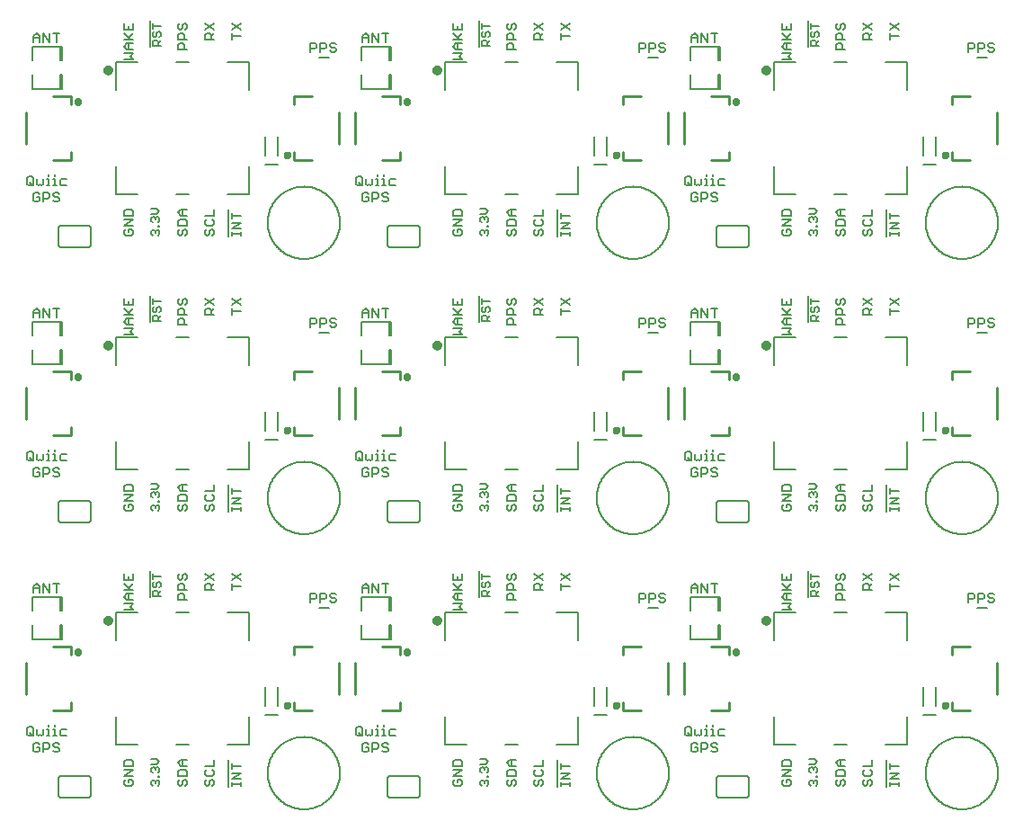
<source format=gto>
G75*
%MOIN*%
%OFA0B0*%
%FSLAX25Y25*%
%IPPOS*%
%LPD*%
%AMOC8*
5,1,8,0,0,1.08239X$1,22.5*
%
%ADD10C,0.00500*%
%ADD11C,0.00600*%
%ADD12C,0.01000*%
%ADD13C,0.01575*%
%ADD14C,0.00800*%
%ADD15C,0.01800*%
D10*
X0092997Y0072584D02*
X0092997Y0073585D01*
X0093498Y0074085D01*
X0093998Y0074085D01*
X0094499Y0073585D01*
X0094999Y0074085D01*
X0095500Y0074085D01*
X0096000Y0073585D01*
X0096000Y0072584D01*
X0095500Y0072083D01*
X0094499Y0073084D02*
X0094499Y0073585D01*
X0093498Y0072083D02*
X0092997Y0072584D01*
X0095500Y0075306D02*
X0095500Y0075806D01*
X0096000Y0075806D01*
X0096000Y0075306D01*
X0095500Y0075306D01*
X0095500Y0076917D02*
X0096000Y0077418D01*
X0096000Y0078419D01*
X0095500Y0078919D01*
X0094999Y0078919D01*
X0094499Y0078419D01*
X0094499Y0077918D01*
X0094499Y0078419D02*
X0093998Y0078919D01*
X0093498Y0078919D01*
X0092997Y0078419D01*
X0092997Y0077418D01*
X0093498Y0076917D01*
X0092997Y0080140D02*
X0094999Y0080140D01*
X0096000Y0081141D01*
X0094999Y0082142D01*
X0092997Y0082142D01*
X0059906Y0126459D02*
X0059118Y0126459D01*
X0059118Y0131577D01*
X0059906Y0131577D01*
X0059906Y0126459D01*
X0059512Y0126459D02*
X0059512Y0131577D01*
X0059118Y0126459D02*
X0048882Y0126459D01*
X0048882Y0131577D01*
X0048882Y0137089D02*
X0048882Y0142207D01*
X0059118Y0142207D01*
X0059906Y0142207D01*
X0059906Y0137089D01*
X0059118Y0137089D01*
X0059118Y0142207D01*
X0059512Y0142207D02*
X0059512Y0137089D01*
X0092500Y0142165D02*
X0092500Y0151833D01*
X0093497Y0150862D02*
X0093497Y0148861D01*
X0093497Y0149861D02*
X0096500Y0149861D01*
X0096000Y0147640D02*
X0096500Y0147139D01*
X0096500Y0146138D01*
X0096000Y0145638D01*
X0094999Y0146138D02*
X0094999Y0147139D01*
X0095499Y0147640D01*
X0096000Y0147640D01*
X0094999Y0146138D02*
X0094498Y0145638D01*
X0093998Y0145638D01*
X0093497Y0146138D01*
X0093497Y0147139D01*
X0093998Y0147640D01*
X0093998Y0144417D02*
X0093497Y0143916D01*
X0093497Y0142415D01*
X0096500Y0142415D01*
X0095499Y0142415D02*
X0095499Y0143916D01*
X0094999Y0144417D01*
X0093998Y0144417D01*
X0095499Y0143416D02*
X0096500Y0144417D01*
X0095500Y0174083D02*
X0096000Y0174584D01*
X0096000Y0175585D01*
X0095500Y0176085D01*
X0094999Y0176085D01*
X0094499Y0175585D01*
X0094499Y0175084D01*
X0094499Y0175585D02*
X0093998Y0176085D01*
X0093498Y0176085D01*
X0092997Y0175585D01*
X0092997Y0174584D01*
X0093498Y0174083D01*
X0095500Y0177306D02*
X0095500Y0177806D01*
X0096000Y0177806D01*
X0096000Y0177306D01*
X0095500Y0177306D01*
X0095500Y0178917D02*
X0096000Y0179418D01*
X0096000Y0180419D01*
X0095500Y0180919D01*
X0094999Y0180919D01*
X0094499Y0180419D01*
X0094499Y0179918D01*
X0094499Y0180419D02*
X0093998Y0180919D01*
X0093498Y0180919D01*
X0092997Y0180419D01*
X0092997Y0179418D01*
X0093498Y0178917D01*
X0092997Y0182140D02*
X0094999Y0182140D01*
X0096000Y0183141D01*
X0094999Y0184142D01*
X0092997Y0184142D01*
X0059906Y0228459D02*
X0059118Y0228459D01*
X0059118Y0233577D01*
X0059906Y0233577D01*
X0059906Y0228459D01*
X0059512Y0228459D02*
X0059512Y0233577D01*
X0059118Y0228459D02*
X0048882Y0228459D01*
X0048882Y0233577D01*
X0048882Y0239089D02*
X0048882Y0244207D01*
X0059118Y0244207D01*
X0059906Y0244207D01*
X0059906Y0239089D01*
X0059118Y0239089D01*
X0059118Y0244207D01*
X0059512Y0244207D02*
X0059512Y0239089D01*
X0092500Y0244165D02*
X0092500Y0253833D01*
X0093497Y0252862D02*
X0093497Y0250861D01*
X0093497Y0251861D02*
X0096500Y0251861D01*
X0096000Y0249640D02*
X0096500Y0249139D01*
X0096500Y0248138D01*
X0096000Y0247638D01*
X0094999Y0248138D02*
X0094999Y0249139D01*
X0095499Y0249640D01*
X0096000Y0249640D01*
X0094999Y0248138D02*
X0094498Y0247638D01*
X0093998Y0247638D01*
X0093497Y0248138D01*
X0093497Y0249139D01*
X0093998Y0249640D01*
X0093998Y0246417D02*
X0093497Y0245916D01*
X0093497Y0244415D01*
X0096500Y0244415D01*
X0095499Y0244415D02*
X0095499Y0245916D01*
X0094999Y0246417D01*
X0093998Y0246417D01*
X0095499Y0245416D02*
X0096500Y0246417D01*
X0095500Y0276083D02*
X0096000Y0276584D01*
X0096000Y0277585D01*
X0095500Y0278085D01*
X0094999Y0278085D01*
X0094499Y0277585D01*
X0094499Y0277084D01*
X0094499Y0277585D02*
X0093998Y0278085D01*
X0093498Y0278085D01*
X0092997Y0277585D01*
X0092997Y0276584D01*
X0093498Y0276083D01*
X0095500Y0279306D02*
X0095500Y0279806D01*
X0096000Y0279806D01*
X0096000Y0279306D01*
X0095500Y0279306D01*
X0095500Y0280917D02*
X0096000Y0281418D01*
X0096000Y0282419D01*
X0095500Y0282919D01*
X0094999Y0282919D01*
X0094499Y0282419D01*
X0094499Y0281918D01*
X0094499Y0282419D02*
X0093998Y0282919D01*
X0093498Y0282919D01*
X0092997Y0282419D01*
X0092997Y0281418D01*
X0093498Y0280917D01*
X0092997Y0284140D02*
X0094999Y0284140D01*
X0096000Y0285141D01*
X0094999Y0286142D01*
X0092997Y0286142D01*
X0059906Y0330459D02*
X0059118Y0330459D01*
X0059118Y0335577D01*
X0059906Y0335577D01*
X0059906Y0330459D01*
X0059512Y0330459D02*
X0059512Y0335577D01*
X0059118Y0330459D02*
X0048882Y0330459D01*
X0048882Y0335577D01*
X0048882Y0341089D02*
X0048882Y0346207D01*
X0059118Y0346207D01*
X0059906Y0346207D01*
X0059906Y0341089D01*
X0059118Y0341089D01*
X0059118Y0346207D01*
X0059512Y0346207D02*
X0059512Y0341089D01*
X0092500Y0346165D02*
X0092500Y0355833D01*
X0093497Y0354862D02*
X0093497Y0352861D01*
X0093497Y0353861D02*
X0096500Y0353861D01*
X0096000Y0351640D02*
X0096500Y0351139D01*
X0096500Y0350138D01*
X0096000Y0349638D01*
X0094999Y0350138D02*
X0094999Y0351139D01*
X0095499Y0351640D01*
X0096000Y0351640D01*
X0094999Y0350138D02*
X0094498Y0349638D01*
X0093998Y0349638D01*
X0093497Y0350138D01*
X0093497Y0351139D01*
X0093998Y0351640D01*
X0093998Y0348417D02*
X0093497Y0347916D01*
X0093497Y0346415D01*
X0096500Y0346415D01*
X0095499Y0346415D02*
X0095499Y0347916D01*
X0094999Y0348417D01*
X0093998Y0348417D01*
X0095499Y0347416D02*
X0096500Y0348417D01*
X0155125Y0342083D02*
X0158875Y0342083D01*
X0170882Y0341089D02*
X0170882Y0346207D01*
X0181118Y0346207D01*
X0181906Y0346207D01*
X0181906Y0341089D01*
X0181118Y0341089D01*
X0181118Y0346207D01*
X0181512Y0346207D02*
X0181512Y0341089D01*
X0181512Y0335577D02*
X0181512Y0330459D01*
X0181906Y0330459D02*
X0181118Y0330459D01*
X0181118Y0335577D01*
X0181906Y0335577D01*
X0181906Y0330459D01*
X0181118Y0330459D02*
X0170882Y0330459D01*
X0170882Y0335577D01*
X0214500Y0346165D02*
X0214500Y0355833D01*
X0215497Y0354862D02*
X0215497Y0352861D01*
X0215497Y0353861D02*
X0218500Y0353861D01*
X0218000Y0351640D02*
X0218500Y0351139D01*
X0218500Y0350138D01*
X0218000Y0349638D01*
X0216999Y0350138D02*
X0216999Y0351139D01*
X0217499Y0351640D01*
X0218000Y0351640D01*
X0216999Y0350138D02*
X0216498Y0349638D01*
X0215998Y0349638D01*
X0215497Y0350138D01*
X0215497Y0351139D01*
X0215998Y0351640D01*
X0215998Y0348417D02*
X0216999Y0348417D01*
X0217499Y0347916D01*
X0217499Y0346415D01*
X0217499Y0347416D02*
X0218500Y0348417D01*
X0218500Y0346415D02*
X0215497Y0346415D01*
X0215497Y0347916D01*
X0215998Y0348417D01*
X0277125Y0342083D02*
X0280875Y0342083D01*
X0292882Y0341089D02*
X0292882Y0346207D01*
X0303118Y0346207D01*
X0303906Y0346207D01*
X0303906Y0341089D01*
X0303118Y0341089D01*
X0303118Y0346207D01*
X0303512Y0346207D02*
X0303512Y0341089D01*
X0303512Y0335577D02*
X0303512Y0330459D01*
X0303906Y0330459D02*
X0303118Y0330459D01*
X0303118Y0335577D01*
X0303906Y0335577D01*
X0303906Y0330459D01*
X0303118Y0330459D02*
X0292882Y0330459D01*
X0292882Y0335577D01*
X0336500Y0346165D02*
X0336500Y0355833D01*
X0337497Y0354862D02*
X0337497Y0352861D01*
X0337497Y0353861D02*
X0340500Y0353861D01*
X0340000Y0351640D02*
X0340500Y0351139D01*
X0340500Y0350138D01*
X0340000Y0349638D01*
X0338999Y0350138D02*
X0338999Y0351139D01*
X0339499Y0351640D01*
X0340000Y0351640D01*
X0338999Y0350138D02*
X0338498Y0349638D01*
X0337998Y0349638D01*
X0337497Y0350138D01*
X0337497Y0351139D01*
X0337998Y0351640D01*
X0337998Y0348417D02*
X0337497Y0347916D01*
X0337497Y0346415D01*
X0340500Y0346415D01*
X0339499Y0346415D02*
X0339499Y0347916D01*
X0338999Y0348417D01*
X0337998Y0348417D01*
X0339499Y0347416D02*
X0340500Y0348417D01*
X0399125Y0342083D02*
X0402875Y0342083D01*
X0340000Y0285141D02*
X0338999Y0286142D01*
X0336997Y0286142D01*
X0336997Y0284140D02*
X0338999Y0284140D01*
X0340000Y0285141D01*
X0339500Y0282919D02*
X0340000Y0282419D01*
X0340000Y0281418D01*
X0339500Y0280917D01*
X0339500Y0279806D02*
X0340000Y0279806D01*
X0340000Y0279306D01*
X0339500Y0279306D01*
X0339500Y0279806D01*
X0339500Y0278085D02*
X0340000Y0277585D01*
X0340000Y0276584D01*
X0339500Y0276083D01*
X0338499Y0277084D02*
X0338499Y0277585D01*
X0338999Y0278085D01*
X0339500Y0278085D01*
X0338499Y0277585D02*
X0337998Y0278085D01*
X0337498Y0278085D01*
X0336997Y0277585D01*
X0336997Y0276584D01*
X0337498Y0276083D01*
X0337498Y0280917D02*
X0336997Y0281418D01*
X0336997Y0282419D01*
X0337498Y0282919D01*
X0337998Y0282919D01*
X0338499Y0282419D01*
X0338999Y0282919D01*
X0339500Y0282919D01*
X0338499Y0282419D02*
X0338499Y0281918D01*
X0336500Y0253833D02*
X0336500Y0244165D01*
X0337497Y0244415D02*
X0337497Y0245916D01*
X0337998Y0246417D01*
X0338999Y0246417D01*
X0339499Y0245916D01*
X0339499Y0244415D01*
X0339499Y0245416D02*
X0340500Y0246417D01*
X0340000Y0247638D02*
X0340500Y0248138D01*
X0340500Y0249139D01*
X0340000Y0249640D01*
X0339499Y0249640D01*
X0338999Y0249139D01*
X0338999Y0248138D01*
X0338498Y0247638D01*
X0337998Y0247638D01*
X0337497Y0248138D01*
X0337497Y0249139D01*
X0337998Y0249640D01*
X0337497Y0250861D02*
X0337497Y0252862D01*
X0337497Y0251861D02*
X0340500Y0251861D01*
X0340500Y0244415D02*
X0337497Y0244415D01*
X0303906Y0244207D02*
X0303906Y0239089D01*
X0303118Y0239089D01*
X0303118Y0244207D01*
X0303906Y0244207D01*
X0303512Y0244207D02*
X0303512Y0239089D01*
X0303118Y0244207D02*
X0292882Y0244207D01*
X0292882Y0239089D01*
X0292882Y0233577D02*
X0292882Y0228459D01*
X0303118Y0228459D01*
X0303906Y0228459D01*
X0303906Y0233577D01*
X0303118Y0233577D01*
X0303118Y0228459D01*
X0303512Y0228459D02*
X0303512Y0233577D01*
X0280875Y0240083D02*
X0277125Y0240083D01*
X0218500Y0244415D02*
X0215497Y0244415D01*
X0215497Y0245916D01*
X0215998Y0246417D01*
X0216999Y0246417D01*
X0217499Y0245916D01*
X0217499Y0244415D01*
X0217499Y0245416D02*
X0218500Y0246417D01*
X0218000Y0247638D02*
X0218500Y0248138D01*
X0218500Y0249139D01*
X0218000Y0249640D01*
X0217499Y0249640D01*
X0216999Y0249139D01*
X0216999Y0248138D01*
X0216498Y0247638D01*
X0215998Y0247638D01*
X0215497Y0248138D01*
X0215497Y0249139D01*
X0215998Y0249640D01*
X0215497Y0250861D02*
X0215497Y0252862D01*
X0215497Y0251861D02*
X0218500Y0251861D01*
X0214500Y0253833D02*
X0214500Y0244165D01*
X0181906Y0244207D02*
X0181906Y0239089D01*
X0181118Y0239089D01*
X0181118Y0244207D01*
X0181906Y0244207D01*
X0181512Y0244207D02*
X0181512Y0239089D01*
X0181118Y0244207D02*
X0170882Y0244207D01*
X0170882Y0239089D01*
X0170882Y0233577D02*
X0170882Y0228459D01*
X0181118Y0228459D01*
X0181906Y0228459D01*
X0181906Y0233577D01*
X0181118Y0233577D01*
X0181118Y0228459D01*
X0181512Y0228459D02*
X0181512Y0233577D01*
X0158875Y0240083D02*
X0155125Y0240083D01*
X0214997Y0276584D02*
X0214997Y0277585D01*
X0215498Y0278085D01*
X0215998Y0278085D01*
X0216499Y0277585D01*
X0216999Y0278085D01*
X0217500Y0278085D01*
X0218000Y0277585D01*
X0218000Y0276584D01*
X0217500Y0276083D01*
X0216499Y0277084D02*
X0216499Y0277585D01*
X0215498Y0276083D02*
X0214997Y0276584D01*
X0217500Y0279306D02*
X0217500Y0279806D01*
X0218000Y0279806D01*
X0218000Y0279306D01*
X0217500Y0279306D01*
X0217500Y0280917D02*
X0218000Y0281418D01*
X0218000Y0282419D01*
X0217500Y0282919D01*
X0216999Y0282919D01*
X0216499Y0282419D01*
X0216499Y0281918D01*
X0216499Y0282419D02*
X0215998Y0282919D01*
X0215498Y0282919D01*
X0214997Y0282419D01*
X0214997Y0281418D01*
X0215498Y0280917D01*
X0214997Y0284140D02*
X0216999Y0284140D01*
X0218000Y0285141D01*
X0216999Y0286142D01*
X0214997Y0286142D01*
X0214997Y0184142D02*
X0216999Y0184142D01*
X0218000Y0183141D01*
X0216999Y0182140D01*
X0214997Y0182140D01*
X0215498Y0180919D02*
X0215998Y0180919D01*
X0216499Y0180419D01*
X0216999Y0180919D01*
X0217500Y0180919D01*
X0218000Y0180419D01*
X0218000Y0179418D01*
X0217500Y0178917D01*
X0217500Y0177806D02*
X0218000Y0177806D01*
X0218000Y0177306D01*
X0217500Y0177306D01*
X0217500Y0177806D01*
X0217500Y0176085D02*
X0218000Y0175585D01*
X0218000Y0174584D01*
X0217500Y0174083D01*
X0216499Y0175084D02*
X0216499Y0175585D01*
X0216999Y0176085D01*
X0217500Y0176085D01*
X0216499Y0175585D02*
X0215998Y0176085D01*
X0215498Y0176085D01*
X0214997Y0175585D01*
X0214997Y0174584D01*
X0215498Y0174083D01*
X0215498Y0178917D02*
X0214997Y0179418D01*
X0214997Y0180419D01*
X0215498Y0180919D01*
X0216499Y0180419D02*
X0216499Y0179918D01*
X0214500Y0151833D02*
X0214500Y0142165D01*
X0215497Y0142415D02*
X0215497Y0143916D01*
X0215998Y0144417D01*
X0216999Y0144417D01*
X0217499Y0143916D01*
X0217499Y0142415D01*
X0217499Y0143416D02*
X0218500Y0144417D01*
X0218000Y0145638D02*
X0218500Y0146138D01*
X0218500Y0147139D01*
X0218000Y0147640D01*
X0217499Y0147640D01*
X0216999Y0147139D01*
X0216999Y0146138D01*
X0216498Y0145638D01*
X0215998Y0145638D01*
X0215497Y0146138D01*
X0215497Y0147139D01*
X0215998Y0147640D01*
X0215497Y0148861D02*
X0215497Y0150862D01*
X0215497Y0149861D02*
X0218500Y0149861D01*
X0218500Y0142415D02*
X0215497Y0142415D01*
X0181906Y0142207D02*
X0181906Y0137089D01*
X0181118Y0137089D01*
X0181118Y0142207D01*
X0181906Y0142207D01*
X0181512Y0142207D02*
X0181512Y0137089D01*
X0181118Y0142207D02*
X0170882Y0142207D01*
X0170882Y0137089D01*
X0170882Y0131577D02*
X0170882Y0126459D01*
X0181118Y0126459D01*
X0181906Y0126459D01*
X0181906Y0131577D01*
X0181118Y0131577D01*
X0181118Y0126459D01*
X0181512Y0126459D02*
X0181512Y0131577D01*
X0158875Y0138083D02*
X0155125Y0138083D01*
X0214997Y0082142D02*
X0216999Y0082142D01*
X0218000Y0081141D01*
X0216999Y0080140D01*
X0214997Y0080140D01*
X0215498Y0078919D02*
X0215998Y0078919D01*
X0216499Y0078419D01*
X0216999Y0078919D01*
X0217500Y0078919D01*
X0218000Y0078419D01*
X0218000Y0077418D01*
X0217500Y0076917D01*
X0217500Y0075806D02*
X0218000Y0075806D01*
X0218000Y0075306D01*
X0217500Y0075306D01*
X0217500Y0075806D01*
X0217500Y0074085D02*
X0218000Y0073585D01*
X0218000Y0072584D01*
X0217500Y0072083D01*
X0216499Y0073084D02*
X0216499Y0073585D01*
X0216999Y0074085D01*
X0217500Y0074085D01*
X0216499Y0073585D02*
X0215998Y0074085D01*
X0215498Y0074085D01*
X0214997Y0073585D01*
X0214997Y0072584D01*
X0215498Y0072083D01*
X0215498Y0076917D02*
X0214997Y0077418D01*
X0214997Y0078419D01*
X0215498Y0078919D01*
X0216499Y0078419D02*
X0216499Y0077918D01*
X0277125Y0138083D02*
X0280875Y0138083D01*
X0292882Y0137089D02*
X0292882Y0142207D01*
X0303118Y0142207D01*
X0303906Y0142207D01*
X0303906Y0137089D01*
X0303118Y0137089D01*
X0303118Y0142207D01*
X0303512Y0142207D02*
X0303512Y0137089D01*
X0303512Y0131577D02*
X0303512Y0126459D01*
X0303906Y0126459D02*
X0303118Y0126459D01*
X0303118Y0131577D01*
X0303906Y0131577D01*
X0303906Y0126459D01*
X0303118Y0126459D02*
X0292882Y0126459D01*
X0292882Y0131577D01*
X0336500Y0142165D02*
X0336500Y0151833D01*
X0337497Y0150862D02*
X0337497Y0148861D01*
X0337497Y0149861D02*
X0340500Y0149861D01*
X0340000Y0147640D02*
X0340500Y0147139D01*
X0340500Y0146138D01*
X0340000Y0145638D01*
X0338999Y0146138D02*
X0338999Y0147139D01*
X0339499Y0147640D01*
X0340000Y0147640D01*
X0338999Y0146138D02*
X0338498Y0145638D01*
X0337998Y0145638D01*
X0337497Y0146138D01*
X0337497Y0147139D01*
X0337998Y0147640D01*
X0337998Y0144417D02*
X0337497Y0143916D01*
X0337497Y0142415D01*
X0340500Y0142415D01*
X0339499Y0142415D02*
X0339499Y0143916D01*
X0338999Y0144417D01*
X0337998Y0144417D01*
X0339499Y0143416D02*
X0340500Y0144417D01*
X0339500Y0174083D02*
X0340000Y0174584D01*
X0340000Y0175585D01*
X0339500Y0176085D01*
X0338999Y0176085D01*
X0338499Y0175585D01*
X0338499Y0175084D01*
X0338499Y0175585D02*
X0337998Y0176085D01*
X0337498Y0176085D01*
X0336997Y0175585D01*
X0336997Y0174584D01*
X0337498Y0174083D01*
X0339500Y0177306D02*
X0339500Y0177806D01*
X0340000Y0177806D01*
X0340000Y0177306D01*
X0339500Y0177306D01*
X0339500Y0178917D02*
X0340000Y0179418D01*
X0340000Y0180419D01*
X0339500Y0180919D01*
X0338999Y0180919D01*
X0338499Y0180419D01*
X0338499Y0179918D01*
X0338499Y0180419D02*
X0337998Y0180919D01*
X0337498Y0180919D01*
X0336997Y0180419D01*
X0336997Y0179418D01*
X0337498Y0178917D01*
X0336997Y0182140D02*
X0338999Y0182140D01*
X0340000Y0183141D01*
X0338999Y0184142D01*
X0336997Y0184142D01*
X0399125Y0138083D02*
X0402875Y0138083D01*
X0340000Y0081141D02*
X0338999Y0082142D01*
X0336997Y0082142D01*
X0336997Y0080140D02*
X0338999Y0080140D01*
X0340000Y0081141D01*
X0339500Y0078919D02*
X0340000Y0078419D01*
X0340000Y0077418D01*
X0339500Y0076917D01*
X0339500Y0075806D02*
X0340000Y0075806D01*
X0340000Y0075306D01*
X0339500Y0075306D01*
X0339500Y0075806D01*
X0339500Y0074085D02*
X0340000Y0073585D01*
X0340000Y0072584D01*
X0339500Y0072083D01*
X0338499Y0073084D02*
X0338499Y0073585D01*
X0338999Y0074085D01*
X0339500Y0074085D01*
X0338499Y0073585D02*
X0337998Y0074085D01*
X0337498Y0074085D01*
X0336997Y0073585D01*
X0336997Y0072584D01*
X0337498Y0072083D01*
X0337498Y0076917D02*
X0336997Y0077418D01*
X0336997Y0078419D01*
X0337498Y0078919D01*
X0337998Y0078919D01*
X0338499Y0078419D01*
X0338999Y0078919D01*
X0339500Y0078919D01*
X0338499Y0078419D02*
X0338499Y0077918D01*
X0399125Y0240083D02*
X0402875Y0240083D01*
D11*
X0069500Y0067833D02*
X0059500Y0067833D01*
X0059440Y0067835D01*
X0059379Y0067840D01*
X0059320Y0067849D01*
X0059261Y0067862D01*
X0059202Y0067878D01*
X0059145Y0067898D01*
X0059090Y0067921D01*
X0059035Y0067948D01*
X0058983Y0067977D01*
X0058932Y0068010D01*
X0058883Y0068046D01*
X0058837Y0068084D01*
X0058793Y0068126D01*
X0058751Y0068170D01*
X0058713Y0068216D01*
X0058677Y0068265D01*
X0058644Y0068316D01*
X0058615Y0068368D01*
X0058588Y0068423D01*
X0058565Y0068478D01*
X0058545Y0068535D01*
X0058529Y0068594D01*
X0058516Y0068653D01*
X0058507Y0068712D01*
X0058502Y0068773D01*
X0058500Y0068833D01*
X0058500Y0074833D01*
X0058502Y0074893D01*
X0058507Y0074954D01*
X0058516Y0075013D01*
X0058529Y0075072D01*
X0058545Y0075131D01*
X0058565Y0075188D01*
X0058588Y0075243D01*
X0058615Y0075298D01*
X0058644Y0075350D01*
X0058677Y0075401D01*
X0058713Y0075450D01*
X0058751Y0075496D01*
X0058793Y0075540D01*
X0058837Y0075582D01*
X0058883Y0075620D01*
X0058932Y0075656D01*
X0058983Y0075689D01*
X0059035Y0075718D01*
X0059090Y0075745D01*
X0059145Y0075768D01*
X0059202Y0075788D01*
X0059261Y0075804D01*
X0059320Y0075817D01*
X0059379Y0075826D01*
X0059440Y0075831D01*
X0059500Y0075833D01*
X0069500Y0075833D01*
X0069560Y0075831D01*
X0069621Y0075826D01*
X0069680Y0075817D01*
X0069739Y0075804D01*
X0069798Y0075788D01*
X0069855Y0075768D01*
X0069910Y0075745D01*
X0069965Y0075718D01*
X0070017Y0075689D01*
X0070068Y0075656D01*
X0070117Y0075620D01*
X0070163Y0075582D01*
X0070207Y0075540D01*
X0070249Y0075496D01*
X0070287Y0075450D01*
X0070323Y0075401D01*
X0070356Y0075350D01*
X0070385Y0075298D01*
X0070412Y0075243D01*
X0070435Y0075188D01*
X0070455Y0075131D01*
X0070471Y0075072D01*
X0070484Y0075013D01*
X0070493Y0074954D01*
X0070498Y0074893D01*
X0070500Y0074833D01*
X0070500Y0068833D01*
X0070498Y0068773D01*
X0070493Y0068712D01*
X0070484Y0068653D01*
X0070471Y0068594D01*
X0070455Y0068535D01*
X0070435Y0068478D01*
X0070412Y0068423D01*
X0070385Y0068368D01*
X0070356Y0068316D01*
X0070323Y0068265D01*
X0070287Y0068216D01*
X0070249Y0068170D01*
X0070207Y0068126D01*
X0070163Y0068084D01*
X0070117Y0068046D01*
X0070068Y0068010D01*
X0070017Y0067977D01*
X0069965Y0067948D01*
X0069910Y0067921D01*
X0069855Y0067898D01*
X0069798Y0067878D01*
X0069739Y0067862D01*
X0069680Y0067849D01*
X0069621Y0067840D01*
X0069560Y0067835D01*
X0069500Y0067833D01*
X0082797Y0072700D02*
X0082797Y0073835D01*
X0083364Y0074402D01*
X0084499Y0074402D02*
X0084499Y0073268D01*
X0084499Y0074402D02*
X0085633Y0074402D01*
X0086200Y0073835D01*
X0086200Y0072700D01*
X0085633Y0072133D01*
X0083364Y0072133D01*
X0082797Y0072700D01*
X0082797Y0075816D02*
X0086200Y0078085D01*
X0082797Y0078085D01*
X0082797Y0079500D02*
X0082797Y0081201D01*
X0083364Y0081768D01*
X0085633Y0081768D01*
X0086200Y0081201D01*
X0086200Y0079500D01*
X0082797Y0079500D01*
X0082797Y0075816D02*
X0086200Y0075816D01*
X0102797Y0075816D02*
X0102797Y0077518D01*
X0103364Y0078085D01*
X0105633Y0078085D01*
X0106200Y0077518D01*
X0106200Y0075816D01*
X0102797Y0075816D01*
X0103364Y0074402D02*
X0102797Y0073835D01*
X0102797Y0072700D01*
X0103364Y0072133D01*
X0103931Y0072133D01*
X0104499Y0072700D01*
X0104499Y0073835D01*
X0105066Y0074402D01*
X0105633Y0074402D01*
X0106200Y0073835D01*
X0106200Y0072700D01*
X0105633Y0072133D01*
X0112797Y0072700D02*
X0112797Y0073835D01*
X0113364Y0074402D01*
X0114499Y0073835D02*
X0114499Y0072700D01*
X0113931Y0072133D01*
X0113364Y0072133D01*
X0112797Y0072700D01*
X0114499Y0073835D02*
X0115066Y0074402D01*
X0115633Y0074402D01*
X0116200Y0073835D01*
X0116200Y0072700D01*
X0115633Y0072133D01*
X0115633Y0075816D02*
X0113364Y0075816D01*
X0112797Y0076384D01*
X0112797Y0077518D01*
X0113364Y0078085D01*
X0112797Y0079500D02*
X0116200Y0079500D01*
X0116200Y0081768D01*
X0115633Y0078085D02*
X0116200Y0077518D01*
X0116200Y0076384D01*
X0115633Y0075816D01*
X0121600Y0071833D02*
X0121600Y0081655D01*
X0122797Y0080541D02*
X0122797Y0078272D01*
X0122797Y0079406D02*
X0126200Y0079406D01*
X0126200Y0076857D02*
X0122797Y0076857D01*
X0122797Y0074589D02*
X0126200Y0076857D01*
X0126200Y0074589D02*
X0122797Y0074589D01*
X0122797Y0073268D02*
X0122797Y0072133D01*
X0122797Y0072700D02*
X0126200Y0072700D01*
X0126200Y0072133D02*
X0126200Y0073268D01*
X0106200Y0079500D02*
X0103931Y0079500D01*
X0102797Y0080634D01*
X0103931Y0081768D01*
X0106200Y0081768D01*
X0104499Y0081768D02*
X0104499Y0079500D01*
X0061366Y0090633D02*
X0059664Y0090633D01*
X0059097Y0091200D01*
X0059097Y0092335D01*
X0059664Y0092902D01*
X0061366Y0092902D01*
X0057209Y0092902D02*
X0057209Y0090633D01*
X0056642Y0090633D02*
X0057776Y0090633D01*
X0057209Y0092902D02*
X0056642Y0092902D01*
X0057209Y0094036D02*
X0057209Y0094603D01*
X0054753Y0094603D02*
X0054753Y0094036D01*
X0054753Y0092902D02*
X0054753Y0090633D01*
X0054186Y0090633D02*
X0055320Y0090633D01*
X0054753Y0092902D02*
X0054186Y0092902D01*
X0052772Y0092902D02*
X0052772Y0091200D01*
X0052204Y0090633D01*
X0051637Y0091200D01*
X0051070Y0090633D01*
X0050503Y0091200D01*
X0050503Y0092902D01*
X0049088Y0093469D02*
X0049088Y0091200D01*
X0048521Y0090633D01*
X0047387Y0090633D01*
X0046820Y0091200D01*
X0046820Y0093469D01*
X0047387Y0094036D01*
X0048521Y0094036D01*
X0049088Y0093469D01*
X0047954Y0091768D02*
X0049088Y0090633D01*
X0049842Y0088036D02*
X0049275Y0087469D01*
X0049275Y0085200D01*
X0049842Y0084633D01*
X0050977Y0084633D01*
X0051544Y0085200D01*
X0051544Y0086335D01*
X0050410Y0086335D01*
X0051544Y0087469D02*
X0050977Y0088036D01*
X0049842Y0088036D01*
X0052958Y0088036D02*
X0052958Y0084633D01*
X0052958Y0085768D02*
X0054660Y0085768D01*
X0055227Y0086335D01*
X0055227Y0087469D01*
X0054660Y0088036D01*
X0052958Y0088036D01*
X0056642Y0087469D02*
X0056642Y0086902D01*
X0057209Y0086335D01*
X0058343Y0086335D01*
X0058910Y0085768D01*
X0058910Y0085200D01*
X0058343Y0084633D01*
X0057209Y0084633D01*
X0056642Y0085200D01*
X0056642Y0087469D02*
X0057209Y0088036D01*
X0058343Y0088036D01*
X0058910Y0087469D01*
X0082797Y0137401D02*
X0086200Y0137401D01*
X0085066Y0138535D01*
X0086200Y0139669D01*
X0082797Y0139669D01*
X0083931Y0141084D02*
X0082797Y0142218D01*
X0083931Y0143352D01*
X0086200Y0143352D01*
X0086200Y0144767D02*
X0082797Y0144767D01*
X0084499Y0145334D02*
X0086200Y0147036D01*
X0086200Y0148450D02*
X0086200Y0150719D01*
X0084499Y0149584D02*
X0084499Y0148450D01*
X0086200Y0148450D02*
X0082797Y0148450D01*
X0082797Y0150719D01*
X0082797Y0147036D02*
X0085066Y0144767D01*
X0084499Y0143352D02*
X0084499Y0141084D01*
X0083931Y0141084D02*
X0086200Y0141084D01*
X0102797Y0141084D02*
X0102797Y0142785D01*
X0103364Y0143352D01*
X0104499Y0143352D01*
X0105066Y0142785D01*
X0105066Y0141084D01*
X0106200Y0141084D02*
X0102797Y0141084D01*
X0102797Y0144767D02*
X0102797Y0146468D01*
X0103364Y0147036D01*
X0104499Y0147036D01*
X0105066Y0146468D01*
X0105066Y0144767D01*
X0106200Y0144767D02*
X0102797Y0144767D01*
X0103364Y0148450D02*
X0103931Y0148450D01*
X0104499Y0149017D01*
X0104499Y0150152D01*
X0105066Y0150719D01*
X0105633Y0150719D01*
X0106200Y0150152D01*
X0106200Y0149017D01*
X0105633Y0148450D01*
X0103364Y0148450D02*
X0102797Y0149017D01*
X0102797Y0150152D01*
X0103364Y0150719D01*
X0112797Y0150719D02*
X0116200Y0148450D01*
X0116200Y0147036D02*
X0115066Y0145901D01*
X0115066Y0146468D02*
X0115066Y0144767D01*
X0116200Y0144767D02*
X0112797Y0144767D01*
X0112797Y0146468D01*
X0113364Y0147036D01*
X0114499Y0147036D01*
X0115066Y0146468D01*
X0112797Y0148450D02*
X0116200Y0150719D01*
X0122797Y0150719D02*
X0126200Y0148450D01*
X0126200Y0150719D02*
X0122797Y0148450D01*
X0122797Y0147036D02*
X0122797Y0144767D01*
X0122797Y0145901D02*
X0126200Y0145901D01*
X0151775Y0143536D02*
X0151775Y0140133D01*
X0151775Y0141268D02*
X0153477Y0141268D01*
X0154044Y0141835D01*
X0154044Y0142969D01*
X0153477Y0143536D01*
X0151775Y0143536D01*
X0155458Y0143536D02*
X0157160Y0143536D01*
X0157727Y0142969D01*
X0157727Y0141835D01*
X0157160Y0141268D01*
X0155458Y0141268D01*
X0155458Y0140133D02*
X0155458Y0143536D01*
X0159142Y0142969D02*
X0159142Y0142402D01*
X0159709Y0141835D01*
X0160843Y0141835D01*
X0161410Y0141268D01*
X0161410Y0140700D01*
X0160843Y0140133D01*
X0159709Y0140133D01*
X0159142Y0140700D01*
X0159142Y0142969D02*
X0159709Y0143536D01*
X0160843Y0143536D01*
X0161410Y0142969D01*
X0171275Y0143633D02*
X0171275Y0145902D01*
X0172410Y0147036D01*
X0173544Y0145902D01*
X0173544Y0143633D01*
X0174958Y0143633D02*
X0174958Y0147036D01*
X0177227Y0143633D01*
X0177227Y0147036D01*
X0178642Y0147036D02*
X0180910Y0147036D01*
X0179776Y0147036D02*
X0179776Y0143633D01*
X0173544Y0145335D02*
X0171275Y0145335D01*
X0181500Y0169833D02*
X0191500Y0169833D01*
X0191560Y0169835D01*
X0191621Y0169840D01*
X0191680Y0169849D01*
X0191739Y0169862D01*
X0191798Y0169878D01*
X0191855Y0169898D01*
X0191910Y0169921D01*
X0191965Y0169948D01*
X0192017Y0169977D01*
X0192068Y0170010D01*
X0192117Y0170046D01*
X0192163Y0170084D01*
X0192207Y0170126D01*
X0192249Y0170170D01*
X0192287Y0170216D01*
X0192323Y0170265D01*
X0192356Y0170316D01*
X0192385Y0170368D01*
X0192412Y0170423D01*
X0192435Y0170478D01*
X0192455Y0170535D01*
X0192471Y0170594D01*
X0192484Y0170653D01*
X0192493Y0170712D01*
X0192498Y0170773D01*
X0192500Y0170833D01*
X0192500Y0176833D01*
X0192498Y0176893D01*
X0192493Y0176954D01*
X0192484Y0177013D01*
X0192471Y0177072D01*
X0192455Y0177131D01*
X0192435Y0177188D01*
X0192412Y0177243D01*
X0192385Y0177298D01*
X0192356Y0177350D01*
X0192323Y0177401D01*
X0192287Y0177450D01*
X0192249Y0177496D01*
X0192207Y0177540D01*
X0192163Y0177582D01*
X0192117Y0177620D01*
X0192068Y0177656D01*
X0192017Y0177689D01*
X0191965Y0177718D01*
X0191910Y0177745D01*
X0191855Y0177768D01*
X0191798Y0177788D01*
X0191739Y0177804D01*
X0191680Y0177817D01*
X0191621Y0177826D01*
X0191560Y0177831D01*
X0191500Y0177833D01*
X0181500Y0177833D01*
X0181440Y0177831D01*
X0181379Y0177826D01*
X0181320Y0177817D01*
X0181261Y0177804D01*
X0181202Y0177788D01*
X0181145Y0177768D01*
X0181090Y0177745D01*
X0181035Y0177718D01*
X0180983Y0177689D01*
X0180932Y0177656D01*
X0180883Y0177620D01*
X0180837Y0177582D01*
X0180793Y0177540D01*
X0180751Y0177496D01*
X0180713Y0177450D01*
X0180677Y0177401D01*
X0180644Y0177350D01*
X0180615Y0177298D01*
X0180588Y0177243D01*
X0180565Y0177188D01*
X0180545Y0177131D01*
X0180529Y0177072D01*
X0180516Y0177013D01*
X0180507Y0176954D01*
X0180502Y0176893D01*
X0180500Y0176833D01*
X0180500Y0170833D01*
X0180502Y0170773D01*
X0180507Y0170712D01*
X0180516Y0170653D01*
X0180529Y0170594D01*
X0180545Y0170535D01*
X0180565Y0170478D01*
X0180588Y0170423D01*
X0180615Y0170368D01*
X0180644Y0170316D01*
X0180677Y0170265D01*
X0180713Y0170216D01*
X0180751Y0170170D01*
X0180793Y0170126D01*
X0180837Y0170084D01*
X0180883Y0170046D01*
X0180932Y0170010D01*
X0180983Y0169977D01*
X0181035Y0169948D01*
X0181090Y0169921D01*
X0181145Y0169898D01*
X0181202Y0169878D01*
X0181261Y0169862D01*
X0181320Y0169849D01*
X0181379Y0169840D01*
X0181440Y0169835D01*
X0181500Y0169833D01*
X0180343Y0186633D02*
X0179209Y0186633D01*
X0178642Y0187200D01*
X0179209Y0188335D02*
X0180343Y0188335D01*
X0180910Y0187768D01*
X0180910Y0187200D01*
X0180343Y0186633D01*
X0179209Y0188335D02*
X0178642Y0188902D01*
X0178642Y0189469D01*
X0179209Y0190036D01*
X0180343Y0190036D01*
X0180910Y0189469D01*
X0181664Y0192633D02*
X0183366Y0192633D01*
X0181664Y0192633D02*
X0181097Y0193200D01*
X0181097Y0194335D01*
X0181664Y0194902D01*
X0183366Y0194902D01*
X0179209Y0194902D02*
X0179209Y0192633D01*
X0178642Y0192633D02*
X0179776Y0192633D01*
X0179209Y0194902D02*
X0178642Y0194902D01*
X0179209Y0196036D02*
X0179209Y0196603D01*
X0176753Y0196603D02*
X0176753Y0196036D01*
X0176753Y0194902D02*
X0176186Y0194902D01*
X0176753Y0194902D02*
X0176753Y0192633D01*
X0176186Y0192633D02*
X0177320Y0192633D01*
X0174772Y0193200D02*
X0174772Y0194902D01*
X0174772Y0193200D02*
X0174204Y0192633D01*
X0173637Y0193200D01*
X0173070Y0192633D01*
X0172503Y0193200D01*
X0172503Y0194902D01*
X0171088Y0195469D02*
X0170521Y0196036D01*
X0169387Y0196036D01*
X0168820Y0195469D01*
X0168820Y0193200D01*
X0169387Y0192633D01*
X0170521Y0192633D01*
X0171088Y0193200D01*
X0171088Y0195469D01*
X0169954Y0193768D02*
X0171088Y0192633D01*
X0171842Y0190036D02*
X0171275Y0189469D01*
X0171275Y0187200D01*
X0171842Y0186633D01*
X0172977Y0186633D01*
X0173544Y0187200D01*
X0173544Y0188335D01*
X0172410Y0188335D01*
X0173544Y0189469D02*
X0172977Y0190036D01*
X0171842Y0190036D01*
X0174958Y0190036D02*
X0176660Y0190036D01*
X0177227Y0189469D01*
X0177227Y0188335D01*
X0176660Y0187768D01*
X0174958Y0187768D01*
X0174958Y0186633D02*
X0174958Y0190036D01*
X0204797Y0183201D02*
X0204797Y0181500D01*
X0208200Y0181500D01*
X0208200Y0183201D01*
X0207633Y0183768D01*
X0205364Y0183768D01*
X0204797Y0183201D01*
X0204797Y0180085D02*
X0208200Y0180085D01*
X0204797Y0177816D01*
X0208200Y0177816D01*
X0207633Y0176402D02*
X0208200Y0175835D01*
X0208200Y0174700D01*
X0207633Y0174133D01*
X0205364Y0174133D01*
X0204797Y0174700D01*
X0204797Y0175835D01*
X0205364Y0176402D01*
X0206499Y0176402D02*
X0206499Y0175268D01*
X0206499Y0176402D02*
X0207633Y0176402D01*
X0224797Y0175835D02*
X0224797Y0174700D01*
X0225364Y0174133D01*
X0225931Y0174133D01*
X0226499Y0174700D01*
X0226499Y0175835D01*
X0227066Y0176402D01*
X0227633Y0176402D01*
X0228200Y0175835D01*
X0228200Y0174700D01*
X0227633Y0174133D01*
X0225364Y0176402D02*
X0224797Y0175835D01*
X0224797Y0177816D02*
X0224797Y0179518D01*
X0225364Y0180085D01*
X0227633Y0180085D01*
X0228200Y0179518D01*
X0228200Y0177816D01*
X0224797Y0177816D01*
X0225931Y0181500D02*
X0224797Y0182634D01*
X0225931Y0183768D01*
X0228200Y0183768D01*
X0226499Y0183768D02*
X0226499Y0181500D01*
X0225931Y0181500D02*
X0228200Y0181500D01*
X0234797Y0181500D02*
X0238200Y0181500D01*
X0238200Y0183768D01*
X0237633Y0180085D02*
X0238200Y0179518D01*
X0238200Y0178384D01*
X0237633Y0177816D01*
X0235364Y0177816D01*
X0234797Y0178384D01*
X0234797Y0179518D01*
X0235364Y0180085D01*
X0235364Y0176402D02*
X0234797Y0175835D01*
X0234797Y0174700D01*
X0235364Y0174133D01*
X0235931Y0174133D01*
X0236499Y0174700D01*
X0236499Y0175835D01*
X0237066Y0176402D01*
X0237633Y0176402D01*
X0238200Y0175835D01*
X0238200Y0174700D01*
X0237633Y0174133D01*
X0243600Y0173833D02*
X0243600Y0183655D01*
X0244797Y0182541D02*
X0244797Y0180272D01*
X0244797Y0181406D02*
X0248200Y0181406D01*
X0248200Y0178857D02*
X0244797Y0178857D01*
X0244797Y0176589D02*
X0248200Y0178857D01*
X0248200Y0176589D02*
X0244797Y0176589D01*
X0244797Y0175268D02*
X0244797Y0174133D01*
X0244797Y0174700D02*
X0248200Y0174700D01*
X0248200Y0174133D02*
X0248200Y0175268D01*
X0248200Y0150719D02*
X0244797Y0148450D01*
X0244797Y0147036D02*
X0244797Y0144767D01*
X0244797Y0145901D02*
X0248200Y0145901D01*
X0248200Y0148450D02*
X0244797Y0150719D01*
X0238200Y0150719D02*
X0234797Y0148450D01*
X0235364Y0147036D02*
X0236499Y0147036D01*
X0237066Y0146468D01*
X0237066Y0144767D01*
X0238200Y0144767D02*
X0234797Y0144767D01*
X0234797Y0146468D01*
X0235364Y0147036D01*
X0237066Y0145901D02*
X0238200Y0147036D01*
X0238200Y0148450D02*
X0234797Y0150719D01*
X0228200Y0150152D02*
X0228200Y0149017D01*
X0227633Y0148450D01*
X0226499Y0149017D02*
X0226499Y0150152D01*
X0227066Y0150719D01*
X0227633Y0150719D01*
X0228200Y0150152D01*
X0226499Y0149017D02*
X0225931Y0148450D01*
X0225364Y0148450D01*
X0224797Y0149017D01*
X0224797Y0150152D01*
X0225364Y0150719D01*
X0225364Y0147036D02*
X0226499Y0147036D01*
X0227066Y0146468D01*
X0227066Y0144767D01*
X0228200Y0144767D02*
X0224797Y0144767D01*
X0224797Y0146468D01*
X0225364Y0147036D01*
X0225364Y0143352D02*
X0226499Y0143352D01*
X0227066Y0142785D01*
X0227066Y0141084D01*
X0228200Y0141084D02*
X0224797Y0141084D01*
X0224797Y0142785D01*
X0225364Y0143352D01*
X0208200Y0143352D02*
X0205931Y0143352D01*
X0204797Y0142218D01*
X0205931Y0141084D01*
X0208200Y0141084D01*
X0208200Y0139669D02*
X0204797Y0139669D01*
X0206499Y0141084D02*
X0206499Y0143352D01*
X0207066Y0144767D02*
X0204797Y0147036D01*
X0204797Y0148450D02*
X0208200Y0148450D01*
X0208200Y0150719D01*
X0206499Y0149584D02*
X0206499Y0148450D01*
X0204797Y0148450D02*
X0204797Y0150719D01*
X0208200Y0147036D02*
X0206499Y0145334D01*
X0204797Y0144767D02*
X0208200Y0144767D01*
X0208200Y0139669D02*
X0207066Y0138535D01*
X0208200Y0137401D01*
X0204797Y0137401D01*
X0179209Y0094603D02*
X0179209Y0094036D01*
X0179209Y0092902D02*
X0179209Y0090633D01*
X0178642Y0090633D02*
X0179776Y0090633D01*
X0181097Y0091200D02*
X0181664Y0090633D01*
X0183366Y0090633D01*
X0183366Y0092902D02*
X0181664Y0092902D01*
X0181097Y0092335D01*
X0181097Y0091200D01*
X0179209Y0092902D02*
X0178642Y0092902D01*
X0176753Y0092902D02*
X0176753Y0090633D01*
X0176186Y0090633D02*
X0177320Y0090633D01*
X0176753Y0092902D02*
X0176186Y0092902D01*
X0176753Y0094036D02*
X0176753Y0094603D01*
X0174772Y0092902D02*
X0174772Y0091200D01*
X0174204Y0090633D01*
X0173637Y0091200D01*
X0173070Y0090633D01*
X0172503Y0091200D01*
X0172503Y0092902D01*
X0171088Y0093469D02*
X0170521Y0094036D01*
X0169387Y0094036D01*
X0168820Y0093469D01*
X0168820Y0091200D01*
X0169387Y0090633D01*
X0170521Y0090633D01*
X0171088Y0091200D01*
X0171088Y0093469D01*
X0169954Y0091768D02*
X0171088Y0090633D01*
X0171842Y0088036D02*
X0171275Y0087469D01*
X0171275Y0085200D01*
X0171842Y0084633D01*
X0172977Y0084633D01*
X0173544Y0085200D01*
X0173544Y0086335D01*
X0172410Y0086335D01*
X0173544Y0087469D02*
X0172977Y0088036D01*
X0171842Y0088036D01*
X0174958Y0088036D02*
X0176660Y0088036D01*
X0177227Y0087469D01*
X0177227Y0086335D01*
X0176660Y0085768D01*
X0174958Y0085768D01*
X0174958Y0084633D02*
X0174958Y0088036D01*
X0178642Y0087469D02*
X0178642Y0086902D01*
X0179209Y0086335D01*
X0180343Y0086335D01*
X0180910Y0085768D01*
X0180910Y0085200D01*
X0180343Y0084633D01*
X0179209Y0084633D01*
X0178642Y0085200D01*
X0178642Y0087469D02*
X0179209Y0088036D01*
X0180343Y0088036D01*
X0180910Y0087469D01*
X0181500Y0075833D02*
X0191500Y0075833D01*
X0191560Y0075831D01*
X0191621Y0075826D01*
X0191680Y0075817D01*
X0191739Y0075804D01*
X0191798Y0075788D01*
X0191855Y0075768D01*
X0191910Y0075745D01*
X0191965Y0075718D01*
X0192017Y0075689D01*
X0192068Y0075656D01*
X0192117Y0075620D01*
X0192163Y0075582D01*
X0192207Y0075540D01*
X0192249Y0075496D01*
X0192287Y0075450D01*
X0192323Y0075401D01*
X0192356Y0075350D01*
X0192385Y0075298D01*
X0192412Y0075243D01*
X0192435Y0075188D01*
X0192455Y0075131D01*
X0192471Y0075072D01*
X0192484Y0075013D01*
X0192493Y0074954D01*
X0192498Y0074893D01*
X0192500Y0074833D01*
X0192500Y0068833D01*
X0192498Y0068773D01*
X0192493Y0068712D01*
X0192484Y0068653D01*
X0192471Y0068594D01*
X0192455Y0068535D01*
X0192435Y0068478D01*
X0192412Y0068423D01*
X0192385Y0068368D01*
X0192356Y0068316D01*
X0192323Y0068265D01*
X0192287Y0068216D01*
X0192249Y0068170D01*
X0192207Y0068126D01*
X0192163Y0068084D01*
X0192117Y0068046D01*
X0192068Y0068010D01*
X0192017Y0067977D01*
X0191965Y0067948D01*
X0191910Y0067921D01*
X0191855Y0067898D01*
X0191798Y0067878D01*
X0191739Y0067862D01*
X0191680Y0067849D01*
X0191621Y0067840D01*
X0191560Y0067835D01*
X0191500Y0067833D01*
X0181500Y0067833D01*
X0181440Y0067835D01*
X0181379Y0067840D01*
X0181320Y0067849D01*
X0181261Y0067862D01*
X0181202Y0067878D01*
X0181145Y0067898D01*
X0181090Y0067921D01*
X0181035Y0067948D01*
X0180983Y0067977D01*
X0180932Y0068010D01*
X0180883Y0068046D01*
X0180837Y0068084D01*
X0180793Y0068126D01*
X0180751Y0068170D01*
X0180713Y0068216D01*
X0180677Y0068265D01*
X0180644Y0068316D01*
X0180615Y0068368D01*
X0180588Y0068423D01*
X0180565Y0068478D01*
X0180545Y0068535D01*
X0180529Y0068594D01*
X0180516Y0068653D01*
X0180507Y0068712D01*
X0180502Y0068773D01*
X0180500Y0068833D01*
X0180500Y0074833D01*
X0180502Y0074893D01*
X0180507Y0074954D01*
X0180516Y0075013D01*
X0180529Y0075072D01*
X0180545Y0075131D01*
X0180565Y0075188D01*
X0180588Y0075243D01*
X0180615Y0075298D01*
X0180644Y0075350D01*
X0180677Y0075401D01*
X0180713Y0075450D01*
X0180751Y0075496D01*
X0180793Y0075540D01*
X0180837Y0075582D01*
X0180883Y0075620D01*
X0180932Y0075656D01*
X0180983Y0075689D01*
X0181035Y0075718D01*
X0181090Y0075745D01*
X0181145Y0075768D01*
X0181202Y0075788D01*
X0181261Y0075804D01*
X0181320Y0075817D01*
X0181379Y0075826D01*
X0181440Y0075831D01*
X0181500Y0075833D01*
X0204797Y0075816D02*
X0208200Y0078085D01*
X0204797Y0078085D01*
X0204797Y0079500D02*
X0204797Y0081201D01*
X0205364Y0081768D01*
X0207633Y0081768D01*
X0208200Y0081201D01*
X0208200Y0079500D01*
X0204797Y0079500D01*
X0204797Y0075816D02*
X0208200Y0075816D01*
X0207633Y0074402D02*
X0208200Y0073835D01*
X0208200Y0072700D01*
X0207633Y0072133D01*
X0205364Y0072133D01*
X0204797Y0072700D01*
X0204797Y0073835D01*
X0205364Y0074402D01*
X0206499Y0074402D02*
X0206499Y0073268D01*
X0206499Y0074402D02*
X0207633Y0074402D01*
X0224797Y0073835D02*
X0224797Y0072700D01*
X0225364Y0072133D01*
X0225931Y0072133D01*
X0226499Y0072700D01*
X0226499Y0073835D01*
X0227066Y0074402D01*
X0227633Y0074402D01*
X0228200Y0073835D01*
X0228200Y0072700D01*
X0227633Y0072133D01*
X0225364Y0074402D02*
X0224797Y0073835D01*
X0224797Y0075816D02*
X0224797Y0077518D01*
X0225364Y0078085D01*
X0227633Y0078085D01*
X0228200Y0077518D01*
X0228200Y0075816D01*
X0224797Y0075816D01*
X0225931Y0079500D02*
X0224797Y0080634D01*
X0225931Y0081768D01*
X0228200Y0081768D01*
X0226499Y0081768D02*
X0226499Y0079500D01*
X0225931Y0079500D02*
X0228200Y0079500D01*
X0234797Y0079500D02*
X0238200Y0079500D01*
X0238200Y0081768D01*
X0237633Y0078085D02*
X0238200Y0077518D01*
X0238200Y0076384D01*
X0237633Y0075816D01*
X0235364Y0075816D01*
X0234797Y0076384D01*
X0234797Y0077518D01*
X0235364Y0078085D01*
X0235364Y0074402D02*
X0234797Y0073835D01*
X0234797Y0072700D01*
X0235364Y0072133D01*
X0235931Y0072133D01*
X0236499Y0072700D01*
X0236499Y0073835D01*
X0237066Y0074402D01*
X0237633Y0074402D01*
X0238200Y0073835D01*
X0238200Y0072700D01*
X0237633Y0072133D01*
X0243600Y0071833D02*
X0243600Y0081655D01*
X0244797Y0080541D02*
X0244797Y0078272D01*
X0244797Y0079406D02*
X0248200Y0079406D01*
X0248200Y0076857D02*
X0244797Y0076857D01*
X0244797Y0074589D02*
X0248200Y0076857D01*
X0248200Y0074589D02*
X0244797Y0074589D01*
X0244797Y0073268D02*
X0244797Y0072133D01*
X0244797Y0072700D02*
X0248200Y0072700D01*
X0248200Y0072133D02*
X0248200Y0073268D01*
X0290820Y0091200D02*
X0291387Y0090633D01*
X0292521Y0090633D01*
X0293088Y0091200D01*
X0293088Y0093469D01*
X0292521Y0094036D01*
X0291387Y0094036D01*
X0290820Y0093469D01*
X0290820Y0091200D01*
X0291954Y0091768D02*
X0293088Y0090633D01*
X0294503Y0091200D02*
X0295070Y0090633D01*
X0295637Y0091200D01*
X0296204Y0090633D01*
X0296772Y0091200D01*
X0296772Y0092902D01*
X0298186Y0092902D02*
X0298753Y0092902D01*
X0298753Y0090633D01*
X0298186Y0090633D02*
X0299320Y0090633D01*
X0300642Y0090633D02*
X0301776Y0090633D01*
X0301209Y0090633D02*
X0301209Y0092902D01*
X0300642Y0092902D01*
X0301209Y0094036D02*
X0301209Y0094603D01*
X0298753Y0094603D02*
X0298753Y0094036D01*
X0294503Y0092902D02*
X0294503Y0091200D01*
X0294977Y0088036D02*
X0293842Y0088036D01*
X0293275Y0087469D01*
X0293275Y0085200D01*
X0293842Y0084633D01*
X0294977Y0084633D01*
X0295544Y0085200D01*
X0295544Y0086335D01*
X0294410Y0086335D01*
X0295544Y0087469D02*
X0294977Y0088036D01*
X0296958Y0088036D02*
X0296958Y0084633D01*
X0296958Y0085768D02*
X0298660Y0085768D01*
X0299227Y0086335D01*
X0299227Y0087469D01*
X0298660Y0088036D01*
X0296958Y0088036D01*
X0300642Y0087469D02*
X0300642Y0086902D01*
X0301209Y0086335D01*
X0302343Y0086335D01*
X0302910Y0085768D01*
X0302910Y0085200D01*
X0302343Y0084633D01*
X0301209Y0084633D01*
X0300642Y0085200D01*
X0300642Y0087469D02*
X0301209Y0088036D01*
X0302343Y0088036D01*
X0302910Y0087469D01*
X0303664Y0090633D02*
X0305366Y0090633D01*
X0303664Y0090633D02*
X0303097Y0091200D01*
X0303097Y0092335D01*
X0303664Y0092902D01*
X0305366Y0092902D01*
X0303500Y0075833D02*
X0313500Y0075833D01*
X0313560Y0075831D01*
X0313621Y0075826D01*
X0313680Y0075817D01*
X0313739Y0075804D01*
X0313798Y0075788D01*
X0313855Y0075768D01*
X0313910Y0075745D01*
X0313965Y0075718D01*
X0314017Y0075689D01*
X0314068Y0075656D01*
X0314117Y0075620D01*
X0314163Y0075582D01*
X0314207Y0075540D01*
X0314249Y0075496D01*
X0314287Y0075450D01*
X0314323Y0075401D01*
X0314356Y0075350D01*
X0314385Y0075298D01*
X0314412Y0075243D01*
X0314435Y0075188D01*
X0314455Y0075131D01*
X0314471Y0075072D01*
X0314484Y0075013D01*
X0314493Y0074954D01*
X0314498Y0074893D01*
X0314500Y0074833D01*
X0314500Y0068833D01*
X0314498Y0068773D01*
X0314493Y0068712D01*
X0314484Y0068653D01*
X0314471Y0068594D01*
X0314455Y0068535D01*
X0314435Y0068478D01*
X0314412Y0068423D01*
X0314385Y0068368D01*
X0314356Y0068316D01*
X0314323Y0068265D01*
X0314287Y0068216D01*
X0314249Y0068170D01*
X0314207Y0068126D01*
X0314163Y0068084D01*
X0314117Y0068046D01*
X0314068Y0068010D01*
X0314017Y0067977D01*
X0313965Y0067948D01*
X0313910Y0067921D01*
X0313855Y0067898D01*
X0313798Y0067878D01*
X0313739Y0067862D01*
X0313680Y0067849D01*
X0313621Y0067840D01*
X0313560Y0067835D01*
X0313500Y0067833D01*
X0303500Y0067833D01*
X0303440Y0067835D01*
X0303379Y0067840D01*
X0303320Y0067849D01*
X0303261Y0067862D01*
X0303202Y0067878D01*
X0303145Y0067898D01*
X0303090Y0067921D01*
X0303035Y0067948D01*
X0302983Y0067977D01*
X0302932Y0068010D01*
X0302883Y0068046D01*
X0302837Y0068084D01*
X0302793Y0068126D01*
X0302751Y0068170D01*
X0302713Y0068216D01*
X0302677Y0068265D01*
X0302644Y0068316D01*
X0302615Y0068368D01*
X0302588Y0068423D01*
X0302565Y0068478D01*
X0302545Y0068535D01*
X0302529Y0068594D01*
X0302516Y0068653D01*
X0302507Y0068712D01*
X0302502Y0068773D01*
X0302500Y0068833D01*
X0302500Y0074833D01*
X0302502Y0074893D01*
X0302507Y0074954D01*
X0302516Y0075013D01*
X0302529Y0075072D01*
X0302545Y0075131D01*
X0302565Y0075188D01*
X0302588Y0075243D01*
X0302615Y0075298D01*
X0302644Y0075350D01*
X0302677Y0075401D01*
X0302713Y0075450D01*
X0302751Y0075496D01*
X0302793Y0075540D01*
X0302837Y0075582D01*
X0302883Y0075620D01*
X0302932Y0075656D01*
X0302983Y0075689D01*
X0303035Y0075718D01*
X0303090Y0075745D01*
X0303145Y0075768D01*
X0303202Y0075788D01*
X0303261Y0075804D01*
X0303320Y0075817D01*
X0303379Y0075826D01*
X0303440Y0075831D01*
X0303500Y0075833D01*
X0326797Y0075816D02*
X0330200Y0078085D01*
X0326797Y0078085D01*
X0326797Y0079500D02*
X0326797Y0081201D01*
X0327364Y0081768D01*
X0329633Y0081768D01*
X0330200Y0081201D01*
X0330200Y0079500D01*
X0326797Y0079500D01*
X0326797Y0075816D02*
X0330200Y0075816D01*
X0329633Y0074402D02*
X0328499Y0074402D01*
X0328499Y0073268D01*
X0329633Y0074402D02*
X0330200Y0073835D01*
X0330200Y0072700D01*
X0329633Y0072133D01*
X0327364Y0072133D01*
X0326797Y0072700D01*
X0326797Y0073835D01*
X0327364Y0074402D01*
X0346797Y0073835D02*
X0346797Y0072700D01*
X0347364Y0072133D01*
X0347931Y0072133D01*
X0348499Y0072700D01*
X0348499Y0073835D01*
X0349066Y0074402D01*
X0349633Y0074402D01*
X0350200Y0073835D01*
X0350200Y0072700D01*
X0349633Y0072133D01*
X0347364Y0074402D02*
X0346797Y0073835D01*
X0346797Y0075816D02*
X0346797Y0077518D01*
X0347364Y0078085D01*
X0349633Y0078085D01*
X0350200Y0077518D01*
X0350200Y0075816D01*
X0346797Y0075816D01*
X0347931Y0079500D02*
X0346797Y0080634D01*
X0347931Y0081768D01*
X0350200Y0081768D01*
X0348499Y0081768D02*
X0348499Y0079500D01*
X0347931Y0079500D02*
X0350200Y0079500D01*
X0356797Y0079500D02*
X0360200Y0079500D01*
X0360200Y0081768D01*
X0359633Y0078085D02*
X0360200Y0077518D01*
X0360200Y0076384D01*
X0359633Y0075816D01*
X0357364Y0075816D01*
X0356797Y0076384D01*
X0356797Y0077518D01*
X0357364Y0078085D01*
X0357364Y0074402D02*
X0356797Y0073835D01*
X0356797Y0072700D01*
X0357364Y0072133D01*
X0357931Y0072133D01*
X0358499Y0072700D01*
X0358499Y0073835D01*
X0359066Y0074402D01*
X0359633Y0074402D01*
X0360200Y0073835D01*
X0360200Y0072700D01*
X0359633Y0072133D01*
X0365600Y0071833D02*
X0365600Y0081655D01*
X0366797Y0080541D02*
X0366797Y0078272D01*
X0366797Y0079406D02*
X0370200Y0079406D01*
X0370200Y0076857D02*
X0366797Y0076857D01*
X0366797Y0074589D02*
X0370200Y0076857D01*
X0370200Y0074589D02*
X0366797Y0074589D01*
X0366797Y0073268D02*
X0366797Y0072133D01*
X0366797Y0072700D02*
X0370200Y0072700D01*
X0370200Y0072133D02*
X0370200Y0073268D01*
X0330200Y0137401D02*
X0326797Y0137401D01*
X0326797Y0139669D02*
X0330200Y0139669D01*
X0329066Y0138535D01*
X0330200Y0137401D01*
X0330200Y0141084D02*
X0327931Y0141084D01*
X0326797Y0142218D01*
X0327931Y0143352D01*
X0330200Y0143352D01*
X0330200Y0144767D02*
X0326797Y0144767D01*
X0328499Y0145334D02*
X0330200Y0147036D01*
X0330200Y0148450D02*
X0330200Y0150719D01*
X0328499Y0149584D02*
X0328499Y0148450D01*
X0330200Y0148450D02*
X0326797Y0148450D01*
X0326797Y0150719D01*
X0326797Y0147036D02*
X0329066Y0144767D01*
X0328499Y0143352D02*
X0328499Y0141084D01*
X0346797Y0141084D02*
X0346797Y0142785D01*
X0347364Y0143352D01*
X0348499Y0143352D01*
X0349066Y0142785D01*
X0349066Y0141084D01*
X0350200Y0141084D02*
X0346797Y0141084D01*
X0346797Y0144767D02*
X0346797Y0146468D01*
X0347364Y0147036D01*
X0348499Y0147036D01*
X0349066Y0146468D01*
X0349066Y0144767D01*
X0350200Y0144767D02*
X0346797Y0144767D01*
X0347364Y0148450D02*
X0347931Y0148450D01*
X0348499Y0149017D01*
X0348499Y0150152D01*
X0349066Y0150719D01*
X0349633Y0150719D01*
X0350200Y0150152D01*
X0350200Y0149017D01*
X0349633Y0148450D01*
X0347364Y0148450D02*
X0346797Y0149017D01*
X0346797Y0150152D01*
X0347364Y0150719D01*
X0356797Y0150719D02*
X0360200Y0148450D01*
X0360200Y0147036D02*
X0359066Y0145901D01*
X0359066Y0146468D02*
X0359066Y0144767D01*
X0360200Y0144767D02*
X0356797Y0144767D01*
X0356797Y0146468D01*
X0357364Y0147036D01*
X0358499Y0147036D01*
X0359066Y0146468D01*
X0356797Y0148450D02*
X0360200Y0150719D01*
X0366797Y0150719D02*
X0370200Y0148450D01*
X0370200Y0150719D02*
X0366797Y0148450D01*
X0366797Y0147036D02*
X0366797Y0144767D01*
X0366797Y0145901D02*
X0370200Y0145901D01*
X0395775Y0143536D02*
X0395775Y0140133D01*
X0395775Y0141268D02*
X0397477Y0141268D01*
X0398044Y0141835D01*
X0398044Y0142969D01*
X0397477Y0143536D01*
X0395775Y0143536D01*
X0399458Y0143536D02*
X0401160Y0143536D01*
X0401727Y0142969D01*
X0401727Y0141835D01*
X0401160Y0141268D01*
X0399458Y0141268D01*
X0399458Y0140133D02*
X0399458Y0143536D01*
X0403142Y0142969D02*
X0403142Y0142402D01*
X0403709Y0141835D01*
X0404843Y0141835D01*
X0405410Y0141268D01*
X0405410Y0140700D01*
X0404843Y0140133D01*
X0403709Y0140133D01*
X0403142Y0140700D01*
X0403142Y0142969D02*
X0403709Y0143536D01*
X0404843Y0143536D01*
X0405410Y0142969D01*
X0370200Y0174133D02*
X0370200Y0175268D01*
X0370200Y0174700D02*
X0366797Y0174700D01*
X0366797Y0174133D02*
X0366797Y0175268D01*
X0366797Y0176589D02*
X0370200Y0178857D01*
X0366797Y0178857D01*
X0366797Y0180272D02*
X0366797Y0182541D01*
X0366797Y0181406D02*
X0370200Y0181406D01*
X0370200Y0176589D02*
X0366797Y0176589D01*
X0365600Y0173833D02*
X0365600Y0183655D01*
X0360200Y0183768D02*
X0360200Y0181500D01*
X0356797Y0181500D01*
X0357364Y0180085D02*
X0356797Y0179518D01*
X0356797Y0178384D01*
X0357364Y0177816D01*
X0359633Y0177816D01*
X0360200Y0178384D01*
X0360200Y0179518D01*
X0359633Y0180085D01*
X0359633Y0176402D02*
X0360200Y0175835D01*
X0360200Y0174700D01*
X0359633Y0174133D01*
X0358499Y0174700D02*
X0358499Y0175835D01*
X0359066Y0176402D01*
X0359633Y0176402D01*
X0358499Y0174700D02*
X0357931Y0174133D01*
X0357364Y0174133D01*
X0356797Y0174700D01*
X0356797Y0175835D01*
X0357364Y0176402D01*
X0350200Y0175835D02*
X0350200Y0174700D01*
X0349633Y0174133D01*
X0348499Y0174700D02*
X0348499Y0175835D01*
X0349066Y0176402D01*
X0349633Y0176402D01*
X0350200Y0175835D01*
X0350200Y0177816D02*
X0350200Y0179518D01*
X0349633Y0180085D01*
X0347364Y0180085D01*
X0346797Y0179518D01*
X0346797Y0177816D01*
X0350200Y0177816D01*
X0347364Y0176402D02*
X0346797Y0175835D01*
X0346797Y0174700D01*
X0347364Y0174133D01*
X0347931Y0174133D01*
X0348499Y0174700D01*
X0348499Y0181500D02*
X0348499Y0183768D01*
X0347931Y0183768D02*
X0350200Y0183768D01*
X0350200Y0181500D02*
X0347931Y0181500D01*
X0346797Y0182634D01*
X0347931Y0183768D01*
X0330200Y0183201D02*
X0329633Y0183768D01*
X0327364Y0183768D01*
X0326797Y0183201D01*
X0326797Y0181500D01*
X0330200Y0181500D01*
X0330200Y0183201D01*
X0330200Y0180085D02*
X0326797Y0180085D01*
X0326797Y0177816D02*
X0330200Y0180085D01*
X0330200Y0177816D02*
X0326797Y0177816D01*
X0327364Y0176402D02*
X0326797Y0175835D01*
X0326797Y0174700D01*
X0327364Y0174133D01*
X0329633Y0174133D01*
X0330200Y0174700D01*
X0330200Y0175835D01*
X0329633Y0176402D01*
X0328499Y0176402D01*
X0328499Y0175268D01*
X0314500Y0176833D02*
X0314500Y0170833D01*
X0314498Y0170773D01*
X0314493Y0170712D01*
X0314484Y0170653D01*
X0314471Y0170594D01*
X0314455Y0170535D01*
X0314435Y0170478D01*
X0314412Y0170423D01*
X0314385Y0170368D01*
X0314356Y0170316D01*
X0314323Y0170265D01*
X0314287Y0170216D01*
X0314249Y0170170D01*
X0314207Y0170126D01*
X0314163Y0170084D01*
X0314117Y0170046D01*
X0314068Y0170010D01*
X0314017Y0169977D01*
X0313965Y0169948D01*
X0313910Y0169921D01*
X0313855Y0169898D01*
X0313798Y0169878D01*
X0313739Y0169862D01*
X0313680Y0169849D01*
X0313621Y0169840D01*
X0313560Y0169835D01*
X0313500Y0169833D01*
X0303500Y0169833D01*
X0303440Y0169835D01*
X0303379Y0169840D01*
X0303320Y0169849D01*
X0303261Y0169862D01*
X0303202Y0169878D01*
X0303145Y0169898D01*
X0303090Y0169921D01*
X0303035Y0169948D01*
X0302983Y0169977D01*
X0302932Y0170010D01*
X0302883Y0170046D01*
X0302837Y0170084D01*
X0302793Y0170126D01*
X0302751Y0170170D01*
X0302713Y0170216D01*
X0302677Y0170265D01*
X0302644Y0170316D01*
X0302615Y0170368D01*
X0302588Y0170423D01*
X0302565Y0170478D01*
X0302545Y0170535D01*
X0302529Y0170594D01*
X0302516Y0170653D01*
X0302507Y0170712D01*
X0302502Y0170773D01*
X0302500Y0170833D01*
X0302500Y0176833D01*
X0302502Y0176893D01*
X0302507Y0176954D01*
X0302516Y0177013D01*
X0302529Y0177072D01*
X0302545Y0177131D01*
X0302565Y0177188D01*
X0302588Y0177243D01*
X0302615Y0177298D01*
X0302644Y0177350D01*
X0302677Y0177401D01*
X0302713Y0177450D01*
X0302751Y0177496D01*
X0302793Y0177540D01*
X0302837Y0177582D01*
X0302883Y0177620D01*
X0302932Y0177656D01*
X0302983Y0177689D01*
X0303035Y0177718D01*
X0303090Y0177745D01*
X0303145Y0177768D01*
X0303202Y0177788D01*
X0303261Y0177804D01*
X0303320Y0177817D01*
X0303379Y0177826D01*
X0303440Y0177831D01*
X0303500Y0177833D01*
X0313500Y0177833D01*
X0313560Y0177831D01*
X0313621Y0177826D01*
X0313680Y0177817D01*
X0313739Y0177804D01*
X0313798Y0177788D01*
X0313855Y0177768D01*
X0313910Y0177745D01*
X0313965Y0177718D01*
X0314017Y0177689D01*
X0314068Y0177656D01*
X0314117Y0177620D01*
X0314163Y0177582D01*
X0314207Y0177540D01*
X0314249Y0177496D01*
X0314287Y0177450D01*
X0314323Y0177401D01*
X0314356Y0177350D01*
X0314385Y0177298D01*
X0314412Y0177243D01*
X0314435Y0177188D01*
X0314455Y0177131D01*
X0314471Y0177072D01*
X0314484Y0177013D01*
X0314493Y0176954D01*
X0314498Y0176893D01*
X0314500Y0176833D01*
X0302910Y0187200D02*
X0302343Y0186633D01*
X0301209Y0186633D01*
X0300642Y0187200D01*
X0301209Y0188335D02*
X0302343Y0188335D01*
X0302910Y0187768D01*
X0302910Y0187200D01*
X0301209Y0188335D02*
X0300642Y0188902D01*
X0300642Y0189469D01*
X0301209Y0190036D01*
X0302343Y0190036D01*
X0302910Y0189469D01*
X0303664Y0192633D02*
X0305366Y0192633D01*
X0303664Y0192633D02*
X0303097Y0193200D01*
X0303097Y0194335D01*
X0303664Y0194902D01*
X0305366Y0194902D01*
X0301209Y0194902D02*
X0301209Y0192633D01*
X0300642Y0192633D02*
X0301776Y0192633D01*
X0301209Y0194902D02*
X0300642Y0194902D01*
X0301209Y0196036D02*
X0301209Y0196603D01*
X0298753Y0196603D02*
X0298753Y0196036D01*
X0298753Y0194902D02*
X0298753Y0192633D01*
X0298186Y0192633D02*
X0299320Y0192633D01*
X0298753Y0194902D02*
X0298186Y0194902D01*
X0296772Y0194902D02*
X0296772Y0193200D01*
X0296204Y0192633D01*
X0295637Y0193200D01*
X0295070Y0192633D01*
X0294503Y0193200D01*
X0294503Y0194902D01*
X0293088Y0195469D02*
X0293088Y0193200D01*
X0292521Y0192633D01*
X0291387Y0192633D01*
X0290820Y0193200D01*
X0290820Y0195469D01*
X0291387Y0196036D01*
X0292521Y0196036D01*
X0293088Y0195469D01*
X0291954Y0193768D02*
X0293088Y0192633D01*
X0293842Y0190036D02*
X0293275Y0189469D01*
X0293275Y0187200D01*
X0293842Y0186633D01*
X0294977Y0186633D01*
X0295544Y0187200D01*
X0295544Y0188335D01*
X0294410Y0188335D01*
X0295544Y0189469D02*
X0294977Y0190036D01*
X0293842Y0190036D01*
X0296958Y0190036D02*
X0296958Y0186633D01*
X0296958Y0187768D02*
X0298660Y0187768D01*
X0299227Y0188335D01*
X0299227Y0189469D01*
X0298660Y0190036D01*
X0296958Y0190036D01*
X0296958Y0147036D02*
X0299227Y0143633D01*
X0299227Y0147036D01*
X0300642Y0147036D02*
X0302910Y0147036D01*
X0301776Y0147036D02*
X0301776Y0143633D01*
X0296958Y0143633D02*
X0296958Y0147036D01*
X0295544Y0145902D02*
X0295544Y0143633D01*
X0295544Y0145335D02*
X0293275Y0145335D01*
X0293275Y0145902D02*
X0294410Y0147036D01*
X0295544Y0145902D01*
X0293275Y0145902D02*
X0293275Y0143633D01*
X0283410Y0142969D02*
X0282843Y0143536D01*
X0281709Y0143536D01*
X0281142Y0142969D01*
X0281142Y0142402D01*
X0281709Y0141835D01*
X0282843Y0141835D01*
X0283410Y0141268D01*
X0283410Y0140700D01*
X0282843Y0140133D01*
X0281709Y0140133D01*
X0281142Y0140700D01*
X0279727Y0141835D02*
X0279727Y0142969D01*
X0279160Y0143536D01*
X0277458Y0143536D01*
X0277458Y0140133D01*
X0277458Y0141268D02*
X0279160Y0141268D01*
X0279727Y0141835D01*
X0276044Y0141835D02*
X0275477Y0141268D01*
X0273775Y0141268D01*
X0273775Y0140133D02*
X0273775Y0143536D01*
X0275477Y0143536D01*
X0276044Y0142969D01*
X0276044Y0141835D01*
X0326797Y0239401D02*
X0330200Y0239401D01*
X0329066Y0240535D01*
X0330200Y0241669D01*
X0326797Y0241669D01*
X0327931Y0243084D02*
X0326797Y0244218D01*
X0327931Y0245352D01*
X0330200Y0245352D01*
X0330200Y0246767D02*
X0326797Y0246767D01*
X0328499Y0247334D02*
X0330200Y0249036D01*
X0330200Y0250450D02*
X0330200Y0252719D01*
X0328499Y0251584D02*
X0328499Y0250450D01*
X0330200Y0250450D02*
X0326797Y0250450D01*
X0326797Y0252719D01*
X0326797Y0249036D02*
X0329066Y0246767D01*
X0328499Y0245352D02*
X0328499Y0243084D01*
X0327931Y0243084D02*
X0330200Y0243084D01*
X0346797Y0243084D02*
X0346797Y0244785D01*
X0347364Y0245352D01*
X0348499Y0245352D01*
X0349066Y0244785D01*
X0349066Y0243084D01*
X0350200Y0243084D02*
X0346797Y0243084D01*
X0346797Y0246767D02*
X0346797Y0248468D01*
X0347364Y0249036D01*
X0348499Y0249036D01*
X0349066Y0248468D01*
X0349066Y0246767D01*
X0350200Y0246767D02*
X0346797Y0246767D01*
X0347364Y0250450D02*
X0347931Y0250450D01*
X0348499Y0251017D01*
X0348499Y0252152D01*
X0349066Y0252719D01*
X0349633Y0252719D01*
X0350200Y0252152D01*
X0350200Y0251017D01*
X0349633Y0250450D01*
X0347364Y0250450D02*
X0346797Y0251017D01*
X0346797Y0252152D01*
X0347364Y0252719D01*
X0356797Y0252719D02*
X0360200Y0250450D01*
X0360200Y0249036D02*
X0359066Y0247901D01*
X0359066Y0248468D02*
X0359066Y0246767D01*
X0360200Y0246767D02*
X0356797Y0246767D01*
X0356797Y0248468D01*
X0357364Y0249036D01*
X0358499Y0249036D01*
X0359066Y0248468D01*
X0356797Y0250450D02*
X0360200Y0252719D01*
X0366797Y0252719D02*
X0370200Y0250450D01*
X0370200Y0252719D02*
X0366797Y0250450D01*
X0366797Y0249036D02*
X0366797Y0246767D01*
X0366797Y0247901D02*
X0370200Y0247901D01*
X0395775Y0245536D02*
X0395775Y0242133D01*
X0395775Y0243268D02*
X0397477Y0243268D01*
X0398044Y0243835D01*
X0398044Y0244969D01*
X0397477Y0245536D01*
X0395775Y0245536D01*
X0399458Y0245536D02*
X0401160Y0245536D01*
X0401727Y0244969D01*
X0401727Y0243835D01*
X0401160Y0243268D01*
X0399458Y0243268D01*
X0399458Y0242133D02*
X0399458Y0245536D01*
X0403142Y0244969D02*
X0403142Y0244402D01*
X0403709Y0243835D01*
X0404843Y0243835D01*
X0405410Y0243268D01*
X0405410Y0242700D01*
X0404843Y0242133D01*
X0403709Y0242133D01*
X0403142Y0242700D01*
X0403142Y0244969D02*
X0403709Y0245536D01*
X0404843Y0245536D01*
X0405410Y0244969D01*
X0370200Y0276133D02*
X0370200Y0277268D01*
X0370200Y0276700D02*
X0366797Y0276700D01*
X0366797Y0276133D02*
X0366797Y0277268D01*
X0366797Y0278589D02*
X0370200Y0280857D01*
X0366797Y0280857D01*
X0366797Y0282272D02*
X0366797Y0284541D01*
X0366797Y0283406D02*
X0370200Y0283406D01*
X0370200Y0278589D02*
X0366797Y0278589D01*
X0365600Y0275833D02*
X0365600Y0285655D01*
X0360200Y0285768D02*
X0360200Y0283500D01*
X0356797Y0283500D01*
X0357364Y0282085D02*
X0356797Y0281518D01*
X0356797Y0280384D01*
X0357364Y0279816D01*
X0359633Y0279816D01*
X0360200Y0280384D01*
X0360200Y0281518D01*
X0359633Y0282085D01*
X0359633Y0278402D02*
X0360200Y0277835D01*
X0360200Y0276700D01*
X0359633Y0276133D01*
X0358499Y0276700D02*
X0358499Y0277835D01*
X0359066Y0278402D01*
X0359633Y0278402D01*
X0358499Y0276700D02*
X0357931Y0276133D01*
X0357364Y0276133D01*
X0356797Y0276700D01*
X0356797Y0277835D01*
X0357364Y0278402D01*
X0350200Y0277835D02*
X0350200Y0276700D01*
X0349633Y0276133D01*
X0348499Y0276700D02*
X0348499Y0277835D01*
X0349066Y0278402D01*
X0349633Y0278402D01*
X0350200Y0277835D01*
X0350200Y0279816D02*
X0350200Y0281518D01*
X0349633Y0282085D01*
X0347364Y0282085D01*
X0346797Y0281518D01*
X0346797Y0279816D01*
X0350200Y0279816D01*
X0347364Y0278402D02*
X0346797Y0277835D01*
X0346797Y0276700D01*
X0347364Y0276133D01*
X0347931Y0276133D01*
X0348499Y0276700D01*
X0348499Y0283500D02*
X0348499Y0285768D01*
X0347931Y0285768D02*
X0350200Y0285768D01*
X0350200Y0283500D02*
X0347931Y0283500D01*
X0346797Y0284634D01*
X0347931Y0285768D01*
X0330200Y0285201D02*
X0330200Y0283500D01*
X0326797Y0283500D01*
X0326797Y0285201D01*
X0327364Y0285768D01*
X0329633Y0285768D01*
X0330200Y0285201D01*
X0330200Y0282085D02*
X0326797Y0282085D01*
X0326797Y0279816D02*
X0330200Y0282085D01*
X0330200Y0279816D02*
X0326797Y0279816D01*
X0327364Y0278402D02*
X0326797Y0277835D01*
X0326797Y0276700D01*
X0327364Y0276133D01*
X0329633Y0276133D01*
X0330200Y0276700D01*
X0330200Y0277835D01*
X0329633Y0278402D01*
X0328499Y0278402D01*
X0328499Y0277268D01*
X0314500Y0278833D02*
X0314500Y0272833D01*
X0314498Y0272773D01*
X0314493Y0272712D01*
X0314484Y0272653D01*
X0314471Y0272594D01*
X0314455Y0272535D01*
X0314435Y0272478D01*
X0314412Y0272423D01*
X0314385Y0272368D01*
X0314356Y0272316D01*
X0314323Y0272265D01*
X0314287Y0272216D01*
X0314249Y0272170D01*
X0314207Y0272126D01*
X0314163Y0272084D01*
X0314117Y0272046D01*
X0314068Y0272010D01*
X0314017Y0271977D01*
X0313965Y0271948D01*
X0313910Y0271921D01*
X0313855Y0271898D01*
X0313798Y0271878D01*
X0313739Y0271862D01*
X0313680Y0271849D01*
X0313621Y0271840D01*
X0313560Y0271835D01*
X0313500Y0271833D01*
X0303500Y0271833D01*
X0303440Y0271835D01*
X0303379Y0271840D01*
X0303320Y0271849D01*
X0303261Y0271862D01*
X0303202Y0271878D01*
X0303145Y0271898D01*
X0303090Y0271921D01*
X0303035Y0271948D01*
X0302983Y0271977D01*
X0302932Y0272010D01*
X0302883Y0272046D01*
X0302837Y0272084D01*
X0302793Y0272126D01*
X0302751Y0272170D01*
X0302713Y0272216D01*
X0302677Y0272265D01*
X0302644Y0272316D01*
X0302615Y0272368D01*
X0302588Y0272423D01*
X0302565Y0272478D01*
X0302545Y0272535D01*
X0302529Y0272594D01*
X0302516Y0272653D01*
X0302507Y0272712D01*
X0302502Y0272773D01*
X0302500Y0272833D01*
X0302500Y0278833D01*
X0302502Y0278893D01*
X0302507Y0278954D01*
X0302516Y0279013D01*
X0302529Y0279072D01*
X0302545Y0279131D01*
X0302565Y0279188D01*
X0302588Y0279243D01*
X0302615Y0279298D01*
X0302644Y0279350D01*
X0302677Y0279401D01*
X0302713Y0279450D01*
X0302751Y0279496D01*
X0302793Y0279540D01*
X0302837Y0279582D01*
X0302883Y0279620D01*
X0302932Y0279656D01*
X0302983Y0279689D01*
X0303035Y0279718D01*
X0303090Y0279745D01*
X0303145Y0279768D01*
X0303202Y0279788D01*
X0303261Y0279804D01*
X0303320Y0279817D01*
X0303379Y0279826D01*
X0303440Y0279831D01*
X0303500Y0279833D01*
X0313500Y0279833D01*
X0313560Y0279831D01*
X0313621Y0279826D01*
X0313680Y0279817D01*
X0313739Y0279804D01*
X0313798Y0279788D01*
X0313855Y0279768D01*
X0313910Y0279745D01*
X0313965Y0279718D01*
X0314017Y0279689D01*
X0314068Y0279656D01*
X0314117Y0279620D01*
X0314163Y0279582D01*
X0314207Y0279540D01*
X0314249Y0279496D01*
X0314287Y0279450D01*
X0314323Y0279401D01*
X0314356Y0279350D01*
X0314385Y0279298D01*
X0314412Y0279243D01*
X0314435Y0279188D01*
X0314455Y0279131D01*
X0314471Y0279072D01*
X0314484Y0279013D01*
X0314493Y0278954D01*
X0314498Y0278893D01*
X0314500Y0278833D01*
X0302910Y0289200D02*
X0302343Y0288633D01*
X0301209Y0288633D01*
X0300642Y0289200D01*
X0301209Y0290335D02*
X0302343Y0290335D01*
X0302910Y0289768D01*
X0302910Y0289200D01*
X0301209Y0290335D02*
X0300642Y0290902D01*
X0300642Y0291469D01*
X0301209Y0292036D01*
X0302343Y0292036D01*
X0302910Y0291469D01*
X0303664Y0294633D02*
X0305366Y0294633D01*
X0303664Y0294633D02*
X0303097Y0295200D01*
X0303097Y0296335D01*
X0303664Y0296902D01*
X0305366Y0296902D01*
X0301209Y0296902D02*
X0301209Y0294633D01*
X0300642Y0294633D02*
X0301776Y0294633D01*
X0301209Y0296902D02*
X0300642Y0296902D01*
X0301209Y0298036D02*
X0301209Y0298603D01*
X0298753Y0298603D02*
X0298753Y0298036D01*
X0298753Y0296902D02*
X0298753Y0294633D01*
X0298186Y0294633D02*
X0299320Y0294633D01*
X0298753Y0296902D02*
X0298186Y0296902D01*
X0296772Y0296902D02*
X0296772Y0295200D01*
X0296204Y0294633D01*
X0295637Y0295200D01*
X0295070Y0294633D01*
X0294503Y0295200D01*
X0294503Y0296902D01*
X0293088Y0297469D02*
X0293088Y0295200D01*
X0292521Y0294633D01*
X0291387Y0294633D01*
X0290820Y0295200D01*
X0290820Y0297469D01*
X0291387Y0298036D01*
X0292521Y0298036D01*
X0293088Y0297469D01*
X0291954Y0295768D02*
X0293088Y0294633D01*
X0293842Y0292036D02*
X0293275Y0291469D01*
X0293275Y0289200D01*
X0293842Y0288633D01*
X0294977Y0288633D01*
X0295544Y0289200D01*
X0295544Y0290335D01*
X0294410Y0290335D01*
X0295544Y0291469D02*
X0294977Y0292036D01*
X0293842Y0292036D01*
X0296958Y0292036D02*
X0296958Y0288633D01*
X0296958Y0289768D02*
X0298660Y0289768D01*
X0299227Y0290335D01*
X0299227Y0291469D01*
X0298660Y0292036D01*
X0296958Y0292036D01*
X0296958Y0249036D02*
X0299227Y0245633D01*
X0299227Y0249036D01*
X0300642Y0249036D02*
X0302910Y0249036D01*
X0301776Y0249036D02*
X0301776Y0245633D01*
X0296958Y0245633D02*
X0296958Y0249036D01*
X0295544Y0247902D02*
X0295544Y0245633D01*
X0295544Y0247335D02*
X0293275Y0247335D01*
X0293275Y0247902D02*
X0294410Y0249036D01*
X0295544Y0247902D01*
X0293275Y0247902D02*
X0293275Y0245633D01*
X0283410Y0244969D02*
X0282843Y0245536D01*
X0281709Y0245536D01*
X0281142Y0244969D01*
X0281142Y0244402D01*
X0281709Y0243835D01*
X0282843Y0243835D01*
X0283410Y0243268D01*
X0283410Y0242700D01*
X0282843Y0242133D01*
X0281709Y0242133D01*
X0281142Y0242700D01*
X0279727Y0243835D02*
X0279727Y0244969D01*
X0279160Y0245536D01*
X0277458Y0245536D01*
X0277458Y0242133D01*
X0277458Y0243268D02*
X0279160Y0243268D01*
X0279727Y0243835D01*
X0276044Y0243835D02*
X0275477Y0243268D01*
X0273775Y0243268D01*
X0273775Y0242133D02*
X0273775Y0245536D01*
X0275477Y0245536D01*
X0276044Y0244969D01*
X0276044Y0243835D01*
X0248200Y0247901D02*
X0244797Y0247901D01*
X0244797Y0246767D02*
X0244797Y0249036D01*
X0244797Y0250450D02*
X0248200Y0252719D01*
X0248200Y0250450D02*
X0244797Y0252719D01*
X0238200Y0252719D02*
X0234797Y0250450D01*
X0235364Y0249036D02*
X0236499Y0249036D01*
X0237066Y0248468D01*
X0237066Y0246767D01*
X0238200Y0246767D02*
X0234797Y0246767D01*
X0234797Y0248468D01*
X0235364Y0249036D01*
X0237066Y0247901D02*
X0238200Y0249036D01*
X0238200Y0250450D02*
X0234797Y0252719D01*
X0228200Y0252152D02*
X0228200Y0251017D01*
X0227633Y0250450D01*
X0226499Y0251017D02*
X0226499Y0252152D01*
X0227066Y0252719D01*
X0227633Y0252719D01*
X0228200Y0252152D01*
X0226499Y0251017D02*
X0225931Y0250450D01*
X0225364Y0250450D01*
X0224797Y0251017D01*
X0224797Y0252152D01*
X0225364Y0252719D01*
X0225364Y0249036D02*
X0226499Y0249036D01*
X0227066Y0248468D01*
X0227066Y0246767D01*
X0228200Y0246767D02*
X0224797Y0246767D01*
X0224797Y0248468D01*
X0225364Y0249036D01*
X0225364Y0245352D02*
X0226499Y0245352D01*
X0227066Y0244785D01*
X0227066Y0243084D01*
X0228200Y0243084D02*
X0224797Y0243084D01*
X0224797Y0244785D01*
X0225364Y0245352D01*
X0208200Y0245352D02*
X0205931Y0245352D01*
X0204797Y0244218D01*
X0205931Y0243084D01*
X0208200Y0243084D01*
X0208200Y0241669D02*
X0204797Y0241669D01*
X0206499Y0243084D02*
X0206499Y0245352D01*
X0207066Y0246767D02*
X0204797Y0249036D01*
X0204797Y0250450D02*
X0208200Y0250450D01*
X0208200Y0252719D01*
X0206499Y0251584D02*
X0206499Y0250450D01*
X0204797Y0250450D02*
X0204797Y0252719D01*
X0208200Y0249036D02*
X0206499Y0247334D01*
X0204797Y0246767D02*
X0208200Y0246767D01*
X0208200Y0241669D02*
X0207066Y0240535D01*
X0208200Y0239401D01*
X0204797Y0239401D01*
X0180910Y0249036D02*
X0178642Y0249036D01*
X0179776Y0249036D02*
X0179776Y0245633D01*
X0177227Y0245633D02*
X0177227Y0249036D01*
X0174958Y0249036D02*
X0174958Y0245633D01*
X0173544Y0245633D02*
X0173544Y0247902D01*
X0172410Y0249036D01*
X0171275Y0247902D01*
X0171275Y0245633D01*
X0171275Y0247335D02*
X0173544Y0247335D01*
X0174958Y0249036D02*
X0177227Y0245633D01*
X0161410Y0244969D02*
X0160843Y0245536D01*
X0159709Y0245536D01*
X0159142Y0244969D01*
X0159142Y0244402D01*
X0159709Y0243835D01*
X0160843Y0243835D01*
X0161410Y0243268D01*
X0161410Y0242700D01*
X0160843Y0242133D01*
X0159709Y0242133D01*
X0159142Y0242700D01*
X0157727Y0243835D02*
X0157160Y0243268D01*
X0155458Y0243268D01*
X0155458Y0242133D02*
X0155458Y0245536D01*
X0157160Y0245536D01*
X0157727Y0244969D01*
X0157727Y0243835D01*
X0154044Y0243835D02*
X0154044Y0244969D01*
X0153477Y0245536D01*
X0151775Y0245536D01*
X0151775Y0242133D01*
X0151775Y0243268D02*
X0153477Y0243268D01*
X0154044Y0243835D01*
X0126200Y0247901D02*
X0122797Y0247901D01*
X0122797Y0246767D02*
X0122797Y0249036D01*
X0122797Y0250450D02*
X0126200Y0252719D01*
X0126200Y0250450D02*
X0122797Y0252719D01*
X0116200Y0252719D02*
X0112797Y0250450D01*
X0113364Y0249036D02*
X0114499Y0249036D01*
X0115066Y0248468D01*
X0115066Y0246767D01*
X0116200Y0246767D02*
X0112797Y0246767D01*
X0112797Y0248468D01*
X0113364Y0249036D01*
X0115066Y0247901D02*
X0116200Y0249036D01*
X0116200Y0250450D02*
X0112797Y0252719D01*
X0106200Y0252152D02*
X0106200Y0251017D01*
X0105633Y0250450D01*
X0104499Y0251017D02*
X0104499Y0252152D01*
X0105066Y0252719D01*
X0105633Y0252719D01*
X0106200Y0252152D01*
X0104499Y0251017D02*
X0103931Y0250450D01*
X0103364Y0250450D01*
X0102797Y0251017D01*
X0102797Y0252152D01*
X0103364Y0252719D01*
X0103364Y0249036D02*
X0104499Y0249036D01*
X0105066Y0248468D01*
X0105066Y0246767D01*
X0106200Y0246767D02*
X0102797Y0246767D01*
X0102797Y0248468D01*
X0103364Y0249036D01*
X0103364Y0245352D02*
X0104499Y0245352D01*
X0105066Y0244785D01*
X0105066Y0243084D01*
X0106200Y0243084D02*
X0102797Y0243084D01*
X0102797Y0244785D01*
X0103364Y0245352D01*
X0086200Y0245352D02*
X0083931Y0245352D01*
X0082797Y0244218D01*
X0083931Y0243084D01*
X0086200Y0243084D01*
X0086200Y0241669D02*
X0082797Y0241669D01*
X0084499Y0243084D02*
X0084499Y0245352D01*
X0085066Y0246767D02*
X0082797Y0249036D01*
X0082797Y0250450D02*
X0086200Y0250450D01*
X0086200Y0252719D01*
X0084499Y0251584D02*
X0084499Y0250450D01*
X0082797Y0250450D02*
X0082797Y0252719D01*
X0086200Y0249036D02*
X0084499Y0247334D01*
X0082797Y0246767D02*
X0086200Y0246767D01*
X0086200Y0241669D02*
X0085066Y0240535D01*
X0086200Y0239401D01*
X0082797Y0239401D01*
X0058910Y0249036D02*
X0056642Y0249036D01*
X0057776Y0249036D02*
X0057776Y0245633D01*
X0055227Y0245633D02*
X0055227Y0249036D01*
X0052958Y0249036D02*
X0055227Y0245633D01*
X0052958Y0245633D02*
X0052958Y0249036D01*
X0051544Y0247902D02*
X0051544Y0245633D01*
X0051544Y0247335D02*
X0049275Y0247335D01*
X0049275Y0247902D02*
X0050410Y0249036D01*
X0051544Y0247902D01*
X0049275Y0247902D02*
X0049275Y0245633D01*
X0059500Y0271833D02*
X0069500Y0271833D01*
X0069560Y0271835D01*
X0069621Y0271840D01*
X0069680Y0271849D01*
X0069739Y0271862D01*
X0069798Y0271878D01*
X0069855Y0271898D01*
X0069910Y0271921D01*
X0069965Y0271948D01*
X0070017Y0271977D01*
X0070068Y0272010D01*
X0070117Y0272046D01*
X0070163Y0272084D01*
X0070207Y0272126D01*
X0070249Y0272170D01*
X0070287Y0272216D01*
X0070323Y0272265D01*
X0070356Y0272316D01*
X0070385Y0272368D01*
X0070412Y0272423D01*
X0070435Y0272478D01*
X0070455Y0272535D01*
X0070471Y0272594D01*
X0070484Y0272653D01*
X0070493Y0272712D01*
X0070498Y0272773D01*
X0070500Y0272833D01*
X0070500Y0278833D01*
X0070498Y0278893D01*
X0070493Y0278954D01*
X0070484Y0279013D01*
X0070471Y0279072D01*
X0070455Y0279131D01*
X0070435Y0279188D01*
X0070412Y0279243D01*
X0070385Y0279298D01*
X0070356Y0279350D01*
X0070323Y0279401D01*
X0070287Y0279450D01*
X0070249Y0279496D01*
X0070207Y0279540D01*
X0070163Y0279582D01*
X0070117Y0279620D01*
X0070068Y0279656D01*
X0070017Y0279689D01*
X0069965Y0279718D01*
X0069910Y0279745D01*
X0069855Y0279768D01*
X0069798Y0279788D01*
X0069739Y0279804D01*
X0069680Y0279817D01*
X0069621Y0279826D01*
X0069560Y0279831D01*
X0069500Y0279833D01*
X0059500Y0279833D01*
X0059440Y0279831D01*
X0059379Y0279826D01*
X0059320Y0279817D01*
X0059261Y0279804D01*
X0059202Y0279788D01*
X0059145Y0279768D01*
X0059090Y0279745D01*
X0059035Y0279718D01*
X0058983Y0279689D01*
X0058932Y0279656D01*
X0058883Y0279620D01*
X0058837Y0279582D01*
X0058793Y0279540D01*
X0058751Y0279496D01*
X0058713Y0279450D01*
X0058677Y0279401D01*
X0058644Y0279350D01*
X0058615Y0279298D01*
X0058588Y0279243D01*
X0058565Y0279188D01*
X0058545Y0279131D01*
X0058529Y0279072D01*
X0058516Y0279013D01*
X0058507Y0278954D01*
X0058502Y0278893D01*
X0058500Y0278833D01*
X0058500Y0272833D01*
X0058502Y0272773D01*
X0058507Y0272712D01*
X0058516Y0272653D01*
X0058529Y0272594D01*
X0058545Y0272535D01*
X0058565Y0272478D01*
X0058588Y0272423D01*
X0058615Y0272368D01*
X0058644Y0272316D01*
X0058677Y0272265D01*
X0058713Y0272216D01*
X0058751Y0272170D01*
X0058793Y0272126D01*
X0058837Y0272084D01*
X0058883Y0272046D01*
X0058932Y0272010D01*
X0058983Y0271977D01*
X0059035Y0271948D01*
X0059090Y0271921D01*
X0059145Y0271898D01*
X0059202Y0271878D01*
X0059261Y0271862D01*
X0059320Y0271849D01*
X0059379Y0271840D01*
X0059440Y0271835D01*
X0059500Y0271833D01*
X0058343Y0288633D02*
X0057209Y0288633D01*
X0056642Y0289200D01*
X0057209Y0290335D02*
X0056642Y0290902D01*
X0056642Y0291469D01*
X0057209Y0292036D01*
X0058343Y0292036D01*
X0058910Y0291469D01*
X0058343Y0290335D02*
X0058910Y0289768D01*
X0058910Y0289200D01*
X0058343Y0288633D01*
X0058343Y0290335D02*
X0057209Y0290335D01*
X0055227Y0290335D02*
X0054660Y0289768D01*
X0052958Y0289768D01*
X0052958Y0288633D02*
X0052958Y0292036D01*
X0054660Y0292036D01*
X0055227Y0291469D01*
X0055227Y0290335D01*
X0051544Y0290335D02*
X0051544Y0289200D01*
X0050977Y0288633D01*
X0049842Y0288633D01*
X0049275Y0289200D01*
X0049275Y0291469D01*
X0049842Y0292036D01*
X0050977Y0292036D01*
X0051544Y0291469D01*
X0051544Y0290335D02*
X0050410Y0290335D01*
X0051070Y0294633D02*
X0051637Y0295200D01*
X0052204Y0294633D01*
X0052772Y0295200D01*
X0052772Y0296902D01*
X0054186Y0296902D02*
X0054753Y0296902D01*
X0054753Y0294633D01*
X0054186Y0294633D02*
X0055320Y0294633D01*
X0056642Y0294633D02*
X0057776Y0294633D01*
X0057209Y0294633D02*
X0057209Y0296902D01*
X0056642Y0296902D01*
X0057209Y0298036D02*
X0057209Y0298603D01*
X0054753Y0298603D02*
X0054753Y0298036D01*
X0050503Y0296902D02*
X0050503Y0295200D01*
X0051070Y0294633D01*
X0049088Y0294633D02*
X0047954Y0295768D01*
X0047387Y0294633D02*
X0046820Y0295200D01*
X0046820Y0297469D01*
X0047387Y0298036D01*
X0048521Y0298036D01*
X0049088Y0297469D01*
X0049088Y0295200D01*
X0048521Y0294633D01*
X0047387Y0294633D01*
X0059097Y0295200D02*
X0059664Y0294633D01*
X0061366Y0294633D01*
X0061366Y0296902D02*
X0059664Y0296902D01*
X0059097Y0296335D01*
X0059097Y0295200D01*
X0082797Y0285201D02*
X0082797Y0283500D01*
X0086200Y0283500D01*
X0086200Y0285201D01*
X0085633Y0285768D01*
X0083364Y0285768D01*
X0082797Y0285201D01*
X0082797Y0282085D02*
X0086200Y0282085D01*
X0082797Y0279816D01*
X0086200Y0279816D01*
X0085633Y0278402D02*
X0084499Y0278402D01*
X0084499Y0277268D01*
X0085633Y0278402D02*
X0086200Y0277835D01*
X0086200Y0276700D01*
X0085633Y0276133D01*
X0083364Y0276133D01*
X0082797Y0276700D01*
X0082797Y0277835D01*
X0083364Y0278402D01*
X0102797Y0277835D02*
X0102797Y0276700D01*
X0103364Y0276133D01*
X0103931Y0276133D01*
X0104499Y0276700D01*
X0104499Y0277835D01*
X0105066Y0278402D01*
X0105633Y0278402D01*
X0106200Y0277835D01*
X0106200Y0276700D01*
X0105633Y0276133D01*
X0103364Y0278402D02*
X0102797Y0277835D01*
X0102797Y0279816D02*
X0102797Y0281518D01*
X0103364Y0282085D01*
X0105633Y0282085D01*
X0106200Y0281518D01*
X0106200Y0279816D01*
X0102797Y0279816D01*
X0103931Y0283500D02*
X0102797Y0284634D01*
X0103931Y0285768D01*
X0106200Y0285768D01*
X0104499Y0285768D02*
X0104499Y0283500D01*
X0103931Y0283500D02*
X0106200Y0283500D01*
X0112797Y0283500D02*
X0116200Y0283500D01*
X0116200Y0285768D01*
X0115633Y0282085D02*
X0116200Y0281518D01*
X0116200Y0280384D01*
X0115633Y0279816D01*
X0113364Y0279816D01*
X0112797Y0280384D01*
X0112797Y0281518D01*
X0113364Y0282085D01*
X0113364Y0278402D02*
X0112797Y0277835D01*
X0112797Y0276700D01*
X0113364Y0276133D01*
X0113931Y0276133D01*
X0114499Y0276700D01*
X0114499Y0277835D01*
X0115066Y0278402D01*
X0115633Y0278402D01*
X0116200Y0277835D01*
X0116200Y0276700D01*
X0115633Y0276133D01*
X0121600Y0275833D02*
X0121600Y0285655D01*
X0122797Y0284541D02*
X0122797Y0282272D01*
X0122797Y0283406D02*
X0126200Y0283406D01*
X0126200Y0280857D02*
X0122797Y0280857D01*
X0122797Y0278589D02*
X0126200Y0280857D01*
X0126200Y0278589D02*
X0122797Y0278589D01*
X0122797Y0277268D02*
X0122797Y0276133D01*
X0122797Y0276700D02*
X0126200Y0276700D01*
X0126200Y0276133D02*
X0126200Y0277268D01*
X0168820Y0295200D02*
X0169387Y0294633D01*
X0170521Y0294633D01*
X0171088Y0295200D01*
X0171088Y0297469D01*
X0170521Y0298036D01*
X0169387Y0298036D01*
X0168820Y0297469D01*
X0168820Y0295200D01*
X0169954Y0295768D02*
X0171088Y0294633D01*
X0172503Y0295200D02*
X0173070Y0294633D01*
X0173637Y0295200D01*
X0174204Y0294633D01*
X0174772Y0295200D01*
X0174772Y0296902D01*
X0176186Y0296902D02*
X0176753Y0296902D01*
X0176753Y0294633D01*
X0176186Y0294633D02*
X0177320Y0294633D01*
X0178642Y0294633D02*
X0179776Y0294633D01*
X0179209Y0294633D02*
X0179209Y0296902D01*
X0178642Y0296902D01*
X0179209Y0298036D02*
X0179209Y0298603D01*
X0176753Y0298603D02*
X0176753Y0298036D01*
X0172503Y0296902D02*
X0172503Y0295200D01*
X0172977Y0292036D02*
X0171842Y0292036D01*
X0171275Y0291469D01*
X0171275Y0289200D01*
X0171842Y0288633D01*
X0172977Y0288633D01*
X0173544Y0289200D01*
X0173544Y0290335D01*
X0172410Y0290335D01*
X0173544Y0291469D02*
X0172977Y0292036D01*
X0174958Y0292036D02*
X0176660Y0292036D01*
X0177227Y0291469D01*
X0177227Y0290335D01*
X0176660Y0289768D01*
X0174958Y0289768D01*
X0174958Y0288633D02*
X0174958Y0292036D01*
X0178642Y0291469D02*
X0178642Y0290902D01*
X0179209Y0290335D01*
X0180343Y0290335D01*
X0180910Y0289768D01*
X0180910Y0289200D01*
X0180343Y0288633D01*
X0179209Y0288633D01*
X0178642Y0289200D01*
X0178642Y0291469D02*
X0179209Y0292036D01*
X0180343Y0292036D01*
X0180910Y0291469D01*
X0181664Y0294633D02*
X0183366Y0294633D01*
X0181664Y0294633D02*
X0181097Y0295200D01*
X0181097Y0296335D01*
X0181664Y0296902D01*
X0183366Y0296902D01*
X0181500Y0279833D02*
X0191500Y0279833D01*
X0191560Y0279831D01*
X0191621Y0279826D01*
X0191680Y0279817D01*
X0191739Y0279804D01*
X0191798Y0279788D01*
X0191855Y0279768D01*
X0191910Y0279745D01*
X0191965Y0279718D01*
X0192017Y0279689D01*
X0192068Y0279656D01*
X0192117Y0279620D01*
X0192163Y0279582D01*
X0192207Y0279540D01*
X0192249Y0279496D01*
X0192287Y0279450D01*
X0192323Y0279401D01*
X0192356Y0279350D01*
X0192385Y0279298D01*
X0192412Y0279243D01*
X0192435Y0279188D01*
X0192455Y0279131D01*
X0192471Y0279072D01*
X0192484Y0279013D01*
X0192493Y0278954D01*
X0192498Y0278893D01*
X0192500Y0278833D01*
X0192500Y0272833D01*
X0192498Y0272773D01*
X0192493Y0272712D01*
X0192484Y0272653D01*
X0192471Y0272594D01*
X0192455Y0272535D01*
X0192435Y0272478D01*
X0192412Y0272423D01*
X0192385Y0272368D01*
X0192356Y0272316D01*
X0192323Y0272265D01*
X0192287Y0272216D01*
X0192249Y0272170D01*
X0192207Y0272126D01*
X0192163Y0272084D01*
X0192117Y0272046D01*
X0192068Y0272010D01*
X0192017Y0271977D01*
X0191965Y0271948D01*
X0191910Y0271921D01*
X0191855Y0271898D01*
X0191798Y0271878D01*
X0191739Y0271862D01*
X0191680Y0271849D01*
X0191621Y0271840D01*
X0191560Y0271835D01*
X0191500Y0271833D01*
X0181500Y0271833D01*
X0181440Y0271835D01*
X0181379Y0271840D01*
X0181320Y0271849D01*
X0181261Y0271862D01*
X0181202Y0271878D01*
X0181145Y0271898D01*
X0181090Y0271921D01*
X0181035Y0271948D01*
X0180983Y0271977D01*
X0180932Y0272010D01*
X0180883Y0272046D01*
X0180837Y0272084D01*
X0180793Y0272126D01*
X0180751Y0272170D01*
X0180713Y0272216D01*
X0180677Y0272265D01*
X0180644Y0272316D01*
X0180615Y0272368D01*
X0180588Y0272423D01*
X0180565Y0272478D01*
X0180545Y0272535D01*
X0180529Y0272594D01*
X0180516Y0272653D01*
X0180507Y0272712D01*
X0180502Y0272773D01*
X0180500Y0272833D01*
X0180500Y0278833D01*
X0180502Y0278893D01*
X0180507Y0278954D01*
X0180516Y0279013D01*
X0180529Y0279072D01*
X0180545Y0279131D01*
X0180565Y0279188D01*
X0180588Y0279243D01*
X0180615Y0279298D01*
X0180644Y0279350D01*
X0180677Y0279401D01*
X0180713Y0279450D01*
X0180751Y0279496D01*
X0180793Y0279540D01*
X0180837Y0279582D01*
X0180883Y0279620D01*
X0180932Y0279656D01*
X0180983Y0279689D01*
X0181035Y0279718D01*
X0181090Y0279745D01*
X0181145Y0279768D01*
X0181202Y0279788D01*
X0181261Y0279804D01*
X0181320Y0279817D01*
X0181379Y0279826D01*
X0181440Y0279831D01*
X0181500Y0279833D01*
X0204797Y0279816D02*
X0208200Y0282085D01*
X0204797Y0282085D01*
X0204797Y0283500D02*
X0204797Y0285201D01*
X0205364Y0285768D01*
X0207633Y0285768D01*
X0208200Y0285201D01*
X0208200Y0283500D01*
X0204797Y0283500D01*
X0204797Y0279816D02*
X0208200Y0279816D01*
X0207633Y0278402D02*
X0208200Y0277835D01*
X0208200Y0276700D01*
X0207633Y0276133D01*
X0205364Y0276133D01*
X0204797Y0276700D01*
X0204797Y0277835D01*
X0205364Y0278402D01*
X0206499Y0278402D02*
X0206499Y0277268D01*
X0206499Y0278402D02*
X0207633Y0278402D01*
X0224797Y0277835D02*
X0224797Y0276700D01*
X0225364Y0276133D01*
X0225931Y0276133D01*
X0226499Y0276700D01*
X0226499Y0277835D01*
X0227066Y0278402D01*
X0227633Y0278402D01*
X0228200Y0277835D01*
X0228200Y0276700D01*
X0227633Y0276133D01*
X0225364Y0278402D02*
X0224797Y0277835D01*
X0224797Y0279816D02*
X0224797Y0281518D01*
X0225364Y0282085D01*
X0227633Y0282085D01*
X0228200Y0281518D01*
X0228200Y0279816D01*
X0224797Y0279816D01*
X0225931Y0283500D02*
X0224797Y0284634D01*
X0225931Y0285768D01*
X0228200Y0285768D01*
X0226499Y0285768D02*
X0226499Y0283500D01*
X0225931Y0283500D02*
X0228200Y0283500D01*
X0234797Y0283500D02*
X0238200Y0283500D01*
X0238200Y0285768D01*
X0237633Y0282085D02*
X0238200Y0281518D01*
X0238200Y0280384D01*
X0237633Y0279816D01*
X0235364Y0279816D01*
X0234797Y0280384D01*
X0234797Y0281518D01*
X0235364Y0282085D01*
X0235364Y0278402D02*
X0234797Y0277835D01*
X0234797Y0276700D01*
X0235364Y0276133D01*
X0235931Y0276133D01*
X0236499Y0276700D01*
X0236499Y0277835D01*
X0237066Y0278402D01*
X0237633Y0278402D01*
X0238200Y0277835D01*
X0238200Y0276700D01*
X0237633Y0276133D01*
X0243600Y0275833D02*
X0243600Y0285655D01*
X0244797Y0284541D02*
X0244797Y0282272D01*
X0244797Y0283406D02*
X0248200Y0283406D01*
X0248200Y0280857D02*
X0244797Y0280857D01*
X0244797Y0278589D02*
X0248200Y0280857D01*
X0248200Y0278589D02*
X0244797Y0278589D01*
X0244797Y0277268D02*
X0244797Y0276133D01*
X0244797Y0276700D02*
X0248200Y0276700D01*
X0248200Y0276133D02*
X0248200Y0277268D01*
X0208200Y0341401D02*
X0204797Y0341401D01*
X0204797Y0343669D02*
X0208200Y0343669D01*
X0207066Y0342535D01*
X0208200Y0341401D01*
X0208200Y0345084D02*
X0205931Y0345084D01*
X0204797Y0346218D01*
X0205931Y0347352D01*
X0208200Y0347352D01*
X0208200Y0348767D02*
X0204797Y0348767D01*
X0206499Y0349334D02*
X0208200Y0351036D01*
X0208200Y0352450D02*
X0208200Y0354719D01*
X0206499Y0353584D02*
X0206499Y0352450D01*
X0208200Y0352450D02*
X0204797Y0352450D01*
X0204797Y0354719D01*
X0204797Y0351036D02*
X0207066Y0348767D01*
X0206499Y0347352D02*
X0206499Y0345084D01*
X0224797Y0345084D02*
X0224797Y0346785D01*
X0225364Y0347352D01*
X0226499Y0347352D01*
X0227066Y0346785D01*
X0227066Y0345084D01*
X0228200Y0345084D02*
X0224797Y0345084D01*
X0224797Y0348767D02*
X0224797Y0350468D01*
X0225364Y0351036D01*
X0226499Y0351036D01*
X0227066Y0350468D01*
X0227066Y0348767D01*
X0228200Y0348767D02*
X0224797Y0348767D01*
X0225364Y0352450D02*
X0225931Y0352450D01*
X0226499Y0353017D01*
X0226499Y0354152D01*
X0227066Y0354719D01*
X0227633Y0354719D01*
X0228200Y0354152D01*
X0228200Y0353017D01*
X0227633Y0352450D01*
X0225364Y0352450D02*
X0224797Y0353017D01*
X0224797Y0354152D01*
X0225364Y0354719D01*
X0234797Y0354719D02*
X0238200Y0352450D01*
X0238200Y0351036D02*
X0237066Y0349901D01*
X0237066Y0350468D02*
X0237066Y0348767D01*
X0238200Y0348767D02*
X0234797Y0348767D01*
X0234797Y0350468D01*
X0235364Y0351036D01*
X0236499Y0351036D01*
X0237066Y0350468D01*
X0234797Y0352450D02*
X0238200Y0354719D01*
X0244797Y0354719D02*
X0248200Y0352450D01*
X0248200Y0354719D02*
X0244797Y0352450D01*
X0244797Y0351036D02*
X0244797Y0348767D01*
X0244797Y0349901D02*
X0248200Y0349901D01*
X0273775Y0347536D02*
X0273775Y0344133D01*
X0273775Y0345268D02*
X0275477Y0345268D01*
X0276044Y0345835D01*
X0276044Y0346969D01*
X0275477Y0347536D01*
X0273775Y0347536D01*
X0277458Y0347536D02*
X0277458Y0344133D01*
X0277458Y0345268D02*
X0279160Y0345268D01*
X0279727Y0345835D01*
X0279727Y0346969D01*
X0279160Y0347536D01*
X0277458Y0347536D01*
X0281142Y0346969D02*
X0281142Y0346402D01*
X0281709Y0345835D01*
X0282843Y0345835D01*
X0283410Y0345268D01*
X0283410Y0344700D01*
X0282843Y0344133D01*
X0281709Y0344133D01*
X0281142Y0344700D01*
X0281142Y0346969D02*
X0281709Y0347536D01*
X0282843Y0347536D01*
X0283410Y0346969D01*
X0293275Y0347633D02*
X0293275Y0349902D01*
X0294410Y0351036D01*
X0295544Y0349902D01*
X0295544Y0347633D01*
X0296958Y0347633D02*
X0296958Y0351036D01*
X0299227Y0347633D01*
X0299227Y0351036D01*
X0300642Y0351036D02*
X0302910Y0351036D01*
X0301776Y0351036D02*
X0301776Y0347633D01*
X0295544Y0349335D02*
X0293275Y0349335D01*
X0326797Y0348767D02*
X0330200Y0348767D01*
X0329066Y0348767D02*
X0326797Y0351036D01*
X0326797Y0352450D02*
X0330200Y0352450D01*
X0330200Y0354719D01*
X0328499Y0353584D02*
X0328499Y0352450D01*
X0326797Y0352450D02*
X0326797Y0354719D01*
X0330200Y0351036D02*
X0328499Y0349334D01*
X0328499Y0347352D02*
X0328499Y0345084D01*
X0327931Y0345084D02*
X0326797Y0346218D01*
X0327931Y0347352D01*
X0330200Y0347352D01*
X0330200Y0345084D02*
X0327931Y0345084D01*
X0326797Y0343669D02*
X0330200Y0343669D01*
X0329066Y0342535D01*
X0330200Y0341401D01*
X0326797Y0341401D01*
X0346797Y0345084D02*
X0346797Y0346785D01*
X0347364Y0347352D01*
X0348499Y0347352D01*
X0349066Y0346785D01*
X0349066Y0345084D01*
X0350200Y0345084D02*
X0346797Y0345084D01*
X0346797Y0348767D02*
X0346797Y0350468D01*
X0347364Y0351036D01*
X0348499Y0351036D01*
X0349066Y0350468D01*
X0349066Y0348767D01*
X0350200Y0348767D02*
X0346797Y0348767D01*
X0347364Y0352450D02*
X0347931Y0352450D01*
X0348499Y0353017D01*
X0348499Y0354152D01*
X0349066Y0354719D01*
X0349633Y0354719D01*
X0350200Y0354152D01*
X0350200Y0353017D01*
X0349633Y0352450D01*
X0347364Y0352450D02*
X0346797Y0353017D01*
X0346797Y0354152D01*
X0347364Y0354719D01*
X0356797Y0354719D02*
X0360200Y0352450D01*
X0360200Y0351036D02*
X0359066Y0349901D01*
X0359066Y0350468D02*
X0359066Y0348767D01*
X0360200Y0348767D02*
X0356797Y0348767D01*
X0356797Y0350468D01*
X0357364Y0351036D01*
X0358499Y0351036D01*
X0359066Y0350468D01*
X0356797Y0352450D02*
X0360200Y0354719D01*
X0366797Y0354719D02*
X0370200Y0352450D01*
X0370200Y0354719D02*
X0366797Y0352450D01*
X0366797Y0351036D02*
X0366797Y0348767D01*
X0366797Y0349901D02*
X0370200Y0349901D01*
X0395775Y0347536D02*
X0395775Y0344133D01*
X0395775Y0345268D02*
X0397477Y0345268D01*
X0398044Y0345835D01*
X0398044Y0346969D01*
X0397477Y0347536D01*
X0395775Y0347536D01*
X0399458Y0347536D02*
X0401160Y0347536D01*
X0401727Y0346969D01*
X0401727Y0345835D01*
X0401160Y0345268D01*
X0399458Y0345268D01*
X0399458Y0344133D02*
X0399458Y0347536D01*
X0403142Y0346969D02*
X0403142Y0346402D01*
X0403709Y0345835D01*
X0404843Y0345835D01*
X0405410Y0345268D01*
X0405410Y0344700D01*
X0404843Y0344133D01*
X0403709Y0344133D01*
X0403142Y0344700D01*
X0403142Y0346969D02*
X0403709Y0347536D01*
X0404843Y0347536D01*
X0405410Y0346969D01*
X0180910Y0351036D02*
X0178642Y0351036D01*
X0179776Y0351036D02*
X0179776Y0347633D01*
X0177227Y0347633D02*
X0177227Y0351036D01*
X0174958Y0351036D02*
X0174958Y0347633D01*
X0173544Y0347633D02*
X0173544Y0349902D01*
X0172410Y0351036D01*
X0171275Y0349902D01*
X0171275Y0347633D01*
X0171275Y0349335D02*
X0173544Y0349335D01*
X0174958Y0351036D02*
X0177227Y0347633D01*
X0161410Y0346969D02*
X0160843Y0347536D01*
X0159709Y0347536D01*
X0159142Y0346969D01*
X0159142Y0346402D01*
X0159709Y0345835D01*
X0160843Y0345835D01*
X0161410Y0345268D01*
X0161410Y0344700D01*
X0160843Y0344133D01*
X0159709Y0344133D01*
X0159142Y0344700D01*
X0157727Y0345835D02*
X0157160Y0345268D01*
X0155458Y0345268D01*
X0155458Y0344133D02*
X0155458Y0347536D01*
X0157160Y0347536D01*
X0157727Y0346969D01*
X0157727Y0345835D01*
X0154044Y0345835D02*
X0154044Y0346969D01*
X0153477Y0347536D01*
X0151775Y0347536D01*
X0151775Y0344133D01*
X0151775Y0345268D02*
X0153477Y0345268D01*
X0154044Y0345835D01*
X0126200Y0349901D02*
X0122797Y0349901D01*
X0122797Y0348767D02*
X0122797Y0351036D01*
X0122797Y0352450D02*
X0126200Y0354719D01*
X0126200Y0352450D02*
X0122797Y0354719D01*
X0116200Y0354719D02*
X0112797Y0352450D01*
X0113364Y0351036D02*
X0114499Y0351036D01*
X0115066Y0350468D01*
X0115066Y0348767D01*
X0116200Y0348767D02*
X0112797Y0348767D01*
X0112797Y0350468D01*
X0113364Y0351036D01*
X0115066Y0349901D02*
X0116200Y0351036D01*
X0116200Y0352450D02*
X0112797Y0354719D01*
X0106200Y0354152D02*
X0106200Y0353017D01*
X0105633Y0352450D01*
X0104499Y0353017D02*
X0104499Y0354152D01*
X0105066Y0354719D01*
X0105633Y0354719D01*
X0106200Y0354152D01*
X0104499Y0353017D02*
X0103931Y0352450D01*
X0103364Y0352450D01*
X0102797Y0353017D01*
X0102797Y0354152D01*
X0103364Y0354719D01*
X0103364Y0351036D02*
X0104499Y0351036D01*
X0105066Y0350468D01*
X0105066Y0348767D01*
X0106200Y0348767D02*
X0102797Y0348767D01*
X0102797Y0350468D01*
X0103364Y0351036D01*
X0103364Y0347352D02*
X0104499Y0347352D01*
X0105066Y0346785D01*
X0105066Y0345084D01*
X0106200Y0345084D02*
X0102797Y0345084D01*
X0102797Y0346785D01*
X0103364Y0347352D01*
X0086200Y0347352D02*
X0083931Y0347352D01*
X0082797Y0346218D01*
X0083931Y0345084D01*
X0086200Y0345084D01*
X0086200Y0343669D02*
X0082797Y0343669D01*
X0084499Y0345084D02*
X0084499Y0347352D01*
X0085066Y0348767D02*
X0082797Y0351036D01*
X0082797Y0352450D02*
X0086200Y0352450D01*
X0086200Y0354719D01*
X0084499Y0353584D02*
X0084499Y0352450D01*
X0082797Y0352450D02*
X0082797Y0354719D01*
X0086200Y0351036D02*
X0084499Y0349334D01*
X0082797Y0348767D02*
X0086200Y0348767D01*
X0086200Y0343669D02*
X0085066Y0342535D01*
X0086200Y0341401D01*
X0082797Y0341401D01*
X0058910Y0351036D02*
X0056642Y0351036D01*
X0057776Y0351036D02*
X0057776Y0347633D01*
X0055227Y0347633D02*
X0055227Y0351036D01*
X0052958Y0351036D02*
X0055227Y0347633D01*
X0052958Y0347633D02*
X0052958Y0351036D01*
X0051544Y0349902D02*
X0051544Y0347633D01*
X0051544Y0349335D02*
X0049275Y0349335D01*
X0049275Y0349902D02*
X0050410Y0351036D01*
X0051544Y0349902D01*
X0049275Y0349902D02*
X0049275Y0347633D01*
X0054753Y0196603D02*
X0054753Y0196036D01*
X0054753Y0194902D02*
X0054753Y0192633D01*
X0054186Y0192633D02*
X0055320Y0192633D01*
X0056642Y0192633D02*
X0057776Y0192633D01*
X0057209Y0192633D02*
X0057209Y0194902D01*
X0056642Y0194902D01*
X0057209Y0196036D02*
X0057209Y0196603D01*
X0059097Y0194335D02*
X0059097Y0193200D01*
X0059664Y0192633D01*
X0061366Y0192633D01*
X0061366Y0194902D02*
X0059664Y0194902D01*
X0059097Y0194335D01*
X0058343Y0190036D02*
X0057209Y0190036D01*
X0056642Y0189469D01*
X0056642Y0188902D01*
X0057209Y0188335D01*
X0058343Y0188335D01*
X0058910Y0187768D01*
X0058910Y0187200D01*
X0058343Y0186633D01*
X0057209Y0186633D01*
X0056642Y0187200D01*
X0055227Y0188335D02*
X0054660Y0187768D01*
X0052958Y0187768D01*
X0052958Y0186633D02*
X0052958Y0190036D01*
X0054660Y0190036D01*
X0055227Y0189469D01*
X0055227Y0188335D01*
X0058343Y0190036D02*
X0058910Y0189469D01*
X0054753Y0194902D02*
X0054186Y0194902D01*
X0052772Y0194902D02*
X0052772Y0193200D01*
X0052204Y0192633D01*
X0051637Y0193200D01*
X0051070Y0192633D01*
X0050503Y0193200D01*
X0050503Y0194902D01*
X0049088Y0195469D02*
X0049088Y0193200D01*
X0048521Y0192633D01*
X0047387Y0192633D01*
X0046820Y0193200D01*
X0046820Y0195469D01*
X0047387Y0196036D01*
X0048521Y0196036D01*
X0049088Y0195469D01*
X0047954Y0193768D02*
X0049088Y0192633D01*
X0049842Y0190036D02*
X0049275Y0189469D01*
X0049275Y0187200D01*
X0049842Y0186633D01*
X0050977Y0186633D01*
X0051544Y0187200D01*
X0051544Y0188335D01*
X0050410Y0188335D01*
X0051544Y0189469D02*
X0050977Y0190036D01*
X0049842Y0190036D01*
X0059500Y0177833D02*
X0069500Y0177833D01*
X0069560Y0177831D01*
X0069621Y0177826D01*
X0069680Y0177817D01*
X0069739Y0177804D01*
X0069798Y0177788D01*
X0069855Y0177768D01*
X0069910Y0177745D01*
X0069965Y0177718D01*
X0070017Y0177689D01*
X0070068Y0177656D01*
X0070117Y0177620D01*
X0070163Y0177582D01*
X0070207Y0177540D01*
X0070249Y0177496D01*
X0070287Y0177450D01*
X0070323Y0177401D01*
X0070356Y0177350D01*
X0070385Y0177298D01*
X0070412Y0177243D01*
X0070435Y0177188D01*
X0070455Y0177131D01*
X0070471Y0177072D01*
X0070484Y0177013D01*
X0070493Y0176954D01*
X0070498Y0176893D01*
X0070500Y0176833D01*
X0070500Y0170833D01*
X0070498Y0170773D01*
X0070493Y0170712D01*
X0070484Y0170653D01*
X0070471Y0170594D01*
X0070455Y0170535D01*
X0070435Y0170478D01*
X0070412Y0170423D01*
X0070385Y0170368D01*
X0070356Y0170316D01*
X0070323Y0170265D01*
X0070287Y0170216D01*
X0070249Y0170170D01*
X0070207Y0170126D01*
X0070163Y0170084D01*
X0070117Y0170046D01*
X0070068Y0170010D01*
X0070017Y0169977D01*
X0069965Y0169948D01*
X0069910Y0169921D01*
X0069855Y0169898D01*
X0069798Y0169878D01*
X0069739Y0169862D01*
X0069680Y0169849D01*
X0069621Y0169840D01*
X0069560Y0169835D01*
X0069500Y0169833D01*
X0059500Y0169833D01*
X0059440Y0169835D01*
X0059379Y0169840D01*
X0059320Y0169849D01*
X0059261Y0169862D01*
X0059202Y0169878D01*
X0059145Y0169898D01*
X0059090Y0169921D01*
X0059035Y0169948D01*
X0058983Y0169977D01*
X0058932Y0170010D01*
X0058883Y0170046D01*
X0058837Y0170084D01*
X0058793Y0170126D01*
X0058751Y0170170D01*
X0058713Y0170216D01*
X0058677Y0170265D01*
X0058644Y0170316D01*
X0058615Y0170368D01*
X0058588Y0170423D01*
X0058565Y0170478D01*
X0058545Y0170535D01*
X0058529Y0170594D01*
X0058516Y0170653D01*
X0058507Y0170712D01*
X0058502Y0170773D01*
X0058500Y0170833D01*
X0058500Y0176833D01*
X0058502Y0176893D01*
X0058507Y0176954D01*
X0058516Y0177013D01*
X0058529Y0177072D01*
X0058545Y0177131D01*
X0058565Y0177188D01*
X0058588Y0177243D01*
X0058615Y0177298D01*
X0058644Y0177350D01*
X0058677Y0177401D01*
X0058713Y0177450D01*
X0058751Y0177496D01*
X0058793Y0177540D01*
X0058837Y0177582D01*
X0058883Y0177620D01*
X0058932Y0177656D01*
X0058983Y0177689D01*
X0059035Y0177718D01*
X0059090Y0177745D01*
X0059145Y0177768D01*
X0059202Y0177788D01*
X0059261Y0177804D01*
X0059320Y0177817D01*
X0059379Y0177826D01*
X0059440Y0177831D01*
X0059500Y0177833D01*
X0082797Y0177816D02*
X0086200Y0180085D01*
X0082797Y0180085D01*
X0082797Y0181500D02*
X0082797Y0183201D01*
X0083364Y0183768D01*
X0085633Y0183768D01*
X0086200Y0183201D01*
X0086200Y0181500D01*
X0082797Y0181500D01*
X0082797Y0177816D02*
X0086200Y0177816D01*
X0085633Y0176402D02*
X0084499Y0176402D01*
X0084499Y0175268D01*
X0085633Y0176402D02*
X0086200Y0175835D01*
X0086200Y0174700D01*
X0085633Y0174133D01*
X0083364Y0174133D01*
X0082797Y0174700D01*
X0082797Y0175835D01*
X0083364Y0176402D01*
X0102797Y0175835D02*
X0102797Y0174700D01*
X0103364Y0174133D01*
X0103931Y0174133D01*
X0104499Y0174700D01*
X0104499Y0175835D01*
X0105066Y0176402D01*
X0105633Y0176402D01*
X0106200Y0175835D01*
X0106200Y0174700D01*
X0105633Y0174133D01*
X0103364Y0176402D02*
X0102797Y0175835D01*
X0102797Y0177816D02*
X0102797Y0179518D01*
X0103364Y0180085D01*
X0105633Y0180085D01*
X0106200Y0179518D01*
X0106200Y0177816D01*
X0102797Y0177816D01*
X0103931Y0181500D02*
X0102797Y0182634D01*
X0103931Y0183768D01*
X0106200Y0183768D01*
X0104499Y0183768D02*
X0104499Y0181500D01*
X0103931Y0181500D02*
X0106200Y0181500D01*
X0112797Y0181500D02*
X0116200Y0181500D01*
X0116200Y0183768D01*
X0115633Y0180085D02*
X0116200Y0179518D01*
X0116200Y0178384D01*
X0115633Y0177816D01*
X0113364Y0177816D01*
X0112797Y0178384D01*
X0112797Y0179518D01*
X0113364Y0180085D01*
X0113364Y0176402D02*
X0112797Y0175835D01*
X0112797Y0174700D01*
X0113364Y0174133D01*
X0113931Y0174133D01*
X0114499Y0174700D01*
X0114499Y0175835D01*
X0115066Y0176402D01*
X0115633Y0176402D01*
X0116200Y0175835D01*
X0116200Y0174700D01*
X0115633Y0174133D01*
X0121600Y0173833D02*
X0121600Y0183655D01*
X0122797Y0182541D02*
X0122797Y0180272D01*
X0122797Y0181406D02*
X0126200Y0181406D01*
X0126200Y0178857D02*
X0122797Y0178857D01*
X0122797Y0176589D02*
X0126200Y0178857D01*
X0126200Y0176589D02*
X0122797Y0176589D01*
X0122797Y0175268D02*
X0122797Y0174133D01*
X0122797Y0174700D02*
X0126200Y0174700D01*
X0126200Y0174133D02*
X0126200Y0175268D01*
X0058910Y0147036D02*
X0056642Y0147036D01*
X0057776Y0147036D02*
X0057776Y0143633D01*
X0055227Y0143633D02*
X0055227Y0147036D01*
X0052958Y0147036D02*
X0055227Y0143633D01*
X0052958Y0143633D02*
X0052958Y0147036D01*
X0051544Y0145902D02*
X0051544Y0143633D01*
X0051544Y0145335D02*
X0049275Y0145335D01*
X0049275Y0145902D02*
X0050410Y0147036D01*
X0051544Y0145902D01*
X0049275Y0145902D02*
X0049275Y0143633D01*
D12*
X0056626Y0123644D02*
X0063122Y0123644D01*
X0063122Y0120692D01*
X0046390Y0117739D02*
X0046390Y0105928D01*
X0056626Y0100022D02*
X0063122Y0100022D01*
X0063122Y0102975D01*
X0145878Y0102975D02*
X0145878Y0100022D01*
X0152374Y0100022D01*
X0162610Y0105928D02*
X0162610Y0117739D01*
X0168390Y0117739D02*
X0168390Y0105928D01*
X0178626Y0100022D02*
X0185122Y0100022D01*
X0185122Y0102975D01*
X0185122Y0120692D02*
X0185122Y0123644D01*
X0178626Y0123644D01*
X0152374Y0123644D02*
X0145878Y0123644D01*
X0145878Y0120692D01*
X0145878Y0202022D02*
X0145878Y0204975D01*
X0145878Y0202022D02*
X0152374Y0202022D01*
X0162610Y0207928D02*
X0162610Y0219739D01*
X0168390Y0219739D02*
X0168390Y0207928D01*
X0178626Y0202022D02*
X0185122Y0202022D01*
X0185122Y0204975D01*
X0185122Y0222692D02*
X0185122Y0225644D01*
X0178626Y0225644D01*
X0152374Y0225644D02*
X0145878Y0225644D01*
X0145878Y0222692D01*
X0063122Y0222692D02*
X0063122Y0225644D01*
X0056626Y0225644D01*
X0046390Y0219739D02*
X0046390Y0207928D01*
X0056626Y0202022D02*
X0063122Y0202022D01*
X0063122Y0204975D01*
X0063122Y0304022D02*
X0056626Y0304022D01*
X0063122Y0304022D02*
X0063122Y0306975D01*
X0046390Y0309928D02*
X0046390Y0321739D01*
X0056626Y0327644D02*
X0063122Y0327644D01*
X0063122Y0324692D01*
X0145878Y0324692D02*
X0145878Y0327644D01*
X0152374Y0327644D01*
X0162610Y0321739D02*
X0162610Y0309928D01*
X0168390Y0309928D02*
X0168390Y0321739D01*
X0178626Y0327644D02*
X0185122Y0327644D01*
X0185122Y0324692D01*
X0185122Y0306975D02*
X0185122Y0304022D01*
X0178626Y0304022D01*
X0152374Y0304022D02*
X0145878Y0304022D01*
X0145878Y0306975D01*
X0267878Y0306975D02*
X0267878Y0304022D01*
X0274374Y0304022D01*
X0284610Y0309928D02*
X0284610Y0321739D01*
X0290390Y0321739D02*
X0290390Y0309928D01*
X0300626Y0304022D02*
X0307122Y0304022D01*
X0307122Y0306975D01*
X0307122Y0324692D02*
X0307122Y0327644D01*
X0300626Y0327644D01*
X0274374Y0327644D02*
X0267878Y0327644D01*
X0267878Y0324692D01*
X0389878Y0324692D02*
X0389878Y0327644D01*
X0396374Y0327644D01*
X0406610Y0321739D02*
X0406610Y0309928D01*
X0396374Y0304022D02*
X0389878Y0304022D01*
X0389878Y0306975D01*
X0389878Y0225644D02*
X0396374Y0225644D01*
X0389878Y0225644D02*
X0389878Y0222692D01*
X0406610Y0219739D02*
X0406610Y0207928D01*
X0396374Y0202022D02*
X0389878Y0202022D01*
X0389878Y0204975D01*
X0307122Y0204975D02*
X0307122Y0202022D01*
X0300626Y0202022D01*
X0290390Y0207928D02*
X0290390Y0219739D01*
X0284610Y0219739D02*
X0284610Y0207928D01*
X0274374Y0202022D02*
X0267878Y0202022D01*
X0267878Y0204975D01*
X0267878Y0222692D02*
X0267878Y0225644D01*
X0274374Y0225644D01*
X0300626Y0225644D02*
X0307122Y0225644D01*
X0307122Y0222692D01*
X0307122Y0123644D02*
X0300626Y0123644D01*
X0307122Y0123644D02*
X0307122Y0120692D01*
X0290390Y0117739D02*
X0290390Y0105928D01*
X0284610Y0105928D02*
X0284610Y0117739D01*
X0274374Y0123644D02*
X0267878Y0123644D01*
X0267878Y0120692D01*
X0267878Y0102975D02*
X0267878Y0100022D01*
X0274374Y0100022D01*
X0300626Y0100022D02*
X0307122Y0100022D01*
X0307122Y0102975D01*
X0389878Y0102975D02*
X0389878Y0100022D01*
X0396374Y0100022D01*
X0406610Y0105928D02*
X0406610Y0117739D01*
X0396374Y0123644D02*
X0389878Y0123644D01*
X0389878Y0120692D01*
D13*
X0386762Y0101991D02*
X0386764Y0102038D01*
X0386770Y0102084D01*
X0386779Y0102130D01*
X0386793Y0102174D01*
X0386810Y0102218D01*
X0386831Y0102259D01*
X0386855Y0102299D01*
X0386882Y0102337D01*
X0386913Y0102372D01*
X0386946Y0102405D01*
X0386982Y0102435D01*
X0387021Y0102461D01*
X0387061Y0102485D01*
X0387103Y0102504D01*
X0387147Y0102521D01*
X0387192Y0102533D01*
X0387238Y0102542D01*
X0387284Y0102547D01*
X0387331Y0102548D01*
X0387377Y0102545D01*
X0387423Y0102538D01*
X0387469Y0102527D01*
X0387513Y0102513D01*
X0387556Y0102495D01*
X0387597Y0102473D01*
X0387637Y0102448D01*
X0387674Y0102420D01*
X0387709Y0102389D01*
X0387741Y0102355D01*
X0387770Y0102318D01*
X0387795Y0102280D01*
X0387818Y0102239D01*
X0387837Y0102196D01*
X0387852Y0102152D01*
X0387864Y0102107D01*
X0387872Y0102061D01*
X0387876Y0102014D01*
X0387876Y0101968D01*
X0387872Y0101921D01*
X0387864Y0101875D01*
X0387852Y0101830D01*
X0387837Y0101786D01*
X0387818Y0101743D01*
X0387795Y0101702D01*
X0387770Y0101664D01*
X0387741Y0101627D01*
X0387709Y0101593D01*
X0387674Y0101562D01*
X0387637Y0101534D01*
X0387598Y0101509D01*
X0387556Y0101487D01*
X0387513Y0101469D01*
X0387469Y0101455D01*
X0387423Y0101444D01*
X0387377Y0101437D01*
X0387331Y0101434D01*
X0387284Y0101435D01*
X0387238Y0101440D01*
X0387192Y0101449D01*
X0387147Y0101461D01*
X0387103Y0101478D01*
X0387061Y0101497D01*
X0387021Y0101521D01*
X0386982Y0101547D01*
X0386946Y0101577D01*
X0386913Y0101610D01*
X0386882Y0101645D01*
X0386855Y0101683D01*
X0386831Y0101723D01*
X0386810Y0101764D01*
X0386793Y0101808D01*
X0386779Y0101852D01*
X0386770Y0101898D01*
X0386764Y0101944D01*
X0386762Y0101991D01*
X0309124Y0121676D02*
X0309126Y0121723D01*
X0309132Y0121769D01*
X0309141Y0121815D01*
X0309155Y0121859D01*
X0309172Y0121903D01*
X0309193Y0121944D01*
X0309217Y0121984D01*
X0309244Y0122022D01*
X0309275Y0122057D01*
X0309308Y0122090D01*
X0309344Y0122120D01*
X0309383Y0122146D01*
X0309423Y0122170D01*
X0309465Y0122189D01*
X0309509Y0122206D01*
X0309554Y0122218D01*
X0309600Y0122227D01*
X0309646Y0122232D01*
X0309693Y0122233D01*
X0309739Y0122230D01*
X0309785Y0122223D01*
X0309831Y0122212D01*
X0309875Y0122198D01*
X0309918Y0122180D01*
X0309959Y0122158D01*
X0309999Y0122133D01*
X0310036Y0122105D01*
X0310071Y0122074D01*
X0310103Y0122040D01*
X0310132Y0122003D01*
X0310157Y0121965D01*
X0310180Y0121924D01*
X0310199Y0121881D01*
X0310214Y0121837D01*
X0310226Y0121792D01*
X0310234Y0121746D01*
X0310238Y0121699D01*
X0310238Y0121653D01*
X0310234Y0121606D01*
X0310226Y0121560D01*
X0310214Y0121515D01*
X0310199Y0121471D01*
X0310180Y0121428D01*
X0310157Y0121387D01*
X0310132Y0121349D01*
X0310103Y0121312D01*
X0310071Y0121278D01*
X0310036Y0121247D01*
X0309999Y0121219D01*
X0309960Y0121194D01*
X0309918Y0121172D01*
X0309875Y0121154D01*
X0309831Y0121140D01*
X0309785Y0121129D01*
X0309739Y0121122D01*
X0309693Y0121119D01*
X0309646Y0121120D01*
X0309600Y0121125D01*
X0309554Y0121134D01*
X0309509Y0121146D01*
X0309465Y0121163D01*
X0309423Y0121182D01*
X0309383Y0121206D01*
X0309344Y0121232D01*
X0309308Y0121262D01*
X0309275Y0121295D01*
X0309244Y0121330D01*
X0309217Y0121368D01*
X0309193Y0121408D01*
X0309172Y0121449D01*
X0309155Y0121493D01*
X0309141Y0121537D01*
X0309132Y0121583D01*
X0309126Y0121629D01*
X0309124Y0121676D01*
X0264762Y0101991D02*
X0264764Y0102038D01*
X0264770Y0102084D01*
X0264779Y0102130D01*
X0264793Y0102174D01*
X0264810Y0102218D01*
X0264831Y0102259D01*
X0264855Y0102299D01*
X0264882Y0102337D01*
X0264913Y0102372D01*
X0264946Y0102405D01*
X0264982Y0102435D01*
X0265021Y0102461D01*
X0265061Y0102485D01*
X0265103Y0102504D01*
X0265147Y0102521D01*
X0265192Y0102533D01*
X0265238Y0102542D01*
X0265284Y0102547D01*
X0265331Y0102548D01*
X0265377Y0102545D01*
X0265423Y0102538D01*
X0265469Y0102527D01*
X0265513Y0102513D01*
X0265556Y0102495D01*
X0265597Y0102473D01*
X0265637Y0102448D01*
X0265674Y0102420D01*
X0265709Y0102389D01*
X0265741Y0102355D01*
X0265770Y0102318D01*
X0265795Y0102280D01*
X0265818Y0102239D01*
X0265837Y0102196D01*
X0265852Y0102152D01*
X0265864Y0102107D01*
X0265872Y0102061D01*
X0265876Y0102014D01*
X0265876Y0101968D01*
X0265872Y0101921D01*
X0265864Y0101875D01*
X0265852Y0101830D01*
X0265837Y0101786D01*
X0265818Y0101743D01*
X0265795Y0101702D01*
X0265770Y0101664D01*
X0265741Y0101627D01*
X0265709Y0101593D01*
X0265674Y0101562D01*
X0265637Y0101534D01*
X0265598Y0101509D01*
X0265556Y0101487D01*
X0265513Y0101469D01*
X0265469Y0101455D01*
X0265423Y0101444D01*
X0265377Y0101437D01*
X0265331Y0101434D01*
X0265284Y0101435D01*
X0265238Y0101440D01*
X0265192Y0101449D01*
X0265147Y0101461D01*
X0265103Y0101478D01*
X0265061Y0101497D01*
X0265021Y0101521D01*
X0264982Y0101547D01*
X0264946Y0101577D01*
X0264913Y0101610D01*
X0264882Y0101645D01*
X0264855Y0101683D01*
X0264831Y0101723D01*
X0264810Y0101764D01*
X0264793Y0101808D01*
X0264779Y0101852D01*
X0264770Y0101898D01*
X0264764Y0101944D01*
X0264762Y0101991D01*
X0187124Y0121676D02*
X0187126Y0121723D01*
X0187132Y0121769D01*
X0187141Y0121815D01*
X0187155Y0121859D01*
X0187172Y0121903D01*
X0187193Y0121944D01*
X0187217Y0121984D01*
X0187244Y0122022D01*
X0187275Y0122057D01*
X0187308Y0122090D01*
X0187344Y0122120D01*
X0187383Y0122146D01*
X0187423Y0122170D01*
X0187465Y0122189D01*
X0187509Y0122206D01*
X0187554Y0122218D01*
X0187600Y0122227D01*
X0187646Y0122232D01*
X0187693Y0122233D01*
X0187739Y0122230D01*
X0187785Y0122223D01*
X0187831Y0122212D01*
X0187875Y0122198D01*
X0187918Y0122180D01*
X0187959Y0122158D01*
X0187999Y0122133D01*
X0188036Y0122105D01*
X0188071Y0122074D01*
X0188103Y0122040D01*
X0188132Y0122003D01*
X0188157Y0121965D01*
X0188180Y0121924D01*
X0188199Y0121881D01*
X0188214Y0121837D01*
X0188226Y0121792D01*
X0188234Y0121746D01*
X0188238Y0121699D01*
X0188238Y0121653D01*
X0188234Y0121606D01*
X0188226Y0121560D01*
X0188214Y0121515D01*
X0188199Y0121471D01*
X0188180Y0121428D01*
X0188157Y0121387D01*
X0188132Y0121349D01*
X0188103Y0121312D01*
X0188071Y0121278D01*
X0188036Y0121247D01*
X0187999Y0121219D01*
X0187960Y0121194D01*
X0187918Y0121172D01*
X0187875Y0121154D01*
X0187831Y0121140D01*
X0187785Y0121129D01*
X0187739Y0121122D01*
X0187693Y0121119D01*
X0187646Y0121120D01*
X0187600Y0121125D01*
X0187554Y0121134D01*
X0187509Y0121146D01*
X0187465Y0121163D01*
X0187423Y0121182D01*
X0187383Y0121206D01*
X0187344Y0121232D01*
X0187308Y0121262D01*
X0187275Y0121295D01*
X0187244Y0121330D01*
X0187217Y0121368D01*
X0187193Y0121408D01*
X0187172Y0121449D01*
X0187155Y0121493D01*
X0187141Y0121537D01*
X0187132Y0121583D01*
X0187126Y0121629D01*
X0187124Y0121676D01*
X0142762Y0101991D02*
X0142764Y0102038D01*
X0142770Y0102084D01*
X0142779Y0102130D01*
X0142793Y0102174D01*
X0142810Y0102218D01*
X0142831Y0102259D01*
X0142855Y0102299D01*
X0142882Y0102337D01*
X0142913Y0102372D01*
X0142946Y0102405D01*
X0142982Y0102435D01*
X0143021Y0102461D01*
X0143061Y0102485D01*
X0143103Y0102504D01*
X0143147Y0102521D01*
X0143192Y0102533D01*
X0143238Y0102542D01*
X0143284Y0102547D01*
X0143331Y0102548D01*
X0143377Y0102545D01*
X0143423Y0102538D01*
X0143469Y0102527D01*
X0143513Y0102513D01*
X0143556Y0102495D01*
X0143597Y0102473D01*
X0143637Y0102448D01*
X0143674Y0102420D01*
X0143709Y0102389D01*
X0143741Y0102355D01*
X0143770Y0102318D01*
X0143795Y0102280D01*
X0143818Y0102239D01*
X0143837Y0102196D01*
X0143852Y0102152D01*
X0143864Y0102107D01*
X0143872Y0102061D01*
X0143876Y0102014D01*
X0143876Y0101968D01*
X0143872Y0101921D01*
X0143864Y0101875D01*
X0143852Y0101830D01*
X0143837Y0101786D01*
X0143818Y0101743D01*
X0143795Y0101702D01*
X0143770Y0101664D01*
X0143741Y0101627D01*
X0143709Y0101593D01*
X0143674Y0101562D01*
X0143637Y0101534D01*
X0143598Y0101509D01*
X0143556Y0101487D01*
X0143513Y0101469D01*
X0143469Y0101455D01*
X0143423Y0101444D01*
X0143377Y0101437D01*
X0143331Y0101434D01*
X0143284Y0101435D01*
X0143238Y0101440D01*
X0143192Y0101449D01*
X0143147Y0101461D01*
X0143103Y0101478D01*
X0143061Y0101497D01*
X0143021Y0101521D01*
X0142982Y0101547D01*
X0142946Y0101577D01*
X0142913Y0101610D01*
X0142882Y0101645D01*
X0142855Y0101683D01*
X0142831Y0101723D01*
X0142810Y0101764D01*
X0142793Y0101808D01*
X0142779Y0101852D01*
X0142770Y0101898D01*
X0142764Y0101944D01*
X0142762Y0101991D01*
X0065124Y0121676D02*
X0065126Y0121723D01*
X0065132Y0121769D01*
X0065141Y0121815D01*
X0065155Y0121859D01*
X0065172Y0121903D01*
X0065193Y0121944D01*
X0065217Y0121984D01*
X0065244Y0122022D01*
X0065275Y0122057D01*
X0065308Y0122090D01*
X0065344Y0122120D01*
X0065383Y0122146D01*
X0065423Y0122170D01*
X0065465Y0122189D01*
X0065509Y0122206D01*
X0065554Y0122218D01*
X0065600Y0122227D01*
X0065646Y0122232D01*
X0065693Y0122233D01*
X0065739Y0122230D01*
X0065785Y0122223D01*
X0065831Y0122212D01*
X0065875Y0122198D01*
X0065918Y0122180D01*
X0065959Y0122158D01*
X0065999Y0122133D01*
X0066036Y0122105D01*
X0066071Y0122074D01*
X0066103Y0122040D01*
X0066132Y0122003D01*
X0066157Y0121965D01*
X0066180Y0121924D01*
X0066199Y0121881D01*
X0066214Y0121837D01*
X0066226Y0121792D01*
X0066234Y0121746D01*
X0066238Y0121699D01*
X0066238Y0121653D01*
X0066234Y0121606D01*
X0066226Y0121560D01*
X0066214Y0121515D01*
X0066199Y0121471D01*
X0066180Y0121428D01*
X0066157Y0121387D01*
X0066132Y0121349D01*
X0066103Y0121312D01*
X0066071Y0121278D01*
X0066036Y0121247D01*
X0065999Y0121219D01*
X0065960Y0121194D01*
X0065918Y0121172D01*
X0065875Y0121154D01*
X0065831Y0121140D01*
X0065785Y0121129D01*
X0065739Y0121122D01*
X0065693Y0121119D01*
X0065646Y0121120D01*
X0065600Y0121125D01*
X0065554Y0121134D01*
X0065509Y0121146D01*
X0065465Y0121163D01*
X0065423Y0121182D01*
X0065383Y0121206D01*
X0065344Y0121232D01*
X0065308Y0121262D01*
X0065275Y0121295D01*
X0065244Y0121330D01*
X0065217Y0121368D01*
X0065193Y0121408D01*
X0065172Y0121449D01*
X0065155Y0121493D01*
X0065141Y0121537D01*
X0065132Y0121583D01*
X0065126Y0121629D01*
X0065124Y0121676D01*
X0142762Y0203991D02*
X0142764Y0204038D01*
X0142770Y0204084D01*
X0142779Y0204130D01*
X0142793Y0204174D01*
X0142810Y0204218D01*
X0142831Y0204259D01*
X0142855Y0204299D01*
X0142882Y0204337D01*
X0142913Y0204372D01*
X0142946Y0204405D01*
X0142982Y0204435D01*
X0143021Y0204461D01*
X0143061Y0204485D01*
X0143103Y0204504D01*
X0143147Y0204521D01*
X0143192Y0204533D01*
X0143238Y0204542D01*
X0143284Y0204547D01*
X0143331Y0204548D01*
X0143377Y0204545D01*
X0143423Y0204538D01*
X0143469Y0204527D01*
X0143513Y0204513D01*
X0143556Y0204495D01*
X0143597Y0204473D01*
X0143637Y0204448D01*
X0143674Y0204420D01*
X0143709Y0204389D01*
X0143741Y0204355D01*
X0143770Y0204318D01*
X0143795Y0204280D01*
X0143818Y0204239D01*
X0143837Y0204196D01*
X0143852Y0204152D01*
X0143864Y0204107D01*
X0143872Y0204061D01*
X0143876Y0204014D01*
X0143876Y0203968D01*
X0143872Y0203921D01*
X0143864Y0203875D01*
X0143852Y0203830D01*
X0143837Y0203786D01*
X0143818Y0203743D01*
X0143795Y0203702D01*
X0143770Y0203664D01*
X0143741Y0203627D01*
X0143709Y0203593D01*
X0143674Y0203562D01*
X0143637Y0203534D01*
X0143598Y0203509D01*
X0143556Y0203487D01*
X0143513Y0203469D01*
X0143469Y0203455D01*
X0143423Y0203444D01*
X0143377Y0203437D01*
X0143331Y0203434D01*
X0143284Y0203435D01*
X0143238Y0203440D01*
X0143192Y0203449D01*
X0143147Y0203461D01*
X0143103Y0203478D01*
X0143061Y0203497D01*
X0143021Y0203521D01*
X0142982Y0203547D01*
X0142946Y0203577D01*
X0142913Y0203610D01*
X0142882Y0203645D01*
X0142855Y0203683D01*
X0142831Y0203723D01*
X0142810Y0203764D01*
X0142793Y0203808D01*
X0142779Y0203852D01*
X0142770Y0203898D01*
X0142764Y0203944D01*
X0142762Y0203991D01*
X0187124Y0223676D02*
X0187126Y0223723D01*
X0187132Y0223769D01*
X0187141Y0223815D01*
X0187155Y0223859D01*
X0187172Y0223903D01*
X0187193Y0223944D01*
X0187217Y0223984D01*
X0187244Y0224022D01*
X0187275Y0224057D01*
X0187308Y0224090D01*
X0187344Y0224120D01*
X0187383Y0224146D01*
X0187423Y0224170D01*
X0187465Y0224189D01*
X0187509Y0224206D01*
X0187554Y0224218D01*
X0187600Y0224227D01*
X0187646Y0224232D01*
X0187693Y0224233D01*
X0187739Y0224230D01*
X0187785Y0224223D01*
X0187831Y0224212D01*
X0187875Y0224198D01*
X0187918Y0224180D01*
X0187959Y0224158D01*
X0187999Y0224133D01*
X0188036Y0224105D01*
X0188071Y0224074D01*
X0188103Y0224040D01*
X0188132Y0224003D01*
X0188157Y0223965D01*
X0188180Y0223924D01*
X0188199Y0223881D01*
X0188214Y0223837D01*
X0188226Y0223792D01*
X0188234Y0223746D01*
X0188238Y0223699D01*
X0188238Y0223653D01*
X0188234Y0223606D01*
X0188226Y0223560D01*
X0188214Y0223515D01*
X0188199Y0223471D01*
X0188180Y0223428D01*
X0188157Y0223387D01*
X0188132Y0223349D01*
X0188103Y0223312D01*
X0188071Y0223278D01*
X0188036Y0223247D01*
X0187999Y0223219D01*
X0187960Y0223194D01*
X0187918Y0223172D01*
X0187875Y0223154D01*
X0187831Y0223140D01*
X0187785Y0223129D01*
X0187739Y0223122D01*
X0187693Y0223119D01*
X0187646Y0223120D01*
X0187600Y0223125D01*
X0187554Y0223134D01*
X0187509Y0223146D01*
X0187465Y0223163D01*
X0187423Y0223182D01*
X0187383Y0223206D01*
X0187344Y0223232D01*
X0187308Y0223262D01*
X0187275Y0223295D01*
X0187244Y0223330D01*
X0187217Y0223368D01*
X0187193Y0223408D01*
X0187172Y0223449D01*
X0187155Y0223493D01*
X0187141Y0223537D01*
X0187132Y0223583D01*
X0187126Y0223629D01*
X0187124Y0223676D01*
X0264762Y0203991D02*
X0264764Y0204038D01*
X0264770Y0204084D01*
X0264779Y0204130D01*
X0264793Y0204174D01*
X0264810Y0204218D01*
X0264831Y0204259D01*
X0264855Y0204299D01*
X0264882Y0204337D01*
X0264913Y0204372D01*
X0264946Y0204405D01*
X0264982Y0204435D01*
X0265021Y0204461D01*
X0265061Y0204485D01*
X0265103Y0204504D01*
X0265147Y0204521D01*
X0265192Y0204533D01*
X0265238Y0204542D01*
X0265284Y0204547D01*
X0265331Y0204548D01*
X0265377Y0204545D01*
X0265423Y0204538D01*
X0265469Y0204527D01*
X0265513Y0204513D01*
X0265556Y0204495D01*
X0265597Y0204473D01*
X0265637Y0204448D01*
X0265674Y0204420D01*
X0265709Y0204389D01*
X0265741Y0204355D01*
X0265770Y0204318D01*
X0265795Y0204280D01*
X0265818Y0204239D01*
X0265837Y0204196D01*
X0265852Y0204152D01*
X0265864Y0204107D01*
X0265872Y0204061D01*
X0265876Y0204014D01*
X0265876Y0203968D01*
X0265872Y0203921D01*
X0265864Y0203875D01*
X0265852Y0203830D01*
X0265837Y0203786D01*
X0265818Y0203743D01*
X0265795Y0203702D01*
X0265770Y0203664D01*
X0265741Y0203627D01*
X0265709Y0203593D01*
X0265674Y0203562D01*
X0265637Y0203534D01*
X0265598Y0203509D01*
X0265556Y0203487D01*
X0265513Y0203469D01*
X0265469Y0203455D01*
X0265423Y0203444D01*
X0265377Y0203437D01*
X0265331Y0203434D01*
X0265284Y0203435D01*
X0265238Y0203440D01*
X0265192Y0203449D01*
X0265147Y0203461D01*
X0265103Y0203478D01*
X0265061Y0203497D01*
X0265021Y0203521D01*
X0264982Y0203547D01*
X0264946Y0203577D01*
X0264913Y0203610D01*
X0264882Y0203645D01*
X0264855Y0203683D01*
X0264831Y0203723D01*
X0264810Y0203764D01*
X0264793Y0203808D01*
X0264779Y0203852D01*
X0264770Y0203898D01*
X0264764Y0203944D01*
X0264762Y0203991D01*
X0309124Y0223676D02*
X0309126Y0223723D01*
X0309132Y0223769D01*
X0309141Y0223815D01*
X0309155Y0223859D01*
X0309172Y0223903D01*
X0309193Y0223944D01*
X0309217Y0223984D01*
X0309244Y0224022D01*
X0309275Y0224057D01*
X0309308Y0224090D01*
X0309344Y0224120D01*
X0309383Y0224146D01*
X0309423Y0224170D01*
X0309465Y0224189D01*
X0309509Y0224206D01*
X0309554Y0224218D01*
X0309600Y0224227D01*
X0309646Y0224232D01*
X0309693Y0224233D01*
X0309739Y0224230D01*
X0309785Y0224223D01*
X0309831Y0224212D01*
X0309875Y0224198D01*
X0309918Y0224180D01*
X0309959Y0224158D01*
X0309999Y0224133D01*
X0310036Y0224105D01*
X0310071Y0224074D01*
X0310103Y0224040D01*
X0310132Y0224003D01*
X0310157Y0223965D01*
X0310180Y0223924D01*
X0310199Y0223881D01*
X0310214Y0223837D01*
X0310226Y0223792D01*
X0310234Y0223746D01*
X0310238Y0223699D01*
X0310238Y0223653D01*
X0310234Y0223606D01*
X0310226Y0223560D01*
X0310214Y0223515D01*
X0310199Y0223471D01*
X0310180Y0223428D01*
X0310157Y0223387D01*
X0310132Y0223349D01*
X0310103Y0223312D01*
X0310071Y0223278D01*
X0310036Y0223247D01*
X0309999Y0223219D01*
X0309960Y0223194D01*
X0309918Y0223172D01*
X0309875Y0223154D01*
X0309831Y0223140D01*
X0309785Y0223129D01*
X0309739Y0223122D01*
X0309693Y0223119D01*
X0309646Y0223120D01*
X0309600Y0223125D01*
X0309554Y0223134D01*
X0309509Y0223146D01*
X0309465Y0223163D01*
X0309423Y0223182D01*
X0309383Y0223206D01*
X0309344Y0223232D01*
X0309308Y0223262D01*
X0309275Y0223295D01*
X0309244Y0223330D01*
X0309217Y0223368D01*
X0309193Y0223408D01*
X0309172Y0223449D01*
X0309155Y0223493D01*
X0309141Y0223537D01*
X0309132Y0223583D01*
X0309126Y0223629D01*
X0309124Y0223676D01*
X0386762Y0203991D02*
X0386764Y0204038D01*
X0386770Y0204084D01*
X0386779Y0204130D01*
X0386793Y0204174D01*
X0386810Y0204218D01*
X0386831Y0204259D01*
X0386855Y0204299D01*
X0386882Y0204337D01*
X0386913Y0204372D01*
X0386946Y0204405D01*
X0386982Y0204435D01*
X0387021Y0204461D01*
X0387061Y0204485D01*
X0387103Y0204504D01*
X0387147Y0204521D01*
X0387192Y0204533D01*
X0387238Y0204542D01*
X0387284Y0204547D01*
X0387331Y0204548D01*
X0387377Y0204545D01*
X0387423Y0204538D01*
X0387469Y0204527D01*
X0387513Y0204513D01*
X0387556Y0204495D01*
X0387597Y0204473D01*
X0387637Y0204448D01*
X0387674Y0204420D01*
X0387709Y0204389D01*
X0387741Y0204355D01*
X0387770Y0204318D01*
X0387795Y0204280D01*
X0387818Y0204239D01*
X0387837Y0204196D01*
X0387852Y0204152D01*
X0387864Y0204107D01*
X0387872Y0204061D01*
X0387876Y0204014D01*
X0387876Y0203968D01*
X0387872Y0203921D01*
X0387864Y0203875D01*
X0387852Y0203830D01*
X0387837Y0203786D01*
X0387818Y0203743D01*
X0387795Y0203702D01*
X0387770Y0203664D01*
X0387741Y0203627D01*
X0387709Y0203593D01*
X0387674Y0203562D01*
X0387637Y0203534D01*
X0387598Y0203509D01*
X0387556Y0203487D01*
X0387513Y0203469D01*
X0387469Y0203455D01*
X0387423Y0203444D01*
X0387377Y0203437D01*
X0387331Y0203434D01*
X0387284Y0203435D01*
X0387238Y0203440D01*
X0387192Y0203449D01*
X0387147Y0203461D01*
X0387103Y0203478D01*
X0387061Y0203497D01*
X0387021Y0203521D01*
X0386982Y0203547D01*
X0386946Y0203577D01*
X0386913Y0203610D01*
X0386882Y0203645D01*
X0386855Y0203683D01*
X0386831Y0203723D01*
X0386810Y0203764D01*
X0386793Y0203808D01*
X0386779Y0203852D01*
X0386770Y0203898D01*
X0386764Y0203944D01*
X0386762Y0203991D01*
X0386762Y0305991D02*
X0386764Y0306038D01*
X0386770Y0306084D01*
X0386779Y0306130D01*
X0386793Y0306174D01*
X0386810Y0306218D01*
X0386831Y0306259D01*
X0386855Y0306299D01*
X0386882Y0306337D01*
X0386913Y0306372D01*
X0386946Y0306405D01*
X0386982Y0306435D01*
X0387021Y0306461D01*
X0387061Y0306485D01*
X0387103Y0306504D01*
X0387147Y0306521D01*
X0387192Y0306533D01*
X0387238Y0306542D01*
X0387284Y0306547D01*
X0387331Y0306548D01*
X0387377Y0306545D01*
X0387423Y0306538D01*
X0387469Y0306527D01*
X0387513Y0306513D01*
X0387556Y0306495D01*
X0387597Y0306473D01*
X0387637Y0306448D01*
X0387674Y0306420D01*
X0387709Y0306389D01*
X0387741Y0306355D01*
X0387770Y0306318D01*
X0387795Y0306280D01*
X0387818Y0306239D01*
X0387837Y0306196D01*
X0387852Y0306152D01*
X0387864Y0306107D01*
X0387872Y0306061D01*
X0387876Y0306014D01*
X0387876Y0305968D01*
X0387872Y0305921D01*
X0387864Y0305875D01*
X0387852Y0305830D01*
X0387837Y0305786D01*
X0387818Y0305743D01*
X0387795Y0305702D01*
X0387770Y0305664D01*
X0387741Y0305627D01*
X0387709Y0305593D01*
X0387674Y0305562D01*
X0387637Y0305534D01*
X0387598Y0305509D01*
X0387556Y0305487D01*
X0387513Y0305469D01*
X0387469Y0305455D01*
X0387423Y0305444D01*
X0387377Y0305437D01*
X0387331Y0305434D01*
X0387284Y0305435D01*
X0387238Y0305440D01*
X0387192Y0305449D01*
X0387147Y0305461D01*
X0387103Y0305478D01*
X0387061Y0305497D01*
X0387021Y0305521D01*
X0386982Y0305547D01*
X0386946Y0305577D01*
X0386913Y0305610D01*
X0386882Y0305645D01*
X0386855Y0305683D01*
X0386831Y0305723D01*
X0386810Y0305764D01*
X0386793Y0305808D01*
X0386779Y0305852D01*
X0386770Y0305898D01*
X0386764Y0305944D01*
X0386762Y0305991D01*
X0309124Y0325676D02*
X0309126Y0325723D01*
X0309132Y0325769D01*
X0309141Y0325815D01*
X0309155Y0325859D01*
X0309172Y0325903D01*
X0309193Y0325944D01*
X0309217Y0325984D01*
X0309244Y0326022D01*
X0309275Y0326057D01*
X0309308Y0326090D01*
X0309344Y0326120D01*
X0309383Y0326146D01*
X0309423Y0326170D01*
X0309465Y0326189D01*
X0309509Y0326206D01*
X0309554Y0326218D01*
X0309600Y0326227D01*
X0309646Y0326232D01*
X0309693Y0326233D01*
X0309739Y0326230D01*
X0309785Y0326223D01*
X0309831Y0326212D01*
X0309875Y0326198D01*
X0309918Y0326180D01*
X0309959Y0326158D01*
X0309999Y0326133D01*
X0310036Y0326105D01*
X0310071Y0326074D01*
X0310103Y0326040D01*
X0310132Y0326003D01*
X0310157Y0325965D01*
X0310180Y0325924D01*
X0310199Y0325881D01*
X0310214Y0325837D01*
X0310226Y0325792D01*
X0310234Y0325746D01*
X0310238Y0325699D01*
X0310238Y0325653D01*
X0310234Y0325606D01*
X0310226Y0325560D01*
X0310214Y0325515D01*
X0310199Y0325471D01*
X0310180Y0325428D01*
X0310157Y0325387D01*
X0310132Y0325349D01*
X0310103Y0325312D01*
X0310071Y0325278D01*
X0310036Y0325247D01*
X0309999Y0325219D01*
X0309960Y0325194D01*
X0309918Y0325172D01*
X0309875Y0325154D01*
X0309831Y0325140D01*
X0309785Y0325129D01*
X0309739Y0325122D01*
X0309693Y0325119D01*
X0309646Y0325120D01*
X0309600Y0325125D01*
X0309554Y0325134D01*
X0309509Y0325146D01*
X0309465Y0325163D01*
X0309423Y0325182D01*
X0309383Y0325206D01*
X0309344Y0325232D01*
X0309308Y0325262D01*
X0309275Y0325295D01*
X0309244Y0325330D01*
X0309217Y0325368D01*
X0309193Y0325408D01*
X0309172Y0325449D01*
X0309155Y0325493D01*
X0309141Y0325537D01*
X0309132Y0325583D01*
X0309126Y0325629D01*
X0309124Y0325676D01*
X0264762Y0305991D02*
X0264764Y0306038D01*
X0264770Y0306084D01*
X0264779Y0306130D01*
X0264793Y0306174D01*
X0264810Y0306218D01*
X0264831Y0306259D01*
X0264855Y0306299D01*
X0264882Y0306337D01*
X0264913Y0306372D01*
X0264946Y0306405D01*
X0264982Y0306435D01*
X0265021Y0306461D01*
X0265061Y0306485D01*
X0265103Y0306504D01*
X0265147Y0306521D01*
X0265192Y0306533D01*
X0265238Y0306542D01*
X0265284Y0306547D01*
X0265331Y0306548D01*
X0265377Y0306545D01*
X0265423Y0306538D01*
X0265469Y0306527D01*
X0265513Y0306513D01*
X0265556Y0306495D01*
X0265597Y0306473D01*
X0265637Y0306448D01*
X0265674Y0306420D01*
X0265709Y0306389D01*
X0265741Y0306355D01*
X0265770Y0306318D01*
X0265795Y0306280D01*
X0265818Y0306239D01*
X0265837Y0306196D01*
X0265852Y0306152D01*
X0265864Y0306107D01*
X0265872Y0306061D01*
X0265876Y0306014D01*
X0265876Y0305968D01*
X0265872Y0305921D01*
X0265864Y0305875D01*
X0265852Y0305830D01*
X0265837Y0305786D01*
X0265818Y0305743D01*
X0265795Y0305702D01*
X0265770Y0305664D01*
X0265741Y0305627D01*
X0265709Y0305593D01*
X0265674Y0305562D01*
X0265637Y0305534D01*
X0265598Y0305509D01*
X0265556Y0305487D01*
X0265513Y0305469D01*
X0265469Y0305455D01*
X0265423Y0305444D01*
X0265377Y0305437D01*
X0265331Y0305434D01*
X0265284Y0305435D01*
X0265238Y0305440D01*
X0265192Y0305449D01*
X0265147Y0305461D01*
X0265103Y0305478D01*
X0265061Y0305497D01*
X0265021Y0305521D01*
X0264982Y0305547D01*
X0264946Y0305577D01*
X0264913Y0305610D01*
X0264882Y0305645D01*
X0264855Y0305683D01*
X0264831Y0305723D01*
X0264810Y0305764D01*
X0264793Y0305808D01*
X0264779Y0305852D01*
X0264770Y0305898D01*
X0264764Y0305944D01*
X0264762Y0305991D01*
X0187124Y0325676D02*
X0187126Y0325723D01*
X0187132Y0325769D01*
X0187141Y0325815D01*
X0187155Y0325859D01*
X0187172Y0325903D01*
X0187193Y0325944D01*
X0187217Y0325984D01*
X0187244Y0326022D01*
X0187275Y0326057D01*
X0187308Y0326090D01*
X0187344Y0326120D01*
X0187383Y0326146D01*
X0187423Y0326170D01*
X0187465Y0326189D01*
X0187509Y0326206D01*
X0187554Y0326218D01*
X0187600Y0326227D01*
X0187646Y0326232D01*
X0187693Y0326233D01*
X0187739Y0326230D01*
X0187785Y0326223D01*
X0187831Y0326212D01*
X0187875Y0326198D01*
X0187918Y0326180D01*
X0187959Y0326158D01*
X0187999Y0326133D01*
X0188036Y0326105D01*
X0188071Y0326074D01*
X0188103Y0326040D01*
X0188132Y0326003D01*
X0188157Y0325965D01*
X0188180Y0325924D01*
X0188199Y0325881D01*
X0188214Y0325837D01*
X0188226Y0325792D01*
X0188234Y0325746D01*
X0188238Y0325699D01*
X0188238Y0325653D01*
X0188234Y0325606D01*
X0188226Y0325560D01*
X0188214Y0325515D01*
X0188199Y0325471D01*
X0188180Y0325428D01*
X0188157Y0325387D01*
X0188132Y0325349D01*
X0188103Y0325312D01*
X0188071Y0325278D01*
X0188036Y0325247D01*
X0187999Y0325219D01*
X0187960Y0325194D01*
X0187918Y0325172D01*
X0187875Y0325154D01*
X0187831Y0325140D01*
X0187785Y0325129D01*
X0187739Y0325122D01*
X0187693Y0325119D01*
X0187646Y0325120D01*
X0187600Y0325125D01*
X0187554Y0325134D01*
X0187509Y0325146D01*
X0187465Y0325163D01*
X0187423Y0325182D01*
X0187383Y0325206D01*
X0187344Y0325232D01*
X0187308Y0325262D01*
X0187275Y0325295D01*
X0187244Y0325330D01*
X0187217Y0325368D01*
X0187193Y0325408D01*
X0187172Y0325449D01*
X0187155Y0325493D01*
X0187141Y0325537D01*
X0187132Y0325583D01*
X0187126Y0325629D01*
X0187124Y0325676D01*
X0142762Y0305991D02*
X0142764Y0306038D01*
X0142770Y0306084D01*
X0142779Y0306130D01*
X0142793Y0306174D01*
X0142810Y0306218D01*
X0142831Y0306259D01*
X0142855Y0306299D01*
X0142882Y0306337D01*
X0142913Y0306372D01*
X0142946Y0306405D01*
X0142982Y0306435D01*
X0143021Y0306461D01*
X0143061Y0306485D01*
X0143103Y0306504D01*
X0143147Y0306521D01*
X0143192Y0306533D01*
X0143238Y0306542D01*
X0143284Y0306547D01*
X0143331Y0306548D01*
X0143377Y0306545D01*
X0143423Y0306538D01*
X0143469Y0306527D01*
X0143513Y0306513D01*
X0143556Y0306495D01*
X0143597Y0306473D01*
X0143637Y0306448D01*
X0143674Y0306420D01*
X0143709Y0306389D01*
X0143741Y0306355D01*
X0143770Y0306318D01*
X0143795Y0306280D01*
X0143818Y0306239D01*
X0143837Y0306196D01*
X0143852Y0306152D01*
X0143864Y0306107D01*
X0143872Y0306061D01*
X0143876Y0306014D01*
X0143876Y0305968D01*
X0143872Y0305921D01*
X0143864Y0305875D01*
X0143852Y0305830D01*
X0143837Y0305786D01*
X0143818Y0305743D01*
X0143795Y0305702D01*
X0143770Y0305664D01*
X0143741Y0305627D01*
X0143709Y0305593D01*
X0143674Y0305562D01*
X0143637Y0305534D01*
X0143598Y0305509D01*
X0143556Y0305487D01*
X0143513Y0305469D01*
X0143469Y0305455D01*
X0143423Y0305444D01*
X0143377Y0305437D01*
X0143331Y0305434D01*
X0143284Y0305435D01*
X0143238Y0305440D01*
X0143192Y0305449D01*
X0143147Y0305461D01*
X0143103Y0305478D01*
X0143061Y0305497D01*
X0143021Y0305521D01*
X0142982Y0305547D01*
X0142946Y0305577D01*
X0142913Y0305610D01*
X0142882Y0305645D01*
X0142855Y0305683D01*
X0142831Y0305723D01*
X0142810Y0305764D01*
X0142793Y0305808D01*
X0142779Y0305852D01*
X0142770Y0305898D01*
X0142764Y0305944D01*
X0142762Y0305991D01*
X0065124Y0325676D02*
X0065126Y0325723D01*
X0065132Y0325769D01*
X0065141Y0325815D01*
X0065155Y0325859D01*
X0065172Y0325903D01*
X0065193Y0325944D01*
X0065217Y0325984D01*
X0065244Y0326022D01*
X0065275Y0326057D01*
X0065308Y0326090D01*
X0065344Y0326120D01*
X0065383Y0326146D01*
X0065423Y0326170D01*
X0065465Y0326189D01*
X0065509Y0326206D01*
X0065554Y0326218D01*
X0065600Y0326227D01*
X0065646Y0326232D01*
X0065693Y0326233D01*
X0065739Y0326230D01*
X0065785Y0326223D01*
X0065831Y0326212D01*
X0065875Y0326198D01*
X0065918Y0326180D01*
X0065959Y0326158D01*
X0065999Y0326133D01*
X0066036Y0326105D01*
X0066071Y0326074D01*
X0066103Y0326040D01*
X0066132Y0326003D01*
X0066157Y0325965D01*
X0066180Y0325924D01*
X0066199Y0325881D01*
X0066214Y0325837D01*
X0066226Y0325792D01*
X0066234Y0325746D01*
X0066238Y0325699D01*
X0066238Y0325653D01*
X0066234Y0325606D01*
X0066226Y0325560D01*
X0066214Y0325515D01*
X0066199Y0325471D01*
X0066180Y0325428D01*
X0066157Y0325387D01*
X0066132Y0325349D01*
X0066103Y0325312D01*
X0066071Y0325278D01*
X0066036Y0325247D01*
X0065999Y0325219D01*
X0065960Y0325194D01*
X0065918Y0325172D01*
X0065875Y0325154D01*
X0065831Y0325140D01*
X0065785Y0325129D01*
X0065739Y0325122D01*
X0065693Y0325119D01*
X0065646Y0325120D01*
X0065600Y0325125D01*
X0065554Y0325134D01*
X0065509Y0325146D01*
X0065465Y0325163D01*
X0065423Y0325182D01*
X0065383Y0325206D01*
X0065344Y0325232D01*
X0065308Y0325262D01*
X0065275Y0325295D01*
X0065244Y0325330D01*
X0065217Y0325368D01*
X0065193Y0325408D01*
X0065172Y0325449D01*
X0065155Y0325493D01*
X0065141Y0325537D01*
X0065132Y0325583D01*
X0065126Y0325629D01*
X0065124Y0325676D01*
X0065124Y0223676D02*
X0065126Y0223723D01*
X0065132Y0223769D01*
X0065141Y0223815D01*
X0065155Y0223859D01*
X0065172Y0223903D01*
X0065193Y0223944D01*
X0065217Y0223984D01*
X0065244Y0224022D01*
X0065275Y0224057D01*
X0065308Y0224090D01*
X0065344Y0224120D01*
X0065383Y0224146D01*
X0065423Y0224170D01*
X0065465Y0224189D01*
X0065509Y0224206D01*
X0065554Y0224218D01*
X0065600Y0224227D01*
X0065646Y0224232D01*
X0065693Y0224233D01*
X0065739Y0224230D01*
X0065785Y0224223D01*
X0065831Y0224212D01*
X0065875Y0224198D01*
X0065918Y0224180D01*
X0065959Y0224158D01*
X0065999Y0224133D01*
X0066036Y0224105D01*
X0066071Y0224074D01*
X0066103Y0224040D01*
X0066132Y0224003D01*
X0066157Y0223965D01*
X0066180Y0223924D01*
X0066199Y0223881D01*
X0066214Y0223837D01*
X0066226Y0223792D01*
X0066234Y0223746D01*
X0066238Y0223699D01*
X0066238Y0223653D01*
X0066234Y0223606D01*
X0066226Y0223560D01*
X0066214Y0223515D01*
X0066199Y0223471D01*
X0066180Y0223428D01*
X0066157Y0223387D01*
X0066132Y0223349D01*
X0066103Y0223312D01*
X0066071Y0223278D01*
X0066036Y0223247D01*
X0065999Y0223219D01*
X0065960Y0223194D01*
X0065918Y0223172D01*
X0065875Y0223154D01*
X0065831Y0223140D01*
X0065785Y0223129D01*
X0065739Y0223122D01*
X0065693Y0223119D01*
X0065646Y0223120D01*
X0065600Y0223125D01*
X0065554Y0223134D01*
X0065509Y0223146D01*
X0065465Y0223163D01*
X0065423Y0223182D01*
X0065383Y0223206D01*
X0065344Y0223232D01*
X0065308Y0223262D01*
X0065275Y0223295D01*
X0065244Y0223330D01*
X0065217Y0223368D01*
X0065193Y0223408D01*
X0065172Y0223449D01*
X0065155Y0223493D01*
X0065141Y0223537D01*
X0065132Y0223583D01*
X0065126Y0223629D01*
X0065124Y0223676D01*
D14*
X0079697Y0228007D02*
X0079697Y0238243D01*
X0087965Y0238243D01*
X0102138Y0238243D02*
X0106862Y0238243D01*
X0121035Y0238243D02*
X0129303Y0238243D01*
X0129303Y0228007D01*
X0135039Y0210877D02*
X0135039Y0203790D01*
X0135039Y0200365D02*
X0139961Y0200365D01*
X0139961Y0203790D02*
X0139961Y0210877D01*
X0129303Y0199660D02*
X0129303Y0189424D01*
X0121035Y0189424D01*
X0106862Y0189424D02*
X0102138Y0189424D01*
X0087965Y0189424D02*
X0079697Y0189424D01*
X0079697Y0199660D01*
X0136114Y0178833D02*
X0136118Y0179162D01*
X0136130Y0179490D01*
X0136150Y0179818D01*
X0136178Y0180145D01*
X0136215Y0180472D01*
X0136259Y0180797D01*
X0136311Y0181121D01*
X0136371Y0181444D01*
X0136439Y0181766D01*
X0136515Y0182086D01*
X0136599Y0182403D01*
X0136690Y0182719D01*
X0136790Y0183032D01*
X0136896Y0183343D01*
X0137011Y0183651D01*
X0137133Y0183956D01*
X0137262Y0184258D01*
X0137399Y0184556D01*
X0137543Y0184851D01*
X0137695Y0185143D01*
X0137853Y0185431D01*
X0138018Y0185715D01*
X0138191Y0185994D01*
X0138370Y0186270D01*
X0138556Y0186541D01*
X0138748Y0186807D01*
X0138947Y0187068D01*
X0139152Y0187325D01*
X0139364Y0187576D01*
X0139582Y0187822D01*
X0139805Y0188063D01*
X0140035Y0188298D01*
X0140270Y0188528D01*
X0140511Y0188751D01*
X0140757Y0188969D01*
X0141008Y0189181D01*
X0141265Y0189386D01*
X0141526Y0189585D01*
X0141792Y0189777D01*
X0142063Y0189963D01*
X0142339Y0190142D01*
X0142618Y0190315D01*
X0142902Y0190480D01*
X0143190Y0190638D01*
X0143482Y0190790D01*
X0143777Y0190934D01*
X0144075Y0191071D01*
X0144377Y0191200D01*
X0144682Y0191322D01*
X0144990Y0191437D01*
X0145301Y0191543D01*
X0145614Y0191643D01*
X0145930Y0191734D01*
X0146247Y0191818D01*
X0146567Y0191894D01*
X0146889Y0191962D01*
X0147212Y0192022D01*
X0147536Y0192074D01*
X0147861Y0192118D01*
X0148188Y0192155D01*
X0148515Y0192183D01*
X0148843Y0192203D01*
X0149171Y0192215D01*
X0149500Y0192219D01*
X0149829Y0192215D01*
X0150157Y0192203D01*
X0150485Y0192183D01*
X0150812Y0192155D01*
X0151139Y0192118D01*
X0151464Y0192074D01*
X0151788Y0192022D01*
X0152111Y0191962D01*
X0152433Y0191894D01*
X0152753Y0191818D01*
X0153070Y0191734D01*
X0153386Y0191643D01*
X0153699Y0191543D01*
X0154010Y0191437D01*
X0154318Y0191322D01*
X0154623Y0191200D01*
X0154925Y0191071D01*
X0155223Y0190934D01*
X0155518Y0190790D01*
X0155810Y0190638D01*
X0156098Y0190480D01*
X0156382Y0190315D01*
X0156661Y0190142D01*
X0156937Y0189963D01*
X0157208Y0189777D01*
X0157474Y0189585D01*
X0157735Y0189386D01*
X0157992Y0189181D01*
X0158243Y0188969D01*
X0158489Y0188751D01*
X0158730Y0188528D01*
X0158965Y0188298D01*
X0159195Y0188063D01*
X0159418Y0187822D01*
X0159636Y0187576D01*
X0159848Y0187325D01*
X0160053Y0187068D01*
X0160252Y0186807D01*
X0160444Y0186541D01*
X0160630Y0186270D01*
X0160809Y0185994D01*
X0160982Y0185715D01*
X0161147Y0185431D01*
X0161305Y0185143D01*
X0161457Y0184851D01*
X0161601Y0184556D01*
X0161738Y0184258D01*
X0161867Y0183956D01*
X0161989Y0183651D01*
X0162104Y0183343D01*
X0162210Y0183032D01*
X0162310Y0182719D01*
X0162401Y0182403D01*
X0162485Y0182086D01*
X0162561Y0181766D01*
X0162629Y0181444D01*
X0162689Y0181121D01*
X0162741Y0180797D01*
X0162785Y0180472D01*
X0162822Y0180145D01*
X0162850Y0179818D01*
X0162870Y0179490D01*
X0162882Y0179162D01*
X0162886Y0178833D01*
X0162882Y0178504D01*
X0162870Y0178176D01*
X0162850Y0177848D01*
X0162822Y0177521D01*
X0162785Y0177194D01*
X0162741Y0176869D01*
X0162689Y0176545D01*
X0162629Y0176222D01*
X0162561Y0175900D01*
X0162485Y0175580D01*
X0162401Y0175263D01*
X0162310Y0174947D01*
X0162210Y0174634D01*
X0162104Y0174323D01*
X0161989Y0174015D01*
X0161867Y0173710D01*
X0161738Y0173408D01*
X0161601Y0173110D01*
X0161457Y0172815D01*
X0161305Y0172523D01*
X0161147Y0172235D01*
X0160982Y0171951D01*
X0160809Y0171672D01*
X0160630Y0171396D01*
X0160444Y0171125D01*
X0160252Y0170859D01*
X0160053Y0170598D01*
X0159848Y0170341D01*
X0159636Y0170090D01*
X0159418Y0169844D01*
X0159195Y0169603D01*
X0158965Y0169368D01*
X0158730Y0169138D01*
X0158489Y0168915D01*
X0158243Y0168697D01*
X0157992Y0168485D01*
X0157735Y0168280D01*
X0157474Y0168081D01*
X0157208Y0167889D01*
X0156937Y0167703D01*
X0156661Y0167524D01*
X0156382Y0167351D01*
X0156098Y0167186D01*
X0155810Y0167028D01*
X0155518Y0166876D01*
X0155223Y0166732D01*
X0154925Y0166595D01*
X0154623Y0166466D01*
X0154318Y0166344D01*
X0154010Y0166229D01*
X0153699Y0166123D01*
X0153386Y0166023D01*
X0153070Y0165932D01*
X0152753Y0165848D01*
X0152433Y0165772D01*
X0152111Y0165704D01*
X0151788Y0165644D01*
X0151464Y0165592D01*
X0151139Y0165548D01*
X0150812Y0165511D01*
X0150485Y0165483D01*
X0150157Y0165463D01*
X0149829Y0165451D01*
X0149500Y0165447D01*
X0149171Y0165451D01*
X0148843Y0165463D01*
X0148515Y0165483D01*
X0148188Y0165511D01*
X0147861Y0165548D01*
X0147536Y0165592D01*
X0147212Y0165644D01*
X0146889Y0165704D01*
X0146567Y0165772D01*
X0146247Y0165848D01*
X0145930Y0165932D01*
X0145614Y0166023D01*
X0145301Y0166123D01*
X0144990Y0166229D01*
X0144682Y0166344D01*
X0144377Y0166466D01*
X0144075Y0166595D01*
X0143777Y0166732D01*
X0143482Y0166876D01*
X0143190Y0167028D01*
X0142902Y0167186D01*
X0142618Y0167351D01*
X0142339Y0167524D01*
X0142063Y0167703D01*
X0141792Y0167889D01*
X0141526Y0168081D01*
X0141265Y0168280D01*
X0141008Y0168485D01*
X0140757Y0168697D01*
X0140511Y0168915D01*
X0140270Y0169138D01*
X0140035Y0169368D01*
X0139805Y0169603D01*
X0139582Y0169844D01*
X0139364Y0170090D01*
X0139152Y0170341D01*
X0138947Y0170598D01*
X0138748Y0170859D01*
X0138556Y0171125D01*
X0138370Y0171396D01*
X0138191Y0171672D01*
X0138018Y0171951D01*
X0137853Y0172235D01*
X0137695Y0172523D01*
X0137543Y0172815D01*
X0137399Y0173110D01*
X0137262Y0173408D01*
X0137133Y0173710D01*
X0137011Y0174015D01*
X0136896Y0174323D01*
X0136790Y0174634D01*
X0136690Y0174947D01*
X0136599Y0175263D01*
X0136515Y0175580D01*
X0136439Y0175900D01*
X0136371Y0176222D01*
X0136311Y0176545D01*
X0136259Y0176869D01*
X0136215Y0177194D01*
X0136178Y0177521D01*
X0136150Y0177848D01*
X0136130Y0178176D01*
X0136118Y0178504D01*
X0136114Y0178833D01*
X0129303Y0136243D02*
X0121035Y0136243D01*
X0129303Y0136243D02*
X0129303Y0126007D01*
X0135039Y0108877D02*
X0135039Y0101790D01*
X0135039Y0098365D02*
X0139961Y0098365D01*
X0139961Y0101790D02*
X0139961Y0108877D01*
X0129303Y0097660D02*
X0129303Y0087424D01*
X0121035Y0087424D01*
X0106862Y0087424D02*
X0102138Y0087424D01*
X0087965Y0087424D02*
X0079697Y0087424D01*
X0079697Y0097660D01*
X0079697Y0126007D02*
X0079697Y0136243D01*
X0087965Y0136243D01*
X0102138Y0136243D02*
X0106862Y0136243D01*
X0136114Y0076833D02*
X0136118Y0077162D01*
X0136130Y0077490D01*
X0136150Y0077818D01*
X0136178Y0078145D01*
X0136215Y0078472D01*
X0136259Y0078797D01*
X0136311Y0079121D01*
X0136371Y0079444D01*
X0136439Y0079766D01*
X0136515Y0080086D01*
X0136599Y0080403D01*
X0136690Y0080719D01*
X0136790Y0081032D01*
X0136896Y0081343D01*
X0137011Y0081651D01*
X0137133Y0081956D01*
X0137262Y0082258D01*
X0137399Y0082556D01*
X0137543Y0082851D01*
X0137695Y0083143D01*
X0137853Y0083431D01*
X0138018Y0083715D01*
X0138191Y0083994D01*
X0138370Y0084270D01*
X0138556Y0084541D01*
X0138748Y0084807D01*
X0138947Y0085068D01*
X0139152Y0085325D01*
X0139364Y0085576D01*
X0139582Y0085822D01*
X0139805Y0086063D01*
X0140035Y0086298D01*
X0140270Y0086528D01*
X0140511Y0086751D01*
X0140757Y0086969D01*
X0141008Y0087181D01*
X0141265Y0087386D01*
X0141526Y0087585D01*
X0141792Y0087777D01*
X0142063Y0087963D01*
X0142339Y0088142D01*
X0142618Y0088315D01*
X0142902Y0088480D01*
X0143190Y0088638D01*
X0143482Y0088790D01*
X0143777Y0088934D01*
X0144075Y0089071D01*
X0144377Y0089200D01*
X0144682Y0089322D01*
X0144990Y0089437D01*
X0145301Y0089543D01*
X0145614Y0089643D01*
X0145930Y0089734D01*
X0146247Y0089818D01*
X0146567Y0089894D01*
X0146889Y0089962D01*
X0147212Y0090022D01*
X0147536Y0090074D01*
X0147861Y0090118D01*
X0148188Y0090155D01*
X0148515Y0090183D01*
X0148843Y0090203D01*
X0149171Y0090215D01*
X0149500Y0090219D01*
X0149829Y0090215D01*
X0150157Y0090203D01*
X0150485Y0090183D01*
X0150812Y0090155D01*
X0151139Y0090118D01*
X0151464Y0090074D01*
X0151788Y0090022D01*
X0152111Y0089962D01*
X0152433Y0089894D01*
X0152753Y0089818D01*
X0153070Y0089734D01*
X0153386Y0089643D01*
X0153699Y0089543D01*
X0154010Y0089437D01*
X0154318Y0089322D01*
X0154623Y0089200D01*
X0154925Y0089071D01*
X0155223Y0088934D01*
X0155518Y0088790D01*
X0155810Y0088638D01*
X0156098Y0088480D01*
X0156382Y0088315D01*
X0156661Y0088142D01*
X0156937Y0087963D01*
X0157208Y0087777D01*
X0157474Y0087585D01*
X0157735Y0087386D01*
X0157992Y0087181D01*
X0158243Y0086969D01*
X0158489Y0086751D01*
X0158730Y0086528D01*
X0158965Y0086298D01*
X0159195Y0086063D01*
X0159418Y0085822D01*
X0159636Y0085576D01*
X0159848Y0085325D01*
X0160053Y0085068D01*
X0160252Y0084807D01*
X0160444Y0084541D01*
X0160630Y0084270D01*
X0160809Y0083994D01*
X0160982Y0083715D01*
X0161147Y0083431D01*
X0161305Y0083143D01*
X0161457Y0082851D01*
X0161601Y0082556D01*
X0161738Y0082258D01*
X0161867Y0081956D01*
X0161989Y0081651D01*
X0162104Y0081343D01*
X0162210Y0081032D01*
X0162310Y0080719D01*
X0162401Y0080403D01*
X0162485Y0080086D01*
X0162561Y0079766D01*
X0162629Y0079444D01*
X0162689Y0079121D01*
X0162741Y0078797D01*
X0162785Y0078472D01*
X0162822Y0078145D01*
X0162850Y0077818D01*
X0162870Y0077490D01*
X0162882Y0077162D01*
X0162886Y0076833D01*
X0162882Y0076504D01*
X0162870Y0076176D01*
X0162850Y0075848D01*
X0162822Y0075521D01*
X0162785Y0075194D01*
X0162741Y0074869D01*
X0162689Y0074545D01*
X0162629Y0074222D01*
X0162561Y0073900D01*
X0162485Y0073580D01*
X0162401Y0073263D01*
X0162310Y0072947D01*
X0162210Y0072634D01*
X0162104Y0072323D01*
X0161989Y0072015D01*
X0161867Y0071710D01*
X0161738Y0071408D01*
X0161601Y0071110D01*
X0161457Y0070815D01*
X0161305Y0070523D01*
X0161147Y0070235D01*
X0160982Y0069951D01*
X0160809Y0069672D01*
X0160630Y0069396D01*
X0160444Y0069125D01*
X0160252Y0068859D01*
X0160053Y0068598D01*
X0159848Y0068341D01*
X0159636Y0068090D01*
X0159418Y0067844D01*
X0159195Y0067603D01*
X0158965Y0067368D01*
X0158730Y0067138D01*
X0158489Y0066915D01*
X0158243Y0066697D01*
X0157992Y0066485D01*
X0157735Y0066280D01*
X0157474Y0066081D01*
X0157208Y0065889D01*
X0156937Y0065703D01*
X0156661Y0065524D01*
X0156382Y0065351D01*
X0156098Y0065186D01*
X0155810Y0065028D01*
X0155518Y0064876D01*
X0155223Y0064732D01*
X0154925Y0064595D01*
X0154623Y0064466D01*
X0154318Y0064344D01*
X0154010Y0064229D01*
X0153699Y0064123D01*
X0153386Y0064023D01*
X0153070Y0063932D01*
X0152753Y0063848D01*
X0152433Y0063772D01*
X0152111Y0063704D01*
X0151788Y0063644D01*
X0151464Y0063592D01*
X0151139Y0063548D01*
X0150812Y0063511D01*
X0150485Y0063483D01*
X0150157Y0063463D01*
X0149829Y0063451D01*
X0149500Y0063447D01*
X0149171Y0063451D01*
X0148843Y0063463D01*
X0148515Y0063483D01*
X0148188Y0063511D01*
X0147861Y0063548D01*
X0147536Y0063592D01*
X0147212Y0063644D01*
X0146889Y0063704D01*
X0146567Y0063772D01*
X0146247Y0063848D01*
X0145930Y0063932D01*
X0145614Y0064023D01*
X0145301Y0064123D01*
X0144990Y0064229D01*
X0144682Y0064344D01*
X0144377Y0064466D01*
X0144075Y0064595D01*
X0143777Y0064732D01*
X0143482Y0064876D01*
X0143190Y0065028D01*
X0142902Y0065186D01*
X0142618Y0065351D01*
X0142339Y0065524D01*
X0142063Y0065703D01*
X0141792Y0065889D01*
X0141526Y0066081D01*
X0141265Y0066280D01*
X0141008Y0066485D01*
X0140757Y0066697D01*
X0140511Y0066915D01*
X0140270Y0067138D01*
X0140035Y0067368D01*
X0139805Y0067603D01*
X0139582Y0067844D01*
X0139364Y0068090D01*
X0139152Y0068341D01*
X0138947Y0068598D01*
X0138748Y0068859D01*
X0138556Y0069125D01*
X0138370Y0069396D01*
X0138191Y0069672D01*
X0138018Y0069951D01*
X0137853Y0070235D01*
X0137695Y0070523D01*
X0137543Y0070815D01*
X0137399Y0071110D01*
X0137262Y0071408D01*
X0137133Y0071710D01*
X0137011Y0072015D01*
X0136896Y0072323D01*
X0136790Y0072634D01*
X0136690Y0072947D01*
X0136599Y0073263D01*
X0136515Y0073580D01*
X0136439Y0073900D01*
X0136371Y0074222D01*
X0136311Y0074545D01*
X0136259Y0074869D01*
X0136215Y0075194D01*
X0136178Y0075521D01*
X0136150Y0075848D01*
X0136130Y0076176D01*
X0136118Y0076504D01*
X0136114Y0076833D01*
X0201697Y0087424D02*
X0209965Y0087424D01*
X0201697Y0087424D02*
X0201697Y0097660D01*
X0224138Y0087424D02*
X0228862Y0087424D01*
X0243035Y0087424D02*
X0251303Y0087424D01*
X0251303Y0097660D01*
X0257039Y0098365D02*
X0261961Y0098365D01*
X0261961Y0101790D02*
X0261961Y0108877D01*
X0257039Y0108877D02*
X0257039Y0101790D01*
X0251303Y0126007D02*
X0251303Y0136243D01*
X0243035Y0136243D01*
X0228862Y0136243D02*
X0224138Y0136243D01*
X0209965Y0136243D02*
X0201697Y0136243D01*
X0201697Y0126007D01*
X0258114Y0076833D02*
X0258118Y0077162D01*
X0258130Y0077490D01*
X0258150Y0077818D01*
X0258178Y0078145D01*
X0258215Y0078472D01*
X0258259Y0078797D01*
X0258311Y0079121D01*
X0258371Y0079444D01*
X0258439Y0079766D01*
X0258515Y0080086D01*
X0258599Y0080403D01*
X0258690Y0080719D01*
X0258790Y0081032D01*
X0258896Y0081343D01*
X0259011Y0081651D01*
X0259133Y0081956D01*
X0259262Y0082258D01*
X0259399Y0082556D01*
X0259543Y0082851D01*
X0259695Y0083143D01*
X0259853Y0083431D01*
X0260018Y0083715D01*
X0260191Y0083994D01*
X0260370Y0084270D01*
X0260556Y0084541D01*
X0260748Y0084807D01*
X0260947Y0085068D01*
X0261152Y0085325D01*
X0261364Y0085576D01*
X0261582Y0085822D01*
X0261805Y0086063D01*
X0262035Y0086298D01*
X0262270Y0086528D01*
X0262511Y0086751D01*
X0262757Y0086969D01*
X0263008Y0087181D01*
X0263265Y0087386D01*
X0263526Y0087585D01*
X0263792Y0087777D01*
X0264063Y0087963D01*
X0264339Y0088142D01*
X0264618Y0088315D01*
X0264902Y0088480D01*
X0265190Y0088638D01*
X0265482Y0088790D01*
X0265777Y0088934D01*
X0266075Y0089071D01*
X0266377Y0089200D01*
X0266682Y0089322D01*
X0266990Y0089437D01*
X0267301Y0089543D01*
X0267614Y0089643D01*
X0267930Y0089734D01*
X0268247Y0089818D01*
X0268567Y0089894D01*
X0268889Y0089962D01*
X0269212Y0090022D01*
X0269536Y0090074D01*
X0269861Y0090118D01*
X0270188Y0090155D01*
X0270515Y0090183D01*
X0270843Y0090203D01*
X0271171Y0090215D01*
X0271500Y0090219D01*
X0271829Y0090215D01*
X0272157Y0090203D01*
X0272485Y0090183D01*
X0272812Y0090155D01*
X0273139Y0090118D01*
X0273464Y0090074D01*
X0273788Y0090022D01*
X0274111Y0089962D01*
X0274433Y0089894D01*
X0274753Y0089818D01*
X0275070Y0089734D01*
X0275386Y0089643D01*
X0275699Y0089543D01*
X0276010Y0089437D01*
X0276318Y0089322D01*
X0276623Y0089200D01*
X0276925Y0089071D01*
X0277223Y0088934D01*
X0277518Y0088790D01*
X0277810Y0088638D01*
X0278098Y0088480D01*
X0278382Y0088315D01*
X0278661Y0088142D01*
X0278937Y0087963D01*
X0279208Y0087777D01*
X0279474Y0087585D01*
X0279735Y0087386D01*
X0279992Y0087181D01*
X0280243Y0086969D01*
X0280489Y0086751D01*
X0280730Y0086528D01*
X0280965Y0086298D01*
X0281195Y0086063D01*
X0281418Y0085822D01*
X0281636Y0085576D01*
X0281848Y0085325D01*
X0282053Y0085068D01*
X0282252Y0084807D01*
X0282444Y0084541D01*
X0282630Y0084270D01*
X0282809Y0083994D01*
X0282982Y0083715D01*
X0283147Y0083431D01*
X0283305Y0083143D01*
X0283457Y0082851D01*
X0283601Y0082556D01*
X0283738Y0082258D01*
X0283867Y0081956D01*
X0283989Y0081651D01*
X0284104Y0081343D01*
X0284210Y0081032D01*
X0284310Y0080719D01*
X0284401Y0080403D01*
X0284485Y0080086D01*
X0284561Y0079766D01*
X0284629Y0079444D01*
X0284689Y0079121D01*
X0284741Y0078797D01*
X0284785Y0078472D01*
X0284822Y0078145D01*
X0284850Y0077818D01*
X0284870Y0077490D01*
X0284882Y0077162D01*
X0284886Y0076833D01*
X0284882Y0076504D01*
X0284870Y0076176D01*
X0284850Y0075848D01*
X0284822Y0075521D01*
X0284785Y0075194D01*
X0284741Y0074869D01*
X0284689Y0074545D01*
X0284629Y0074222D01*
X0284561Y0073900D01*
X0284485Y0073580D01*
X0284401Y0073263D01*
X0284310Y0072947D01*
X0284210Y0072634D01*
X0284104Y0072323D01*
X0283989Y0072015D01*
X0283867Y0071710D01*
X0283738Y0071408D01*
X0283601Y0071110D01*
X0283457Y0070815D01*
X0283305Y0070523D01*
X0283147Y0070235D01*
X0282982Y0069951D01*
X0282809Y0069672D01*
X0282630Y0069396D01*
X0282444Y0069125D01*
X0282252Y0068859D01*
X0282053Y0068598D01*
X0281848Y0068341D01*
X0281636Y0068090D01*
X0281418Y0067844D01*
X0281195Y0067603D01*
X0280965Y0067368D01*
X0280730Y0067138D01*
X0280489Y0066915D01*
X0280243Y0066697D01*
X0279992Y0066485D01*
X0279735Y0066280D01*
X0279474Y0066081D01*
X0279208Y0065889D01*
X0278937Y0065703D01*
X0278661Y0065524D01*
X0278382Y0065351D01*
X0278098Y0065186D01*
X0277810Y0065028D01*
X0277518Y0064876D01*
X0277223Y0064732D01*
X0276925Y0064595D01*
X0276623Y0064466D01*
X0276318Y0064344D01*
X0276010Y0064229D01*
X0275699Y0064123D01*
X0275386Y0064023D01*
X0275070Y0063932D01*
X0274753Y0063848D01*
X0274433Y0063772D01*
X0274111Y0063704D01*
X0273788Y0063644D01*
X0273464Y0063592D01*
X0273139Y0063548D01*
X0272812Y0063511D01*
X0272485Y0063483D01*
X0272157Y0063463D01*
X0271829Y0063451D01*
X0271500Y0063447D01*
X0271171Y0063451D01*
X0270843Y0063463D01*
X0270515Y0063483D01*
X0270188Y0063511D01*
X0269861Y0063548D01*
X0269536Y0063592D01*
X0269212Y0063644D01*
X0268889Y0063704D01*
X0268567Y0063772D01*
X0268247Y0063848D01*
X0267930Y0063932D01*
X0267614Y0064023D01*
X0267301Y0064123D01*
X0266990Y0064229D01*
X0266682Y0064344D01*
X0266377Y0064466D01*
X0266075Y0064595D01*
X0265777Y0064732D01*
X0265482Y0064876D01*
X0265190Y0065028D01*
X0264902Y0065186D01*
X0264618Y0065351D01*
X0264339Y0065524D01*
X0264063Y0065703D01*
X0263792Y0065889D01*
X0263526Y0066081D01*
X0263265Y0066280D01*
X0263008Y0066485D01*
X0262757Y0066697D01*
X0262511Y0066915D01*
X0262270Y0067138D01*
X0262035Y0067368D01*
X0261805Y0067603D01*
X0261582Y0067844D01*
X0261364Y0068090D01*
X0261152Y0068341D01*
X0260947Y0068598D01*
X0260748Y0068859D01*
X0260556Y0069125D01*
X0260370Y0069396D01*
X0260191Y0069672D01*
X0260018Y0069951D01*
X0259853Y0070235D01*
X0259695Y0070523D01*
X0259543Y0070815D01*
X0259399Y0071110D01*
X0259262Y0071408D01*
X0259133Y0071710D01*
X0259011Y0072015D01*
X0258896Y0072323D01*
X0258790Y0072634D01*
X0258690Y0072947D01*
X0258599Y0073263D01*
X0258515Y0073580D01*
X0258439Y0073900D01*
X0258371Y0074222D01*
X0258311Y0074545D01*
X0258259Y0074869D01*
X0258215Y0075194D01*
X0258178Y0075521D01*
X0258150Y0075848D01*
X0258130Y0076176D01*
X0258118Y0076504D01*
X0258114Y0076833D01*
X0323697Y0087424D02*
X0331965Y0087424D01*
X0323697Y0087424D02*
X0323697Y0097660D01*
X0346138Y0087424D02*
X0350862Y0087424D01*
X0365035Y0087424D02*
X0373303Y0087424D01*
X0373303Y0097660D01*
X0379039Y0098365D02*
X0383961Y0098365D01*
X0383961Y0101790D02*
X0383961Y0108877D01*
X0379039Y0108877D02*
X0379039Y0101790D01*
X0373303Y0126007D02*
X0373303Y0136243D01*
X0365035Y0136243D01*
X0350862Y0136243D02*
X0346138Y0136243D01*
X0331965Y0136243D02*
X0323697Y0136243D01*
X0323697Y0126007D01*
X0258114Y0178833D02*
X0258118Y0179162D01*
X0258130Y0179490D01*
X0258150Y0179818D01*
X0258178Y0180145D01*
X0258215Y0180472D01*
X0258259Y0180797D01*
X0258311Y0181121D01*
X0258371Y0181444D01*
X0258439Y0181766D01*
X0258515Y0182086D01*
X0258599Y0182403D01*
X0258690Y0182719D01*
X0258790Y0183032D01*
X0258896Y0183343D01*
X0259011Y0183651D01*
X0259133Y0183956D01*
X0259262Y0184258D01*
X0259399Y0184556D01*
X0259543Y0184851D01*
X0259695Y0185143D01*
X0259853Y0185431D01*
X0260018Y0185715D01*
X0260191Y0185994D01*
X0260370Y0186270D01*
X0260556Y0186541D01*
X0260748Y0186807D01*
X0260947Y0187068D01*
X0261152Y0187325D01*
X0261364Y0187576D01*
X0261582Y0187822D01*
X0261805Y0188063D01*
X0262035Y0188298D01*
X0262270Y0188528D01*
X0262511Y0188751D01*
X0262757Y0188969D01*
X0263008Y0189181D01*
X0263265Y0189386D01*
X0263526Y0189585D01*
X0263792Y0189777D01*
X0264063Y0189963D01*
X0264339Y0190142D01*
X0264618Y0190315D01*
X0264902Y0190480D01*
X0265190Y0190638D01*
X0265482Y0190790D01*
X0265777Y0190934D01*
X0266075Y0191071D01*
X0266377Y0191200D01*
X0266682Y0191322D01*
X0266990Y0191437D01*
X0267301Y0191543D01*
X0267614Y0191643D01*
X0267930Y0191734D01*
X0268247Y0191818D01*
X0268567Y0191894D01*
X0268889Y0191962D01*
X0269212Y0192022D01*
X0269536Y0192074D01*
X0269861Y0192118D01*
X0270188Y0192155D01*
X0270515Y0192183D01*
X0270843Y0192203D01*
X0271171Y0192215D01*
X0271500Y0192219D01*
X0271829Y0192215D01*
X0272157Y0192203D01*
X0272485Y0192183D01*
X0272812Y0192155D01*
X0273139Y0192118D01*
X0273464Y0192074D01*
X0273788Y0192022D01*
X0274111Y0191962D01*
X0274433Y0191894D01*
X0274753Y0191818D01*
X0275070Y0191734D01*
X0275386Y0191643D01*
X0275699Y0191543D01*
X0276010Y0191437D01*
X0276318Y0191322D01*
X0276623Y0191200D01*
X0276925Y0191071D01*
X0277223Y0190934D01*
X0277518Y0190790D01*
X0277810Y0190638D01*
X0278098Y0190480D01*
X0278382Y0190315D01*
X0278661Y0190142D01*
X0278937Y0189963D01*
X0279208Y0189777D01*
X0279474Y0189585D01*
X0279735Y0189386D01*
X0279992Y0189181D01*
X0280243Y0188969D01*
X0280489Y0188751D01*
X0280730Y0188528D01*
X0280965Y0188298D01*
X0281195Y0188063D01*
X0281418Y0187822D01*
X0281636Y0187576D01*
X0281848Y0187325D01*
X0282053Y0187068D01*
X0282252Y0186807D01*
X0282444Y0186541D01*
X0282630Y0186270D01*
X0282809Y0185994D01*
X0282982Y0185715D01*
X0283147Y0185431D01*
X0283305Y0185143D01*
X0283457Y0184851D01*
X0283601Y0184556D01*
X0283738Y0184258D01*
X0283867Y0183956D01*
X0283989Y0183651D01*
X0284104Y0183343D01*
X0284210Y0183032D01*
X0284310Y0182719D01*
X0284401Y0182403D01*
X0284485Y0182086D01*
X0284561Y0181766D01*
X0284629Y0181444D01*
X0284689Y0181121D01*
X0284741Y0180797D01*
X0284785Y0180472D01*
X0284822Y0180145D01*
X0284850Y0179818D01*
X0284870Y0179490D01*
X0284882Y0179162D01*
X0284886Y0178833D01*
X0284882Y0178504D01*
X0284870Y0178176D01*
X0284850Y0177848D01*
X0284822Y0177521D01*
X0284785Y0177194D01*
X0284741Y0176869D01*
X0284689Y0176545D01*
X0284629Y0176222D01*
X0284561Y0175900D01*
X0284485Y0175580D01*
X0284401Y0175263D01*
X0284310Y0174947D01*
X0284210Y0174634D01*
X0284104Y0174323D01*
X0283989Y0174015D01*
X0283867Y0173710D01*
X0283738Y0173408D01*
X0283601Y0173110D01*
X0283457Y0172815D01*
X0283305Y0172523D01*
X0283147Y0172235D01*
X0282982Y0171951D01*
X0282809Y0171672D01*
X0282630Y0171396D01*
X0282444Y0171125D01*
X0282252Y0170859D01*
X0282053Y0170598D01*
X0281848Y0170341D01*
X0281636Y0170090D01*
X0281418Y0169844D01*
X0281195Y0169603D01*
X0280965Y0169368D01*
X0280730Y0169138D01*
X0280489Y0168915D01*
X0280243Y0168697D01*
X0279992Y0168485D01*
X0279735Y0168280D01*
X0279474Y0168081D01*
X0279208Y0167889D01*
X0278937Y0167703D01*
X0278661Y0167524D01*
X0278382Y0167351D01*
X0278098Y0167186D01*
X0277810Y0167028D01*
X0277518Y0166876D01*
X0277223Y0166732D01*
X0276925Y0166595D01*
X0276623Y0166466D01*
X0276318Y0166344D01*
X0276010Y0166229D01*
X0275699Y0166123D01*
X0275386Y0166023D01*
X0275070Y0165932D01*
X0274753Y0165848D01*
X0274433Y0165772D01*
X0274111Y0165704D01*
X0273788Y0165644D01*
X0273464Y0165592D01*
X0273139Y0165548D01*
X0272812Y0165511D01*
X0272485Y0165483D01*
X0272157Y0165463D01*
X0271829Y0165451D01*
X0271500Y0165447D01*
X0271171Y0165451D01*
X0270843Y0165463D01*
X0270515Y0165483D01*
X0270188Y0165511D01*
X0269861Y0165548D01*
X0269536Y0165592D01*
X0269212Y0165644D01*
X0268889Y0165704D01*
X0268567Y0165772D01*
X0268247Y0165848D01*
X0267930Y0165932D01*
X0267614Y0166023D01*
X0267301Y0166123D01*
X0266990Y0166229D01*
X0266682Y0166344D01*
X0266377Y0166466D01*
X0266075Y0166595D01*
X0265777Y0166732D01*
X0265482Y0166876D01*
X0265190Y0167028D01*
X0264902Y0167186D01*
X0264618Y0167351D01*
X0264339Y0167524D01*
X0264063Y0167703D01*
X0263792Y0167889D01*
X0263526Y0168081D01*
X0263265Y0168280D01*
X0263008Y0168485D01*
X0262757Y0168697D01*
X0262511Y0168915D01*
X0262270Y0169138D01*
X0262035Y0169368D01*
X0261805Y0169603D01*
X0261582Y0169844D01*
X0261364Y0170090D01*
X0261152Y0170341D01*
X0260947Y0170598D01*
X0260748Y0170859D01*
X0260556Y0171125D01*
X0260370Y0171396D01*
X0260191Y0171672D01*
X0260018Y0171951D01*
X0259853Y0172235D01*
X0259695Y0172523D01*
X0259543Y0172815D01*
X0259399Y0173110D01*
X0259262Y0173408D01*
X0259133Y0173710D01*
X0259011Y0174015D01*
X0258896Y0174323D01*
X0258790Y0174634D01*
X0258690Y0174947D01*
X0258599Y0175263D01*
X0258515Y0175580D01*
X0258439Y0175900D01*
X0258371Y0176222D01*
X0258311Y0176545D01*
X0258259Y0176869D01*
X0258215Y0177194D01*
X0258178Y0177521D01*
X0258150Y0177848D01*
X0258130Y0178176D01*
X0258118Y0178504D01*
X0258114Y0178833D01*
X0251303Y0189424D02*
X0243035Y0189424D01*
X0251303Y0189424D02*
X0251303Y0199660D01*
X0257039Y0200365D02*
X0261961Y0200365D01*
X0261961Y0203790D02*
X0261961Y0210877D01*
X0257039Y0210877D02*
X0257039Y0203790D01*
X0251303Y0228007D02*
X0251303Y0238243D01*
X0243035Y0238243D01*
X0228862Y0238243D02*
X0224138Y0238243D01*
X0209965Y0238243D02*
X0201697Y0238243D01*
X0201697Y0228007D01*
X0201697Y0199660D02*
X0201697Y0189424D01*
X0209965Y0189424D01*
X0224138Y0189424D02*
X0228862Y0189424D01*
X0323697Y0189424D02*
X0331965Y0189424D01*
X0323697Y0189424D02*
X0323697Y0199660D01*
X0346138Y0189424D02*
X0350862Y0189424D01*
X0365035Y0189424D02*
X0373303Y0189424D01*
X0373303Y0199660D01*
X0379039Y0200365D02*
X0383961Y0200365D01*
X0383961Y0203790D02*
X0383961Y0210877D01*
X0379039Y0210877D02*
X0379039Y0203790D01*
X0373303Y0228007D02*
X0373303Y0238243D01*
X0365035Y0238243D01*
X0350862Y0238243D02*
X0346138Y0238243D01*
X0331965Y0238243D02*
X0323697Y0238243D01*
X0323697Y0228007D01*
X0258114Y0280833D02*
X0258118Y0281162D01*
X0258130Y0281490D01*
X0258150Y0281818D01*
X0258178Y0282145D01*
X0258215Y0282472D01*
X0258259Y0282797D01*
X0258311Y0283121D01*
X0258371Y0283444D01*
X0258439Y0283766D01*
X0258515Y0284086D01*
X0258599Y0284403D01*
X0258690Y0284719D01*
X0258790Y0285032D01*
X0258896Y0285343D01*
X0259011Y0285651D01*
X0259133Y0285956D01*
X0259262Y0286258D01*
X0259399Y0286556D01*
X0259543Y0286851D01*
X0259695Y0287143D01*
X0259853Y0287431D01*
X0260018Y0287715D01*
X0260191Y0287994D01*
X0260370Y0288270D01*
X0260556Y0288541D01*
X0260748Y0288807D01*
X0260947Y0289068D01*
X0261152Y0289325D01*
X0261364Y0289576D01*
X0261582Y0289822D01*
X0261805Y0290063D01*
X0262035Y0290298D01*
X0262270Y0290528D01*
X0262511Y0290751D01*
X0262757Y0290969D01*
X0263008Y0291181D01*
X0263265Y0291386D01*
X0263526Y0291585D01*
X0263792Y0291777D01*
X0264063Y0291963D01*
X0264339Y0292142D01*
X0264618Y0292315D01*
X0264902Y0292480D01*
X0265190Y0292638D01*
X0265482Y0292790D01*
X0265777Y0292934D01*
X0266075Y0293071D01*
X0266377Y0293200D01*
X0266682Y0293322D01*
X0266990Y0293437D01*
X0267301Y0293543D01*
X0267614Y0293643D01*
X0267930Y0293734D01*
X0268247Y0293818D01*
X0268567Y0293894D01*
X0268889Y0293962D01*
X0269212Y0294022D01*
X0269536Y0294074D01*
X0269861Y0294118D01*
X0270188Y0294155D01*
X0270515Y0294183D01*
X0270843Y0294203D01*
X0271171Y0294215D01*
X0271500Y0294219D01*
X0271829Y0294215D01*
X0272157Y0294203D01*
X0272485Y0294183D01*
X0272812Y0294155D01*
X0273139Y0294118D01*
X0273464Y0294074D01*
X0273788Y0294022D01*
X0274111Y0293962D01*
X0274433Y0293894D01*
X0274753Y0293818D01*
X0275070Y0293734D01*
X0275386Y0293643D01*
X0275699Y0293543D01*
X0276010Y0293437D01*
X0276318Y0293322D01*
X0276623Y0293200D01*
X0276925Y0293071D01*
X0277223Y0292934D01*
X0277518Y0292790D01*
X0277810Y0292638D01*
X0278098Y0292480D01*
X0278382Y0292315D01*
X0278661Y0292142D01*
X0278937Y0291963D01*
X0279208Y0291777D01*
X0279474Y0291585D01*
X0279735Y0291386D01*
X0279992Y0291181D01*
X0280243Y0290969D01*
X0280489Y0290751D01*
X0280730Y0290528D01*
X0280965Y0290298D01*
X0281195Y0290063D01*
X0281418Y0289822D01*
X0281636Y0289576D01*
X0281848Y0289325D01*
X0282053Y0289068D01*
X0282252Y0288807D01*
X0282444Y0288541D01*
X0282630Y0288270D01*
X0282809Y0287994D01*
X0282982Y0287715D01*
X0283147Y0287431D01*
X0283305Y0287143D01*
X0283457Y0286851D01*
X0283601Y0286556D01*
X0283738Y0286258D01*
X0283867Y0285956D01*
X0283989Y0285651D01*
X0284104Y0285343D01*
X0284210Y0285032D01*
X0284310Y0284719D01*
X0284401Y0284403D01*
X0284485Y0284086D01*
X0284561Y0283766D01*
X0284629Y0283444D01*
X0284689Y0283121D01*
X0284741Y0282797D01*
X0284785Y0282472D01*
X0284822Y0282145D01*
X0284850Y0281818D01*
X0284870Y0281490D01*
X0284882Y0281162D01*
X0284886Y0280833D01*
X0284882Y0280504D01*
X0284870Y0280176D01*
X0284850Y0279848D01*
X0284822Y0279521D01*
X0284785Y0279194D01*
X0284741Y0278869D01*
X0284689Y0278545D01*
X0284629Y0278222D01*
X0284561Y0277900D01*
X0284485Y0277580D01*
X0284401Y0277263D01*
X0284310Y0276947D01*
X0284210Y0276634D01*
X0284104Y0276323D01*
X0283989Y0276015D01*
X0283867Y0275710D01*
X0283738Y0275408D01*
X0283601Y0275110D01*
X0283457Y0274815D01*
X0283305Y0274523D01*
X0283147Y0274235D01*
X0282982Y0273951D01*
X0282809Y0273672D01*
X0282630Y0273396D01*
X0282444Y0273125D01*
X0282252Y0272859D01*
X0282053Y0272598D01*
X0281848Y0272341D01*
X0281636Y0272090D01*
X0281418Y0271844D01*
X0281195Y0271603D01*
X0280965Y0271368D01*
X0280730Y0271138D01*
X0280489Y0270915D01*
X0280243Y0270697D01*
X0279992Y0270485D01*
X0279735Y0270280D01*
X0279474Y0270081D01*
X0279208Y0269889D01*
X0278937Y0269703D01*
X0278661Y0269524D01*
X0278382Y0269351D01*
X0278098Y0269186D01*
X0277810Y0269028D01*
X0277518Y0268876D01*
X0277223Y0268732D01*
X0276925Y0268595D01*
X0276623Y0268466D01*
X0276318Y0268344D01*
X0276010Y0268229D01*
X0275699Y0268123D01*
X0275386Y0268023D01*
X0275070Y0267932D01*
X0274753Y0267848D01*
X0274433Y0267772D01*
X0274111Y0267704D01*
X0273788Y0267644D01*
X0273464Y0267592D01*
X0273139Y0267548D01*
X0272812Y0267511D01*
X0272485Y0267483D01*
X0272157Y0267463D01*
X0271829Y0267451D01*
X0271500Y0267447D01*
X0271171Y0267451D01*
X0270843Y0267463D01*
X0270515Y0267483D01*
X0270188Y0267511D01*
X0269861Y0267548D01*
X0269536Y0267592D01*
X0269212Y0267644D01*
X0268889Y0267704D01*
X0268567Y0267772D01*
X0268247Y0267848D01*
X0267930Y0267932D01*
X0267614Y0268023D01*
X0267301Y0268123D01*
X0266990Y0268229D01*
X0266682Y0268344D01*
X0266377Y0268466D01*
X0266075Y0268595D01*
X0265777Y0268732D01*
X0265482Y0268876D01*
X0265190Y0269028D01*
X0264902Y0269186D01*
X0264618Y0269351D01*
X0264339Y0269524D01*
X0264063Y0269703D01*
X0263792Y0269889D01*
X0263526Y0270081D01*
X0263265Y0270280D01*
X0263008Y0270485D01*
X0262757Y0270697D01*
X0262511Y0270915D01*
X0262270Y0271138D01*
X0262035Y0271368D01*
X0261805Y0271603D01*
X0261582Y0271844D01*
X0261364Y0272090D01*
X0261152Y0272341D01*
X0260947Y0272598D01*
X0260748Y0272859D01*
X0260556Y0273125D01*
X0260370Y0273396D01*
X0260191Y0273672D01*
X0260018Y0273951D01*
X0259853Y0274235D01*
X0259695Y0274523D01*
X0259543Y0274815D01*
X0259399Y0275110D01*
X0259262Y0275408D01*
X0259133Y0275710D01*
X0259011Y0276015D01*
X0258896Y0276323D01*
X0258790Y0276634D01*
X0258690Y0276947D01*
X0258599Y0277263D01*
X0258515Y0277580D01*
X0258439Y0277900D01*
X0258371Y0278222D01*
X0258311Y0278545D01*
X0258259Y0278869D01*
X0258215Y0279194D01*
X0258178Y0279521D01*
X0258150Y0279848D01*
X0258130Y0280176D01*
X0258118Y0280504D01*
X0258114Y0280833D01*
X0251303Y0291424D02*
X0243035Y0291424D01*
X0251303Y0291424D02*
X0251303Y0301660D01*
X0257039Y0302365D02*
X0261961Y0302365D01*
X0261961Y0305790D02*
X0261961Y0312877D01*
X0257039Y0312877D02*
X0257039Y0305790D01*
X0228862Y0291424D02*
X0224138Y0291424D01*
X0209965Y0291424D02*
X0201697Y0291424D01*
X0201697Y0301660D01*
X0201697Y0330007D02*
X0201697Y0340243D01*
X0209965Y0340243D01*
X0224138Y0340243D02*
X0228862Y0340243D01*
X0243035Y0340243D02*
X0251303Y0340243D01*
X0251303Y0330007D01*
X0323697Y0330007D02*
X0323697Y0340243D01*
X0331965Y0340243D01*
X0346138Y0340243D02*
X0350862Y0340243D01*
X0365035Y0340243D02*
X0373303Y0340243D01*
X0373303Y0330007D01*
X0379039Y0312877D02*
X0379039Y0305790D01*
X0379039Y0302365D02*
X0383961Y0302365D01*
X0383961Y0305790D02*
X0383961Y0312877D01*
X0373303Y0301660D02*
X0373303Y0291424D01*
X0365035Y0291424D01*
X0350862Y0291424D02*
X0346138Y0291424D01*
X0331965Y0291424D02*
X0323697Y0291424D01*
X0323697Y0301660D01*
X0380114Y0280833D02*
X0380118Y0281162D01*
X0380130Y0281490D01*
X0380150Y0281818D01*
X0380178Y0282145D01*
X0380215Y0282472D01*
X0380259Y0282797D01*
X0380311Y0283121D01*
X0380371Y0283444D01*
X0380439Y0283766D01*
X0380515Y0284086D01*
X0380599Y0284403D01*
X0380690Y0284719D01*
X0380790Y0285032D01*
X0380896Y0285343D01*
X0381011Y0285651D01*
X0381133Y0285956D01*
X0381262Y0286258D01*
X0381399Y0286556D01*
X0381543Y0286851D01*
X0381695Y0287143D01*
X0381853Y0287431D01*
X0382018Y0287715D01*
X0382191Y0287994D01*
X0382370Y0288270D01*
X0382556Y0288541D01*
X0382748Y0288807D01*
X0382947Y0289068D01*
X0383152Y0289325D01*
X0383364Y0289576D01*
X0383582Y0289822D01*
X0383805Y0290063D01*
X0384035Y0290298D01*
X0384270Y0290528D01*
X0384511Y0290751D01*
X0384757Y0290969D01*
X0385008Y0291181D01*
X0385265Y0291386D01*
X0385526Y0291585D01*
X0385792Y0291777D01*
X0386063Y0291963D01*
X0386339Y0292142D01*
X0386618Y0292315D01*
X0386902Y0292480D01*
X0387190Y0292638D01*
X0387482Y0292790D01*
X0387777Y0292934D01*
X0388075Y0293071D01*
X0388377Y0293200D01*
X0388682Y0293322D01*
X0388990Y0293437D01*
X0389301Y0293543D01*
X0389614Y0293643D01*
X0389930Y0293734D01*
X0390247Y0293818D01*
X0390567Y0293894D01*
X0390889Y0293962D01*
X0391212Y0294022D01*
X0391536Y0294074D01*
X0391861Y0294118D01*
X0392188Y0294155D01*
X0392515Y0294183D01*
X0392843Y0294203D01*
X0393171Y0294215D01*
X0393500Y0294219D01*
X0393829Y0294215D01*
X0394157Y0294203D01*
X0394485Y0294183D01*
X0394812Y0294155D01*
X0395139Y0294118D01*
X0395464Y0294074D01*
X0395788Y0294022D01*
X0396111Y0293962D01*
X0396433Y0293894D01*
X0396753Y0293818D01*
X0397070Y0293734D01*
X0397386Y0293643D01*
X0397699Y0293543D01*
X0398010Y0293437D01*
X0398318Y0293322D01*
X0398623Y0293200D01*
X0398925Y0293071D01*
X0399223Y0292934D01*
X0399518Y0292790D01*
X0399810Y0292638D01*
X0400098Y0292480D01*
X0400382Y0292315D01*
X0400661Y0292142D01*
X0400937Y0291963D01*
X0401208Y0291777D01*
X0401474Y0291585D01*
X0401735Y0291386D01*
X0401992Y0291181D01*
X0402243Y0290969D01*
X0402489Y0290751D01*
X0402730Y0290528D01*
X0402965Y0290298D01*
X0403195Y0290063D01*
X0403418Y0289822D01*
X0403636Y0289576D01*
X0403848Y0289325D01*
X0404053Y0289068D01*
X0404252Y0288807D01*
X0404444Y0288541D01*
X0404630Y0288270D01*
X0404809Y0287994D01*
X0404982Y0287715D01*
X0405147Y0287431D01*
X0405305Y0287143D01*
X0405457Y0286851D01*
X0405601Y0286556D01*
X0405738Y0286258D01*
X0405867Y0285956D01*
X0405989Y0285651D01*
X0406104Y0285343D01*
X0406210Y0285032D01*
X0406310Y0284719D01*
X0406401Y0284403D01*
X0406485Y0284086D01*
X0406561Y0283766D01*
X0406629Y0283444D01*
X0406689Y0283121D01*
X0406741Y0282797D01*
X0406785Y0282472D01*
X0406822Y0282145D01*
X0406850Y0281818D01*
X0406870Y0281490D01*
X0406882Y0281162D01*
X0406886Y0280833D01*
X0406882Y0280504D01*
X0406870Y0280176D01*
X0406850Y0279848D01*
X0406822Y0279521D01*
X0406785Y0279194D01*
X0406741Y0278869D01*
X0406689Y0278545D01*
X0406629Y0278222D01*
X0406561Y0277900D01*
X0406485Y0277580D01*
X0406401Y0277263D01*
X0406310Y0276947D01*
X0406210Y0276634D01*
X0406104Y0276323D01*
X0405989Y0276015D01*
X0405867Y0275710D01*
X0405738Y0275408D01*
X0405601Y0275110D01*
X0405457Y0274815D01*
X0405305Y0274523D01*
X0405147Y0274235D01*
X0404982Y0273951D01*
X0404809Y0273672D01*
X0404630Y0273396D01*
X0404444Y0273125D01*
X0404252Y0272859D01*
X0404053Y0272598D01*
X0403848Y0272341D01*
X0403636Y0272090D01*
X0403418Y0271844D01*
X0403195Y0271603D01*
X0402965Y0271368D01*
X0402730Y0271138D01*
X0402489Y0270915D01*
X0402243Y0270697D01*
X0401992Y0270485D01*
X0401735Y0270280D01*
X0401474Y0270081D01*
X0401208Y0269889D01*
X0400937Y0269703D01*
X0400661Y0269524D01*
X0400382Y0269351D01*
X0400098Y0269186D01*
X0399810Y0269028D01*
X0399518Y0268876D01*
X0399223Y0268732D01*
X0398925Y0268595D01*
X0398623Y0268466D01*
X0398318Y0268344D01*
X0398010Y0268229D01*
X0397699Y0268123D01*
X0397386Y0268023D01*
X0397070Y0267932D01*
X0396753Y0267848D01*
X0396433Y0267772D01*
X0396111Y0267704D01*
X0395788Y0267644D01*
X0395464Y0267592D01*
X0395139Y0267548D01*
X0394812Y0267511D01*
X0394485Y0267483D01*
X0394157Y0267463D01*
X0393829Y0267451D01*
X0393500Y0267447D01*
X0393171Y0267451D01*
X0392843Y0267463D01*
X0392515Y0267483D01*
X0392188Y0267511D01*
X0391861Y0267548D01*
X0391536Y0267592D01*
X0391212Y0267644D01*
X0390889Y0267704D01*
X0390567Y0267772D01*
X0390247Y0267848D01*
X0389930Y0267932D01*
X0389614Y0268023D01*
X0389301Y0268123D01*
X0388990Y0268229D01*
X0388682Y0268344D01*
X0388377Y0268466D01*
X0388075Y0268595D01*
X0387777Y0268732D01*
X0387482Y0268876D01*
X0387190Y0269028D01*
X0386902Y0269186D01*
X0386618Y0269351D01*
X0386339Y0269524D01*
X0386063Y0269703D01*
X0385792Y0269889D01*
X0385526Y0270081D01*
X0385265Y0270280D01*
X0385008Y0270485D01*
X0384757Y0270697D01*
X0384511Y0270915D01*
X0384270Y0271138D01*
X0384035Y0271368D01*
X0383805Y0271603D01*
X0383582Y0271844D01*
X0383364Y0272090D01*
X0383152Y0272341D01*
X0382947Y0272598D01*
X0382748Y0272859D01*
X0382556Y0273125D01*
X0382370Y0273396D01*
X0382191Y0273672D01*
X0382018Y0273951D01*
X0381853Y0274235D01*
X0381695Y0274523D01*
X0381543Y0274815D01*
X0381399Y0275110D01*
X0381262Y0275408D01*
X0381133Y0275710D01*
X0381011Y0276015D01*
X0380896Y0276323D01*
X0380790Y0276634D01*
X0380690Y0276947D01*
X0380599Y0277263D01*
X0380515Y0277580D01*
X0380439Y0277900D01*
X0380371Y0278222D01*
X0380311Y0278545D01*
X0380259Y0278869D01*
X0380215Y0279194D01*
X0380178Y0279521D01*
X0380150Y0279848D01*
X0380130Y0280176D01*
X0380118Y0280504D01*
X0380114Y0280833D01*
X0380114Y0178833D02*
X0380118Y0179162D01*
X0380130Y0179490D01*
X0380150Y0179818D01*
X0380178Y0180145D01*
X0380215Y0180472D01*
X0380259Y0180797D01*
X0380311Y0181121D01*
X0380371Y0181444D01*
X0380439Y0181766D01*
X0380515Y0182086D01*
X0380599Y0182403D01*
X0380690Y0182719D01*
X0380790Y0183032D01*
X0380896Y0183343D01*
X0381011Y0183651D01*
X0381133Y0183956D01*
X0381262Y0184258D01*
X0381399Y0184556D01*
X0381543Y0184851D01*
X0381695Y0185143D01*
X0381853Y0185431D01*
X0382018Y0185715D01*
X0382191Y0185994D01*
X0382370Y0186270D01*
X0382556Y0186541D01*
X0382748Y0186807D01*
X0382947Y0187068D01*
X0383152Y0187325D01*
X0383364Y0187576D01*
X0383582Y0187822D01*
X0383805Y0188063D01*
X0384035Y0188298D01*
X0384270Y0188528D01*
X0384511Y0188751D01*
X0384757Y0188969D01*
X0385008Y0189181D01*
X0385265Y0189386D01*
X0385526Y0189585D01*
X0385792Y0189777D01*
X0386063Y0189963D01*
X0386339Y0190142D01*
X0386618Y0190315D01*
X0386902Y0190480D01*
X0387190Y0190638D01*
X0387482Y0190790D01*
X0387777Y0190934D01*
X0388075Y0191071D01*
X0388377Y0191200D01*
X0388682Y0191322D01*
X0388990Y0191437D01*
X0389301Y0191543D01*
X0389614Y0191643D01*
X0389930Y0191734D01*
X0390247Y0191818D01*
X0390567Y0191894D01*
X0390889Y0191962D01*
X0391212Y0192022D01*
X0391536Y0192074D01*
X0391861Y0192118D01*
X0392188Y0192155D01*
X0392515Y0192183D01*
X0392843Y0192203D01*
X0393171Y0192215D01*
X0393500Y0192219D01*
X0393829Y0192215D01*
X0394157Y0192203D01*
X0394485Y0192183D01*
X0394812Y0192155D01*
X0395139Y0192118D01*
X0395464Y0192074D01*
X0395788Y0192022D01*
X0396111Y0191962D01*
X0396433Y0191894D01*
X0396753Y0191818D01*
X0397070Y0191734D01*
X0397386Y0191643D01*
X0397699Y0191543D01*
X0398010Y0191437D01*
X0398318Y0191322D01*
X0398623Y0191200D01*
X0398925Y0191071D01*
X0399223Y0190934D01*
X0399518Y0190790D01*
X0399810Y0190638D01*
X0400098Y0190480D01*
X0400382Y0190315D01*
X0400661Y0190142D01*
X0400937Y0189963D01*
X0401208Y0189777D01*
X0401474Y0189585D01*
X0401735Y0189386D01*
X0401992Y0189181D01*
X0402243Y0188969D01*
X0402489Y0188751D01*
X0402730Y0188528D01*
X0402965Y0188298D01*
X0403195Y0188063D01*
X0403418Y0187822D01*
X0403636Y0187576D01*
X0403848Y0187325D01*
X0404053Y0187068D01*
X0404252Y0186807D01*
X0404444Y0186541D01*
X0404630Y0186270D01*
X0404809Y0185994D01*
X0404982Y0185715D01*
X0405147Y0185431D01*
X0405305Y0185143D01*
X0405457Y0184851D01*
X0405601Y0184556D01*
X0405738Y0184258D01*
X0405867Y0183956D01*
X0405989Y0183651D01*
X0406104Y0183343D01*
X0406210Y0183032D01*
X0406310Y0182719D01*
X0406401Y0182403D01*
X0406485Y0182086D01*
X0406561Y0181766D01*
X0406629Y0181444D01*
X0406689Y0181121D01*
X0406741Y0180797D01*
X0406785Y0180472D01*
X0406822Y0180145D01*
X0406850Y0179818D01*
X0406870Y0179490D01*
X0406882Y0179162D01*
X0406886Y0178833D01*
X0406882Y0178504D01*
X0406870Y0178176D01*
X0406850Y0177848D01*
X0406822Y0177521D01*
X0406785Y0177194D01*
X0406741Y0176869D01*
X0406689Y0176545D01*
X0406629Y0176222D01*
X0406561Y0175900D01*
X0406485Y0175580D01*
X0406401Y0175263D01*
X0406310Y0174947D01*
X0406210Y0174634D01*
X0406104Y0174323D01*
X0405989Y0174015D01*
X0405867Y0173710D01*
X0405738Y0173408D01*
X0405601Y0173110D01*
X0405457Y0172815D01*
X0405305Y0172523D01*
X0405147Y0172235D01*
X0404982Y0171951D01*
X0404809Y0171672D01*
X0404630Y0171396D01*
X0404444Y0171125D01*
X0404252Y0170859D01*
X0404053Y0170598D01*
X0403848Y0170341D01*
X0403636Y0170090D01*
X0403418Y0169844D01*
X0403195Y0169603D01*
X0402965Y0169368D01*
X0402730Y0169138D01*
X0402489Y0168915D01*
X0402243Y0168697D01*
X0401992Y0168485D01*
X0401735Y0168280D01*
X0401474Y0168081D01*
X0401208Y0167889D01*
X0400937Y0167703D01*
X0400661Y0167524D01*
X0400382Y0167351D01*
X0400098Y0167186D01*
X0399810Y0167028D01*
X0399518Y0166876D01*
X0399223Y0166732D01*
X0398925Y0166595D01*
X0398623Y0166466D01*
X0398318Y0166344D01*
X0398010Y0166229D01*
X0397699Y0166123D01*
X0397386Y0166023D01*
X0397070Y0165932D01*
X0396753Y0165848D01*
X0396433Y0165772D01*
X0396111Y0165704D01*
X0395788Y0165644D01*
X0395464Y0165592D01*
X0395139Y0165548D01*
X0394812Y0165511D01*
X0394485Y0165483D01*
X0394157Y0165463D01*
X0393829Y0165451D01*
X0393500Y0165447D01*
X0393171Y0165451D01*
X0392843Y0165463D01*
X0392515Y0165483D01*
X0392188Y0165511D01*
X0391861Y0165548D01*
X0391536Y0165592D01*
X0391212Y0165644D01*
X0390889Y0165704D01*
X0390567Y0165772D01*
X0390247Y0165848D01*
X0389930Y0165932D01*
X0389614Y0166023D01*
X0389301Y0166123D01*
X0388990Y0166229D01*
X0388682Y0166344D01*
X0388377Y0166466D01*
X0388075Y0166595D01*
X0387777Y0166732D01*
X0387482Y0166876D01*
X0387190Y0167028D01*
X0386902Y0167186D01*
X0386618Y0167351D01*
X0386339Y0167524D01*
X0386063Y0167703D01*
X0385792Y0167889D01*
X0385526Y0168081D01*
X0385265Y0168280D01*
X0385008Y0168485D01*
X0384757Y0168697D01*
X0384511Y0168915D01*
X0384270Y0169138D01*
X0384035Y0169368D01*
X0383805Y0169603D01*
X0383582Y0169844D01*
X0383364Y0170090D01*
X0383152Y0170341D01*
X0382947Y0170598D01*
X0382748Y0170859D01*
X0382556Y0171125D01*
X0382370Y0171396D01*
X0382191Y0171672D01*
X0382018Y0171951D01*
X0381853Y0172235D01*
X0381695Y0172523D01*
X0381543Y0172815D01*
X0381399Y0173110D01*
X0381262Y0173408D01*
X0381133Y0173710D01*
X0381011Y0174015D01*
X0380896Y0174323D01*
X0380790Y0174634D01*
X0380690Y0174947D01*
X0380599Y0175263D01*
X0380515Y0175580D01*
X0380439Y0175900D01*
X0380371Y0176222D01*
X0380311Y0176545D01*
X0380259Y0176869D01*
X0380215Y0177194D01*
X0380178Y0177521D01*
X0380150Y0177848D01*
X0380130Y0178176D01*
X0380118Y0178504D01*
X0380114Y0178833D01*
X0380114Y0076833D02*
X0380118Y0077162D01*
X0380130Y0077490D01*
X0380150Y0077818D01*
X0380178Y0078145D01*
X0380215Y0078472D01*
X0380259Y0078797D01*
X0380311Y0079121D01*
X0380371Y0079444D01*
X0380439Y0079766D01*
X0380515Y0080086D01*
X0380599Y0080403D01*
X0380690Y0080719D01*
X0380790Y0081032D01*
X0380896Y0081343D01*
X0381011Y0081651D01*
X0381133Y0081956D01*
X0381262Y0082258D01*
X0381399Y0082556D01*
X0381543Y0082851D01*
X0381695Y0083143D01*
X0381853Y0083431D01*
X0382018Y0083715D01*
X0382191Y0083994D01*
X0382370Y0084270D01*
X0382556Y0084541D01*
X0382748Y0084807D01*
X0382947Y0085068D01*
X0383152Y0085325D01*
X0383364Y0085576D01*
X0383582Y0085822D01*
X0383805Y0086063D01*
X0384035Y0086298D01*
X0384270Y0086528D01*
X0384511Y0086751D01*
X0384757Y0086969D01*
X0385008Y0087181D01*
X0385265Y0087386D01*
X0385526Y0087585D01*
X0385792Y0087777D01*
X0386063Y0087963D01*
X0386339Y0088142D01*
X0386618Y0088315D01*
X0386902Y0088480D01*
X0387190Y0088638D01*
X0387482Y0088790D01*
X0387777Y0088934D01*
X0388075Y0089071D01*
X0388377Y0089200D01*
X0388682Y0089322D01*
X0388990Y0089437D01*
X0389301Y0089543D01*
X0389614Y0089643D01*
X0389930Y0089734D01*
X0390247Y0089818D01*
X0390567Y0089894D01*
X0390889Y0089962D01*
X0391212Y0090022D01*
X0391536Y0090074D01*
X0391861Y0090118D01*
X0392188Y0090155D01*
X0392515Y0090183D01*
X0392843Y0090203D01*
X0393171Y0090215D01*
X0393500Y0090219D01*
X0393829Y0090215D01*
X0394157Y0090203D01*
X0394485Y0090183D01*
X0394812Y0090155D01*
X0395139Y0090118D01*
X0395464Y0090074D01*
X0395788Y0090022D01*
X0396111Y0089962D01*
X0396433Y0089894D01*
X0396753Y0089818D01*
X0397070Y0089734D01*
X0397386Y0089643D01*
X0397699Y0089543D01*
X0398010Y0089437D01*
X0398318Y0089322D01*
X0398623Y0089200D01*
X0398925Y0089071D01*
X0399223Y0088934D01*
X0399518Y0088790D01*
X0399810Y0088638D01*
X0400098Y0088480D01*
X0400382Y0088315D01*
X0400661Y0088142D01*
X0400937Y0087963D01*
X0401208Y0087777D01*
X0401474Y0087585D01*
X0401735Y0087386D01*
X0401992Y0087181D01*
X0402243Y0086969D01*
X0402489Y0086751D01*
X0402730Y0086528D01*
X0402965Y0086298D01*
X0403195Y0086063D01*
X0403418Y0085822D01*
X0403636Y0085576D01*
X0403848Y0085325D01*
X0404053Y0085068D01*
X0404252Y0084807D01*
X0404444Y0084541D01*
X0404630Y0084270D01*
X0404809Y0083994D01*
X0404982Y0083715D01*
X0405147Y0083431D01*
X0405305Y0083143D01*
X0405457Y0082851D01*
X0405601Y0082556D01*
X0405738Y0082258D01*
X0405867Y0081956D01*
X0405989Y0081651D01*
X0406104Y0081343D01*
X0406210Y0081032D01*
X0406310Y0080719D01*
X0406401Y0080403D01*
X0406485Y0080086D01*
X0406561Y0079766D01*
X0406629Y0079444D01*
X0406689Y0079121D01*
X0406741Y0078797D01*
X0406785Y0078472D01*
X0406822Y0078145D01*
X0406850Y0077818D01*
X0406870Y0077490D01*
X0406882Y0077162D01*
X0406886Y0076833D01*
X0406882Y0076504D01*
X0406870Y0076176D01*
X0406850Y0075848D01*
X0406822Y0075521D01*
X0406785Y0075194D01*
X0406741Y0074869D01*
X0406689Y0074545D01*
X0406629Y0074222D01*
X0406561Y0073900D01*
X0406485Y0073580D01*
X0406401Y0073263D01*
X0406310Y0072947D01*
X0406210Y0072634D01*
X0406104Y0072323D01*
X0405989Y0072015D01*
X0405867Y0071710D01*
X0405738Y0071408D01*
X0405601Y0071110D01*
X0405457Y0070815D01*
X0405305Y0070523D01*
X0405147Y0070235D01*
X0404982Y0069951D01*
X0404809Y0069672D01*
X0404630Y0069396D01*
X0404444Y0069125D01*
X0404252Y0068859D01*
X0404053Y0068598D01*
X0403848Y0068341D01*
X0403636Y0068090D01*
X0403418Y0067844D01*
X0403195Y0067603D01*
X0402965Y0067368D01*
X0402730Y0067138D01*
X0402489Y0066915D01*
X0402243Y0066697D01*
X0401992Y0066485D01*
X0401735Y0066280D01*
X0401474Y0066081D01*
X0401208Y0065889D01*
X0400937Y0065703D01*
X0400661Y0065524D01*
X0400382Y0065351D01*
X0400098Y0065186D01*
X0399810Y0065028D01*
X0399518Y0064876D01*
X0399223Y0064732D01*
X0398925Y0064595D01*
X0398623Y0064466D01*
X0398318Y0064344D01*
X0398010Y0064229D01*
X0397699Y0064123D01*
X0397386Y0064023D01*
X0397070Y0063932D01*
X0396753Y0063848D01*
X0396433Y0063772D01*
X0396111Y0063704D01*
X0395788Y0063644D01*
X0395464Y0063592D01*
X0395139Y0063548D01*
X0394812Y0063511D01*
X0394485Y0063483D01*
X0394157Y0063463D01*
X0393829Y0063451D01*
X0393500Y0063447D01*
X0393171Y0063451D01*
X0392843Y0063463D01*
X0392515Y0063483D01*
X0392188Y0063511D01*
X0391861Y0063548D01*
X0391536Y0063592D01*
X0391212Y0063644D01*
X0390889Y0063704D01*
X0390567Y0063772D01*
X0390247Y0063848D01*
X0389930Y0063932D01*
X0389614Y0064023D01*
X0389301Y0064123D01*
X0388990Y0064229D01*
X0388682Y0064344D01*
X0388377Y0064466D01*
X0388075Y0064595D01*
X0387777Y0064732D01*
X0387482Y0064876D01*
X0387190Y0065028D01*
X0386902Y0065186D01*
X0386618Y0065351D01*
X0386339Y0065524D01*
X0386063Y0065703D01*
X0385792Y0065889D01*
X0385526Y0066081D01*
X0385265Y0066280D01*
X0385008Y0066485D01*
X0384757Y0066697D01*
X0384511Y0066915D01*
X0384270Y0067138D01*
X0384035Y0067368D01*
X0383805Y0067603D01*
X0383582Y0067844D01*
X0383364Y0068090D01*
X0383152Y0068341D01*
X0382947Y0068598D01*
X0382748Y0068859D01*
X0382556Y0069125D01*
X0382370Y0069396D01*
X0382191Y0069672D01*
X0382018Y0069951D01*
X0381853Y0070235D01*
X0381695Y0070523D01*
X0381543Y0070815D01*
X0381399Y0071110D01*
X0381262Y0071408D01*
X0381133Y0071710D01*
X0381011Y0072015D01*
X0380896Y0072323D01*
X0380790Y0072634D01*
X0380690Y0072947D01*
X0380599Y0073263D01*
X0380515Y0073580D01*
X0380439Y0073900D01*
X0380371Y0074222D01*
X0380311Y0074545D01*
X0380259Y0074869D01*
X0380215Y0075194D01*
X0380178Y0075521D01*
X0380150Y0075848D01*
X0380130Y0076176D01*
X0380118Y0076504D01*
X0380114Y0076833D01*
X0136114Y0280833D02*
X0136118Y0281162D01*
X0136130Y0281490D01*
X0136150Y0281818D01*
X0136178Y0282145D01*
X0136215Y0282472D01*
X0136259Y0282797D01*
X0136311Y0283121D01*
X0136371Y0283444D01*
X0136439Y0283766D01*
X0136515Y0284086D01*
X0136599Y0284403D01*
X0136690Y0284719D01*
X0136790Y0285032D01*
X0136896Y0285343D01*
X0137011Y0285651D01*
X0137133Y0285956D01*
X0137262Y0286258D01*
X0137399Y0286556D01*
X0137543Y0286851D01*
X0137695Y0287143D01*
X0137853Y0287431D01*
X0138018Y0287715D01*
X0138191Y0287994D01*
X0138370Y0288270D01*
X0138556Y0288541D01*
X0138748Y0288807D01*
X0138947Y0289068D01*
X0139152Y0289325D01*
X0139364Y0289576D01*
X0139582Y0289822D01*
X0139805Y0290063D01*
X0140035Y0290298D01*
X0140270Y0290528D01*
X0140511Y0290751D01*
X0140757Y0290969D01*
X0141008Y0291181D01*
X0141265Y0291386D01*
X0141526Y0291585D01*
X0141792Y0291777D01*
X0142063Y0291963D01*
X0142339Y0292142D01*
X0142618Y0292315D01*
X0142902Y0292480D01*
X0143190Y0292638D01*
X0143482Y0292790D01*
X0143777Y0292934D01*
X0144075Y0293071D01*
X0144377Y0293200D01*
X0144682Y0293322D01*
X0144990Y0293437D01*
X0145301Y0293543D01*
X0145614Y0293643D01*
X0145930Y0293734D01*
X0146247Y0293818D01*
X0146567Y0293894D01*
X0146889Y0293962D01*
X0147212Y0294022D01*
X0147536Y0294074D01*
X0147861Y0294118D01*
X0148188Y0294155D01*
X0148515Y0294183D01*
X0148843Y0294203D01*
X0149171Y0294215D01*
X0149500Y0294219D01*
X0149829Y0294215D01*
X0150157Y0294203D01*
X0150485Y0294183D01*
X0150812Y0294155D01*
X0151139Y0294118D01*
X0151464Y0294074D01*
X0151788Y0294022D01*
X0152111Y0293962D01*
X0152433Y0293894D01*
X0152753Y0293818D01*
X0153070Y0293734D01*
X0153386Y0293643D01*
X0153699Y0293543D01*
X0154010Y0293437D01*
X0154318Y0293322D01*
X0154623Y0293200D01*
X0154925Y0293071D01*
X0155223Y0292934D01*
X0155518Y0292790D01*
X0155810Y0292638D01*
X0156098Y0292480D01*
X0156382Y0292315D01*
X0156661Y0292142D01*
X0156937Y0291963D01*
X0157208Y0291777D01*
X0157474Y0291585D01*
X0157735Y0291386D01*
X0157992Y0291181D01*
X0158243Y0290969D01*
X0158489Y0290751D01*
X0158730Y0290528D01*
X0158965Y0290298D01*
X0159195Y0290063D01*
X0159418Y0289822D01*
X0159636Y0289576D01*
X0159848Y0289325D01*
X0160053Y0289068D01*
X0160252Y0288807D01*
X0160444Y0288541D01*
X0160630Y0288270D01*
X0160809Y0287994D01*
X0160982Y0287715D01*
X0161147Y0287431D01*
X0161305Y0287143D01*
X0161457Y0286851D01*
X0161601Y0286556D01*
X0161738Y0286258D01*
X0161867Y0285956D01*
X0161989Y0285651D01*
X0162104Y0285343D01*
X0162210Y0285032D01*
X0162310Y0284719D01*
X0162401Y0284403D01*
X0162485Y0284086D01*
X0162561Y0283766D01*
X0162629Y0283444D01*
X0162689Y0283121D01*
X0162741Y0282797D01*
X0162785Y0282472D01*
X0162822Y0282145D01*
X0162850Y0281818D01*
X0162870Y0281490D01*
X0162882Y0281162D01*
X0162886Y0280833D01*
X0162882Y0280504D01*
X0162870Y0280176D01*
X0162850Y0279848D01*
X0162822Y0279521D01*
X0162785Y0279194D01*
X0162741Y0278869D01*
X0162689Y0278545D01*
X0162629Y0278222D01*
X0162561Y0277900D01*
X0162485Y0277580D01*
X0162401Y0277263D01*
X0162310Y0276947D01*
X0162210Y0276634D01*
X0162104Y0276323D01*
X0161989Y0276015D01*
X0161867Y0275710D01*
X0161738Y0275408D01*
X0161601Y0275110D01*
X0161457Y0274815D01*
X0161305Y0274523D01*
X0161147Y0274235D01*
X0160982Y0273951D01*
X0160809Y0273672D01*
X0160630Y0273396D01*
X0160444Y0273125D01*
X0160252Y0272859D01*
X0160053Y0272598D01*
X0159848Y0272341D01*
X0159636Y0272090D01*
X0159418Y0271844D01*
X0159195Y0271603D01*
X0158965Y0271368D01*
X0158730Y0271138D01*
X0158489Y0270915D01*
X0158243Y0270697D01*
X0157992Y0270485D01*
X0157735Y0270280D01*
X0157474Y0270081D01*
X0157208Y0269889D01*
X0156937Y0269703D01*
X0156661Y0269524D01*
X0156382Y0269351D01*
X0156098Y0269186D01*
X0155810Y0269028D01*
X0155518Y0268876D01*
X0155223Y0268732D01*
X0154925Y0268595D01*
X0154623Y0268466D01*
X0154318Y0268344D01*
X0154010Y0268229D01*
X0153699Y0268123D01*
X0153386Y0268023D01*
X0153070Y0267932D01*
X0152753Y0267848D01*
X0152433Y0267772D01*
X0152111Y0267704D01*
X0151788Y0267644D01*
X0151464Y0267592D01*
X0151139Y0267548D01*
X0150812Y0267511D01*
X0150485Y0267483D01*
X0150157Y0267463D01*
X0149829Y0267451D01*
X0149500Y0267447D01*
X0149171Y0267451D01*
X0148843Y0267463D01*
X0148515Y0267483D01*
X0148188Y0267511D01*
X0147861Y0267548D01*
X0147536Y0267592D01*
X0147212Y0267644D01*
X0146889Y0267704D01*
X0146567Y0267772D01*
X0146247Y0267848D01*
X0145930Y0267932D01*
X0145614Y0268023D01*
X0145301Y0268123D01*
X0144990Y0268229D01*
X0144682Y0268344D01*
X0144377Y0268466D01*
X0144075Y0268595D01*
X0143777Y0268732D01*
X0143482Y0268876D01*
X0143190Y0269028D01*
X0142902Y0269186D01*
X0142618Y0269351D01*
X0142339Y0269524D01*
X0142063Y0269703D01*
X0141792Y0269889D01*
X0141526Y0270081D01*
X0141265Y0270280D01*
X0141008Y0270485D01*
X0140757Y0270697D01*
X0140511Y0270915D01*
X0140270Y0271138D01*
X0140035Y0271368D01*
X0139805Y0271603D01*
X0139582Y0271844D01*
X0139364Y0272090D01*
X0139152Y0272341D01*
X0138947Y0272598D01*
X0138748Y0272859D01*
X0138556Y0273125D01*
X0138370Y0273396D01*
X0138191Y0273672D01*
X0138018Y0273951D01*
X0137853Y0274235D01*
X0137695Y0274523D01*
X0137543Y0274815D01*
X0137399Y0275110D01*
X0137262Y0275408D01*
X0137133Y0275710D01*
X0137011Y0276015D01*
X0136896Y0276323D01*
X0136790Y0276634D01*
X0136690Y0276947D01*
X0136599Y0277263D01*
X0136515Y0277580D01*
X0136439Y0277900D01*
X0136371Y0278222D01*
X0136311Y0278545D01*
X0136259Y0278869D01*
X0136215Y0279194D01*
X0136178Y0279521D01*
X0136150Y0279848D01*
X0136130Y0280176D01*
X0136118Y0280504D01*
X0136114Y0280833D01*
X0129303Y0291424D02*
X0121035Y0291424D01*
X0129303Y0291424D02*
X0129303Y0301660D01*
X0135039Y0302365D02*
X0139961Y0302365D01*
X0139961Y0305790D02*
X0139961Y0312877D01*
X0135039Y0312877D02*
X0135039Y0305790D01*
X0106862Y0291424D02*
X0102138Y0291424D01*
X0087965Y0291424D02*
X0079697Y0291424D01*
X0079697Y0301660D01*
X0079697Y0330007D02*
X0079697Y0340243D01*
X0087965Y0340243D01*
X0102138Y0340243D02*
X0106862Y0340243D01*
X0121035Y0340243D02*
X0129303Y0340243D01*
X0129303Y0330007D01*
D15*
X0075919Y0337440D02*
X0075921Y0337499D01*
X0075927Y0337559D01*
X0075937Y0337617D01*
X0075950Y0337675D01*
X0075968Y0337732D01*
X0075989Y0337788D01*
X0076014Y0337842D01*
X0076042Y0337894D01*
X0076074Y0337945D01*
X0076109Y0337993D01*
X0076147Y0338039D01*
X0076188Y0338082D01*
X0076232Y0338122D01*
X0076278Y0338159D01*
X0076327Y0338193D01*
X0076378Y0338224D01*
X0076430Y0338252D01*
X0076485Y0338276D01*
X0076541Y0338296D01*
X0076598Y0338312D01*
X0076656Y0338325D01*
X0076715Y0338334D01*
X0076774Y0338339D01*
X0076834Y0338340D01*
X0076893Y0338337D01*
X0076952Y0338330D01*
X0077011Y0338319D01*
X0077069Y0338305D01*
X0077125Y0338286D01*
X0077181Y0338264D01*
X0077234Y0338239D01*
X0077286Y0338209D01*
X0077336Y0338177D01*
X0077383Y0338141D01*
X0077429Y0338102D01*
X0077471Y0338060D01*
X0077511Y0338016D01*
X0077547Y0337969D01*
X0077580Y0337920D01*
X0077611Y0337868D01*
X0077637Y0337815D01*
X0077660Y0337760D01*
X0077679Y0337704D01*
X0077695Y0337646D01*
X0077707Y0337588D01*
X0077715Y0337529D01*
X0077719Y0337470D01*
X0077719Y0337410D01*
X0077715Y0337351D01*
X0077707Y0337292D01*
X0077695Y0337234D01*
X0077679Y0337176D01*
X0077660Y0337120D01*
X0077637Y0337065D01*
X0077611Y0337012D01*
X0077580Y0336960D01*
X0077547Y0336911D01*
X0077511Y0336864D01*
X0077471Y0336820D01*
X0077429Y0336778D01*
X0077383Y0336739D01*
X0077336Y0336703D01*
X0077286Y0336671D01*
X0077234Y0336641D01*
X0077181Y0336616D01*
X0077125Y0336594D01*
X0077069Y0336575D01*
X0077011Y0336561D01*
X0076952Y0336550D01*
X0076893Y0336543D01*
X0076834Y0336540D01*
X0076774Y0336541D01*
X0076715Y0336546D01*
X0076656Y0336555D01*
X0076598Y0336568D01*
X0076541Y0336584D01*
X0076485Y0336604D01*
X0076430Y0336628D01*
X0076378Y0336656D01*
X0076327Y0336687D01*
X0076278Y0336721D01*
X0076232Y0336758D01*
X0076188Y0336798D01*
X0076147Y0336841D01*
X0076109Y0336887D01*
X0076074Y0336935D01*
X0076042Y0336986D01*
X0076014Y0337038D01*
X0075989Y0337092D01*
X0075968Y0337148D01*
X0075950Y0337205D01*
X0075937Y0337263D01*
X0075927Y0337321D01*
X0075921Y0337381D01*
X0075919Y0337440D01*
X0197919Y0337440D02*
X0197921Y0337499D01*
X0197927Y0337559D01*
X0197937Y0337617D01*
X0197950Y0337675D01*
X0197968Y0337732D01*
X0197989Y0337788D01*
X0198014Y0337842D01*
X0198042Y0337894D01*
X0198074Y0337945D01*
X0198109Y0337993D01*
X0198147Y0338039D01*
X0198188Y0338082D01*
X0198232Y0338122D01*
X0198278Y0338159D01*
X0198327Y0338193D01*
X0198378Y0338224D01*
X0198430Y0338252D01*
X0198485Y0338276D01*
X0198541Y0338296D01*
X0198598Y0338312D01*
X0198656Y0338325D01*
X0198715Y0338334D01*
X0198774Y0338339D01*
X0198834Y0338340D01*
X0198893Y0338337D01*
X0198952Y0338330D01*
X0199011Y0338319D01*
X0199069Y0338305D01*
X0199125Y0338286D01*
X0199181Y0338264D01*
X0199234Y0338239D01*
X0199286Y0338209D01*
X0199336Y0338177D01*
X0199383Y0338141D01*
X0199429Y0338102D01*
X0199471Y0338060D01*
X0199511Y0338016D01*
X0199547Y0337969D01*
X0199580Y0337920D01*
X0199611Y0337868D01*
X0199637Y0337815D01*
X0199660Y0337760D01*
X0199679Y0337704D01*
X0199695Y0337646D01*
X0199707Y0337588D01*
X0199715Y0337529D01*
X0199719Y0337470D01*
X0199719Y0337410D01*
X0199715Y0337351D01*
X0199707Y0337292D01*
X0199695Y0337234D01*
X0199679Y0337176D01*
X0199660Y0337120D01*
X0199637Y0337065D01*
X0199611Y0337012D01*
X0199580Y0336960D01*
X0199547Y0336911D01*
X0199511Y0336864D01*
X0199471Y0336820D01*
X0199429Y0336778D01*
X0199383Y0336739D01*
X0199336Y0336703D01*
X0199286Y0336671D01*
X0199234Y0336641D01*
X0199181Y0336616D01*
X0199125Y0336594D01*
X0199069Y0336575D01*
X0199011Y0336561D01*
X0198952Y0336550D01*
X0198893Y0336543D01*
X0198834Y0336540D01*
X0198774Y0336541D01*
X0198715Y0336546D01*
X0198656Y0336555D01*
X0198598Y0336568D01*
X0198541Y0336584D01*
X0198485Y0336604D01*
X0198430Y0336628D01*
X0198378Y0336656D01*
X0198327Y0336687D01*
X0198278Y0336721D01*
X0198232Y0336758D01*
X0198188Y0336798D01*
X0198147Y0336841D01*
X0198109Y0336887D01*
X0198074Y0336935D01*
X0198042Y0336986D01*
X0198014Y0337038D01*
X0197989Y0337092D01*
X0197968Y0337148D01*
X0197950Y0337205D01*
X0197937Y0337263D01*
X0197927Y0337321D01*
X0197921Y0337381D01*
X0197919Y0337440D01*
X0319919Y0337440D02*
X0319921Y0337499D01*
X0319927Y0337559D01*
X0319937Y0337617D01*
X0319950Y0337675D01*
X0319968Y0337732D01*
X0319989Y0337788D01*
X0320014Y0337842D01*
X0320042Y0337894D01*
X0320074Y0337945D01*
X0320109Y0337993D01*
X0320147Y0338039D01*
X0320188Y0338082D01*
X0320232Y0338122D01*
X0320278Y0338159D01*
X0320327Y0338193D01*
X0320378Y0338224D01*
X0320430Y0338252D01*
X0320485Y0338276D01*
X0320541Y0338296D01*
X0320598Y0338312D01*
X0320656Y0338325D01*
X0320715Y0338334D01*
X0320774Y0338339D01*
X0320834Y0338340D01*
X0320893Y0338337D01*
X0320952Y0338330D01*
X0321011Y0338319D01*
X0321069Y0338305D01*
X0321125Y0338286D01*
X0321181Y0338264D01*
X0321234Y0338239D01*
X0321286Y0338209D01*
X0321336Y0338177D01*
X0321383Y0338141D01*
X0321429Y0338102D01*
X0321471Y0338060D01*
X0321511Y0338016D01*
X0321547Y0337969D01*
X0321580Y0337920D01*
X0321611Y0337868D01*
X0321637Y0337815D01*
X0321660Y0337760D01*
X0321679Y0337704D01*
X0321695Y0337646D01*
X0321707Y0337588D01*
X0321715Y0337529D01*
X0321719Y0337470D01*
X0321719Y0337410D01*
X0321715Y0337351D01*
X0321707Y0337292D01*
X0321695Y0337234D01*
X0321679Y0337176D01*
X0321660Y0337120D01*
X0321637Y0337065D01*
X0321611Y0337012D01*
X0321580Y0336960D01*
X0321547Y0336911D01*
X0321511Y0336864D01*
X0321471Y0336820D01*
X0321429Y0336778D01*
X0321383Y0336739D01*
X0321336Y0336703D01*
X0321286Y0336671D01*
X0321234Y0336641D01*
X0321181Y0336616D01*
X0321125Y0336594D01*
X0321069Y0336575D01*
X0321011Y0336561D01*
X0320952Y0336550D01*
X0320893Y0336543D01*
X0320834Y0336540D01*
X0320774Y0336541D01*
X0320715Y0336546D01*
X0320656Y0336555D01*
X0320598Y0336568D01*
X0320541Y0336584D01*
X0320485Y0336604D01*
X0320430Y0336628D01*
X0320378Y0336656D01*
X0320327Y0336687D01*
X0320278Y0336721D01*
X0320232Y0336758D01*
X0320188Y0336798D01*
X0320147Y0336841D01*
X0320109Y0336887D01*
X0320074Y0336935D01*
X0320042Y0336986D01*
X0320014Y0337038D01*
X0319989Y0337092D01*
X0319968Y0337148D01*
X0319950Y0337205D01*
X0319937Y0337263D01*
X0319927Y0337321D01*
X0319921Y0337381D01*
X0319919Y0337440D01*
X0319919Y0235440D02*
X0319921Y0235499D01*
X0319927Y0235559D01*
X0319937Y0235617D01*
X0319950Y0235675D01*
X0319968Y0235732D01*
X0319989Y0235788D01*
X0320014Y0235842D01*
X0320042Y0235894D01*
X0320074Y0235945D01*
X0320109Y0235993D01*
X0320147Y0236039D01*
X0320188Y0236082D01*
X0320232Y0236122D01*
X0320278Y0236159D01*
X0320327Y0236193D01*
X0320378Y0236224D01*
X0320430Y0236252D01*
X0320485Y0236276D01*
X0320541Y0236296D01*
X0320598Y0236312D01*
X0320656Y0236325D01*
X0320715Y0236334D01*
X0320774Y0236339D01*
X0320834Y0236340D01*
X0320893Y0236337D01*
X0320952Y0236330D01*
X0321011Y0236319D01*
X0321069Y0236305D01*
X0321125Y0236286D01*
X0321181Y0236264D01*
X0321234Y0236239D01*
X0321286Y0236209D01*
X0321336Y0236177D01*
X0321383Y0236141D01*
X0321429Y0236102D01*
X0321471Y0236060D01*
X0321511Y0236016D01*
X0321547Y0235969D01*
X0321580Y0235920D01*
X0321611Y0235868D01*
X0321637Y0235815D01*
X0321660Y0235760D01*
X0321679Y0235704D01*
X0321695Y0235646D01*
X0321707Y0235588D01*
X0321715Y0235529D01*
X0321719Y0235470D01*
X0321719Y0235410D01*
X0321715Y0235351D01*
X0321707Y0235292D01*
X0321695Y0235234D01*
X0321679Y0235176D01*
X0321660Y0235120D01*
X0321637Y0235065D01*
X0321611Y0235012D01*
X0321580Y0234960D01*
X0321547Y0234911D01*
X0321511Y0234864D01*
X0321471Y0234820D01*
X0321429Y0234778D01*
X0321383Y0234739D01*
X0321336Y0234703D01*
X0321286Y0234671D01*
X0321234Y0234641D01*
X0321181Y0234616D01*
X0321125Y0234594D01*
X0321069Y0234575D01*
X0321011Y0234561D01*
X0320952Y0234550D01*
X0320893Y0234543D01*
X0320834Y0234540D01*
X0320774Y0234541D01*
X0320715Y0234546D01*
X0320656Y0234555D01*
X0320598Y0234568D01*
X0320541Y0234584D01*
X0320485Y0234604D01*
X0320430Y0234628D01*
X0320378Y0234656D01*
X0320327Y0234687D01*
X0320278Y0234721D01*
X0320232Y0234758D01*
X0320188Y0234798D01*
X0320147Y0234841D01*
X0320109Y0234887D01*
X0320074Y0234935D01*
X0320042Y0234986D01*
X0320014Y0235038D01*
X0319989Y0235092D01*
X0319968Y0235148D01*
X0319950Y0235205D01*
X0319937Y0235263D01*
X0319927Y0235321D01*
X0319921Y0235381D01*
X0319919Y0235440D01*
X0197919Y0235440D02*
X0197921Y0235499D01*
X0197927Y0235559D01*
X0197937Y0235617D01*
X0197950Y0235675D01*
X0197968Y0235732D01*
X0197989Y0235788D01*
X0198014Y0235842D01*
X0198042Y0235894D01*
X0198074Y0235945D01*
X0198109Y0235993D01*
X0198147Y0236039D01*
X0198188Y0236082D01*
X0198232Y0236122D01*
X0198278Y0236159D01*
X0198327Y0236193D01*
X0198378Y0236224D01*
X0198430Y0236252D01*
X0198485Y0236276D01*
X0198541Y0236296D01*
X0198598Y0236312D01*
X0198656Y0236325D01*
X0198715Y0236334D01*
X0198774Y0236339D01*
X0198834Y0236340D01*
X0198893Y0236337D01*
X0198952Y0236330D01*
X0199011Y0236319D01*
X0199069Y0236305D01*
X0199125Y0236286D01*
X0199181Y0236264D01*
X0199234Y0236239D01*
X0199286Y0236209D01*
X0199336Y0236177D01*
X0199383Y0236141D01*
X0199429Y0236102D01*
X0199471Y0236060D01*
X0199511Y0236016D01*
X0199547Y0235969D01*
X0199580Y0235920D01*
X0199611Y0235868D01*
X0199637Y0235815D01*
X0199660Y0235760D01*
X0199679Y0235704D01*
X0199695Y0235646D01*
X0199707Y0235588D01*
X0199715Y0235529D01*
X0199719Y0235470D01*
X0199719Y0235410D01*
X0199715Y0235351D01*
X0199707Y0235292D01*
X0199695Y0235234D01*
X0199679Y0235176D01*
X0199660Y0235120D01*
X0199637Y0235065D01*
X0199611Y0235012D01*
X0199580Y0234960D01*
X0199547Y0234911D01*
X0199511Y0234864D01*
X0199471Y0234820D01*
X0199429Y0234778D01*
X0199383Y0234739D01*
X0199336Y0234703D01*
X0199286Y0234671D01*
X0199234Y0234641D01*
X0199181Y0234616D01*
X0199125Y0234594D01*
X0199069Y0234575D01*
X0199011Y0234561D01*
X0198952Y0234550D01*
X0198893Y0234543D01*
X0198834Y0234540D01*
X0198774Y0234541D01*
X0198715Y0234546D01*
X0198656Y0234555D01*
X0198598Y0234568D01*
X0198541Y0234584D01*
X0198485Y0234604D01*
X0198430Y0234628D01*
X0198378Y0234656D01*
X0198327Y0234687D01*
X0198278Y0234721D01*
X0198232Y0234758D01*
X0198188Y0234798D01*
X0198147Y0234841D01*
X0198109Y0234887D01*
X0198074Y0234935D01*
X0198042Y0234986D01*
X0198014Y0235038D01*
X0197989Y0235092D01*
X0197968Y0235148D01*
X0197950Y0235205D01*
X0197937Y0235263D01*
X0197927Y0235321D01*
X0197921Y0235381D01*
X0197919Y0235440D01*
X0075919Y0235440D02*
X0075921Y0235499D01*
X0075927Y0235559D01*
X0075937Y0235617D01*
X0075950Y0235675D01*
X0075968Y0235732D01*
X0075989Y0235788D01*
X0076014Y0235842D01*
X0076042Y0235894D01*
X0076074Y0235945D01*
X0076109Y0235993D01*
X0076147Y0236039D01*
X0076188Y0236082D01*
X0076232Y0236122D01*
X0076278Y0236159D01*
X0076327Y0236193D01*
X0076378Y0236224D01*
X0076430Y0236252D01*
X0076485Y0236276D01*
X0076541Y0236296D01*
X0076598Y0236312D01*
X0076656Y0236325D01*
X0076715Y0236334D01*
X0076774Y0236339D01*
X0076834Y0236340D01*
X0076893Y0236337D01*
X0076952Y0236330D01*
X0077011Y0236319D01*
X0077069Y0236305D01*
X0077125Y0236286D01*
X0077181Y0236264D01*
X0077234Y0236239D01*
X0077286Y0236209D01*
X0077336Y0236177D01*
X0077383Y0236141D01*
X0077429Y0236102D01*
X0077471Y0236060D01*
X0077511Y0236016D01*
X0077547Y0235969D01*
X0077580Y0235920D01*
X0077611Y0235868D01*
X0077637Y0235815D01*
X0077660Y0235760D01*
X0077679Y0235704D01*
X0077695Y0235646D01*
X0077707Y0235588D01*
X0077715Y0235529D01*
X0077719Y0235470D01*
X0077719Y0235410D01*
X0077715Y0235351D01*
X0077707Y0235292D01*
X0077695Y0235234D01*
X0077679Y0235176D01*
X0077660Y0235120D01*
X0077637Y0235065D01*
X0077611Y0235012D01*
X0077580Y0234960D01*
X0077547Y0234911D01*
X0077511Y0234864D01*
X0077471Y0234820D01*
X0077429Y0234778D01*
X0077383Y0234739D01*
X0077336Y0234703D01*
X0077286Y0234671D01*
X0077234Y0234641D01*
X0077181Y0234616D01*
X0077125Y0234594D01*
X0077069Y0234575D01*
X0077011Y0234561D01*
X0076952Y0234550D01*
X0076893Y0234543D01*
X0076834Y0234540D01*
X0076774Y0234541D01*
X0076715Y0234546D01*
X0076656Y0234555D01*
X0076598Y0234568D01*
X0076541Y0234584D01*
X0076485Y0234604D01*
X0076430Y0234628D01*
X0076378Y0234656D01*
X0076327Y0234687D01*
X0076278Y0234721D01*
X0076232Y0234758D01*
X0076188Y0234798D01*
X0076147Y0234841D01*
X0076109Y0234887D01*
X0076074Y0234935D01*
X0076042Y0234986D01*
X0076014Y0235038D01*
X0075989Y0235092D01*
X0075968Y0235148D01*
X0075950Y0235205D01*
X0075937Y0235263D01*
X0075927Y0235321D01*
X0075921Y0235381D01*
X0075919Y0235440D01*
X0075919Y0133440D02*
X0075921Y0133499D01*
X0075927Y0133559D01*
X0075937Y0133617D01*
X0075950Y0133675D01*
X0075968Y0133732D01*
X0075989Y0133788D01*
X0076014Y0133842D01*
X0076042Y0133894D01*
X0076074Y0133945D01*
X0076109Y0133993D01*
X0076147Y0134039D01*
X0076188Y0134082D01*
X0076232Y0134122D01*
X0076278Y0134159D01*
X0076327Y0134193D01*
X0076378Y0134224D01*
X0076430Y0134252D01*
X0076485Y0134276D01*
X0076541Y0134296D01*
X0076598Y0134312D01*
X0076656Y0134325D01*
X0076715Y0134334D01*
X0076774Y0134339D01*
X0076834Y0134340D01*
X0076893Y0134337D01*
X0076952Y0134330D01*
X0077011Y0134319D01*
X0077069Y0134305D01*
X0077125Y0134286D01*
X0077181Y0134264D01*
X0077234Y0134239D01*
X0077286Y0134209D01*
X0077336Y0134177D01*
X0077383Y0134141D01*
X0077429Y0134102D01*
X0077471Y0134060D01*
X0077511Y0134016D01*
X0077547Y0133969D01*
X0077580Y0133920D01*
X0077611Y0133868D01*
X0077637Y0133815D01*
X0077660Y0133760D01*
X0077679Y0133704D01*
X0077695Y0133646D01*
X0077707Y0133588D01*
X0077715Y0133529D01*
X0077719Y0133470D01*
X0077719Y0133410D01*
X0077715Y0133351D01*
X0077707Y0133292D01*
X0077695Y0133234D01*
X0077679Y0133176D01*
X0077660Y0133120D01*
X0077637Y0133065D01*
X0077611Y0133012D01*
X0077580Y0132960D01*
X0077547Y0132911D01*
X0077511Y0132864D01*
X0077471Y0132820D01*
X0077429Y0132778D01*
X0077383Y0132739D01*
X0077336Y0132703D01*
X0077286Y0132671D01*
X0077234Y0132641D01*
X0077181Y0132616D01*
X0077125Y0132594D01*
X0077069Y0132575D01*
X0077011Y0132561D01*
X0076952Y0132550D01*
X0076893Y0132543D01*
X0076834Y0132540D01*
X0076774Y0132541D01*
X0076715Y0132546D01*
X0076656Y0132555D01*
X0076598Y0132568D01*
X0076541Y0132584D01*
X0076485Y0132604D01*
X0076430Y0132628D01*
X0076378Y0132656D01*
X0076327Y0132687D01*
X0076278Y0132721D01*
X0076232Y0132758D01*
X0076188Y0132798D01*
X0076147Y0132841D01*
X0076109Y0132887D01*
X0076074Y0132935D01*
X0076042Y0132986D01*
X0076014Y0133038D01*
X0075989Y0133092D01*
X0075968Y0133148D01*
X0075950Y0133205D01*
X0075937Y0133263D01*
X0075927Y0133321D01*
X0075921Y0133381D01*
X0075919Y0133440D01*
X0197919Y0133440D02*
X0197921Y0133499D01*
X0197927Y0133559D01*
X0197937Y0133617D01*
X0197950Y0133675D01*
X0197968Y0133732D01*
X0197989Y0133788D01*
X0198014Y0133842D01*
X0198042Y0133894D01*
X0198074Y0133945D01*
X0198109Y0133993D01*
X0198147Y0134039D01*
X0198188Y0134082D01*
X0198232Y0134122D01*
X0198278Y0134159D01*
X0198327Y0134193D01*
X0198378Y0134224D01*
X0198430Y0134252D01*
X0198485Y0134276D01*
X0198541Y0134296D01*
X0198598Y0134312D01*
X0198656Y0134325D01*
X0198715Y0134334D01*
X0198774Y0134339D01*
X0198834Y0134340D01*
X0198893Y0134337D01*
X0198952Y0134330D01*
X0199011Y0134319D01*
X0199069Y0134305D01*
X0199125Y0134286D01*
X0199181Y0134264D01*
X0199234Y0134239D01*
X0199286Y0134209D01*
X0199336Y0134177D01*
X0199383Y0134141D01*
X0199429Y0134102D01*
X0199471Y0134060D01*
X0199511Y0134016D01*
X0199547Y0133969D01*
X0199580Y0133920D01*
X0199611Y0133868D01*
X0199637Y0133815D01*
X0199660Y0133760D01*
X0199679Y0133704D01*
X0199695Y0133646D01*
X0199707Y0133588D01*
X0199715Y0133529D01*
X0199719Y0133470D01*
X0199719Y0133410D01*
X0199715Y0133351D01*
X0199707Y0133292D01*
X0199695Y0133234D01*
X0199679Y0133176D01*
X0199660Y0133120D01*
X0199637Y0133065D01*
X0199611Y0133012D01*
X0199580Y0132960D01*
X0199547Y0132911D01*
X0199511Y0132864D01*
X0199471Y0132820D01*
X0199429Y0132778D01*
X0199383Y0132739D01*
X0199336Y0132703D01*
X0199286Y0132671D01*
X0199234Y0132641D01*
X0199181Y0132616D01*
X0199125Y0132594D01*
X0199069Y0132575D01*
X0199011Y0132561D01*
X0198952Y0132550D01*
X0198893Y0132543D01*
X0198834Y0132540D01*
X0198774Y0132541D01*
X0198715Y0132546D01*
X0198656Y0132555D01*
X0198598Y0132568D01*
X0198541Y0132584D01*
X0198485Y0132604D01*
X0198430Y0132628D01*
X0198378Y0132656D01*
X0198327Y0132687D01*
X0198278Y0132721D01*
X0198232Y0132758D01*
X0198188Y0132798D01*
X0198147Y0132841D01*
X0198109Y0132887D01*
X0198074Y0132935D01*
X0198042Y0132986D01*
X0198014Y0133038D01*
X0197989Y0133092D01*
X0197968Y0133148D01*
X0197950Y0133205D01*
X0197937Y0133263D01*
X0197927Y0133321D01*
X0197921Y0133381D01*
X0197919Y0133440D01*
X0319919Y0133440D02*
X0319921Y0133499D01*
X0319927Y0133559D01*
X0319937Y0133617D01*
X0319950Y0133675D01*
X0319968Y0133732D01*
X0319989Y0133788D01*
X0320014Y0133842D01*
X0320042Y0133894D01*
X0320074Y0133945D01*
X0320109Y0133993D01*
X0320147Y0134039D01*
X0320188Y0134082D01*
X0320232Y0134122D01*
X0320278Y0134159D01*
X0320327Y0134193D01*
X0320378Y0134224D01*
X0320430Y0134252D01*
X0320485Y0134276D01*
X0320541Y0134296D01*
X0320598Y0134312D01*
X0320656Y0134325D01*
X0320715Y0134334D01*
X0320774Y0134339D01*
X0320834Y0134340D01*
X0320893Y0134337D01*
X0320952Y0134330D01*
X0321011Y0134319D01*
X0321069Y0134305D01*
X0321125Y0134286D01*
X0321181Y0134264D01*
X0321234Y0134239D01*
X0321286Y0134209D01*
X0321336Y0134177D01*
X0321383Y0134141D01*
X0321429Y0134102D01*
X0321471Y0134060D01*
X0321511Y0134016D01*
X0321547Y0133969D01*
X0321580Y0133920D01*
X0321611Y0133868D01*
X0321637Y0133815D01*
X0321660Y0133760D01*
X0321679Y0133704D01*
X0321695Y0133646D01*
X0321707Y0133588D01*
X0321715Y0133529D01*
X0321719Y0133470D01*
X0321719Y0133410D01*
X0321715Y0133351D01*
X0321707Y0133292D01*
X0321695Y0133234D01*
X0321679Y0133176D01*
X0321660Y0133120D01*
X0321637Y0133065D01*
X0321611Y0133012D01*
X0321580Y0132960D01*
X0321547Y0132911D01*
X0321511Y0132864D01*
X0321471Y0132820D01*
X0321429Y0132778D01*
X0321383Y0132739D01*
X0321336Y0132703D01*
X0321286Y0132671D01*
X0321234Y0132641D01*
X0321181Y0132616D01*
X0321125Y0132594D01*
X0321069Y0132575D01*
X0321011Y0132561D01*
X0320952Y0132550D01*
X0320893Y0132543D01*
X0320834Y0132540D01*
X0320774Y0132541D01*
X0320715Y0132546D01*
X0320656Y0132555D01*
X0320598Y0132568D01*
X0320541Y0132584D01*
X0320485Y0132604D01*
X0320430Y0132628D01*
X0320378Y0132656D01*
X0320327Y0132687D01*
X0320278Y0132721D01*
X0320232Y0132758D01*
X0320188Y0132798D01*
X0320147Y0132841D01*
X0320109Y0132887D01*
X0320074Y0132935D01*
X0320042Y0132986D01*
X0320014Y0133038D01*
X0319989Y0133092D01*
X0319968Y0133148D01*
X0319950Y0133205D01*
X0319937Y0133263D01*
X0319927Y0133321D01*
X0319921Y0133381D01*
X0319919Y0133440D01*
M02*

</source>
